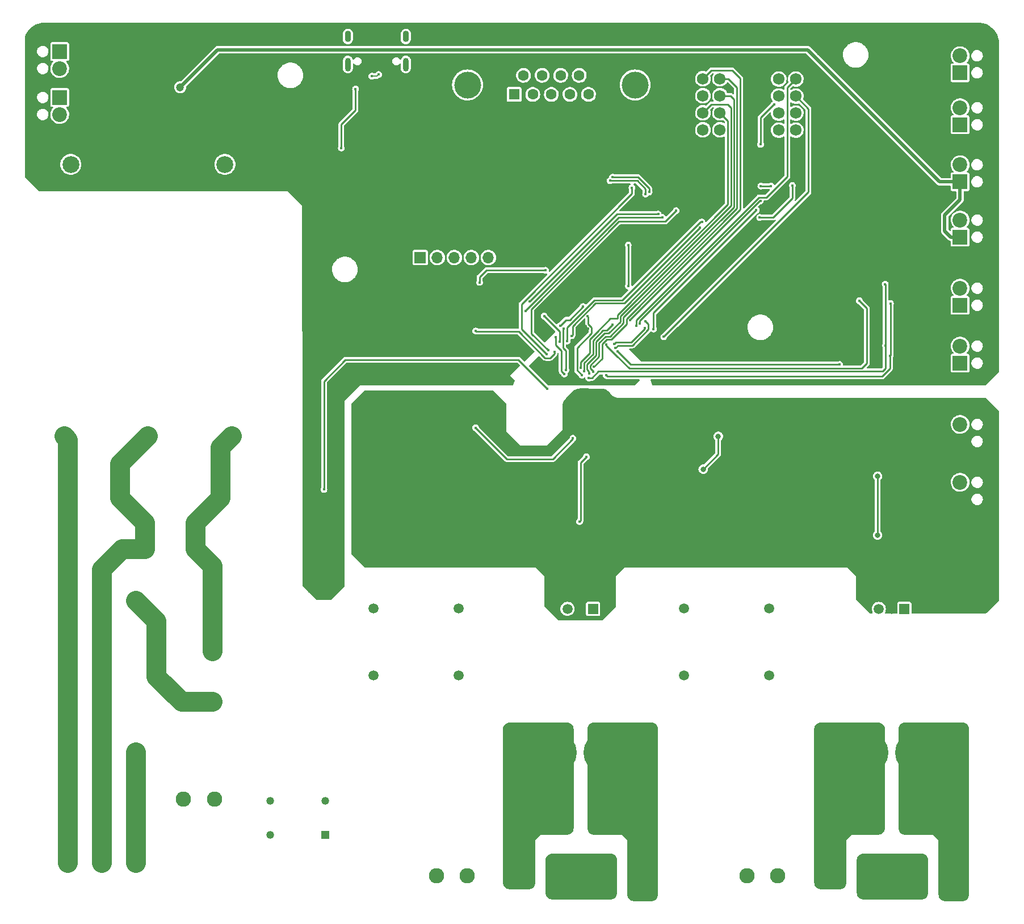
<source format=gbl>
G04 #@! TF.GenerationSoftware,KiCad,Pcbnew,(6.0.9)*
G04 #@! TF.CreationDate,2023-08-24T11:24:56+02:00*
G04 #@! TF.ProjectId,reflow_oven,7265666c-6f77-45f6-9f76-656e2e6b6963,rev?*
G04 #@! TF.SameCoordinates,Original*
G04 #@! TF.FileFunction,Copper,L2,Bot*
G04 #@! TF.FilePolarity,Positive*
%FSLAX46Y46*%
G04 Gerber Fmt 4.6, Leading zero omitted, Abs format (unit mm)*
G04 Created by KiCad (PCBNEW (6.0.9)) date 2023-08-24 11:24:56*
%MOMM*%
%LPD*%
G01*
G04 APERTURE LIST*
G04 Aperture macros list*
%AMHorizOval*
0 Thick line with rounded ends*
0 $1 width*
0 $2 $3 position (X,Y) of the first rounded end (center of the circle)*
0 $4 $5 position (X,Y) of the second rounded end (center of the circle)*
0 Add line between two ends*
20,1,$1,$2,$3,$4,$5,0*
0 Add two circle primitives to create the rounded ends*
1,1,$1,$2,$3*
1,1,$1,$4,$5*%
G04 Aperture macros list end*
G04 #@! TA.AperFunction,ComponentPad*
%ADD10R,3.000000X3.000000*%
G04 #@! TD*
G04 #@! TA.AperFunction,ComponentPad*
%ADD11C,3.000000*%
G04 #@! TD*
G04 #@! TA.AperFunction,ComponentPad*
%ADD12R,2.200000X2.200000*%
G04 #@! TD*
G04 #@! TA.AperFunction,ComponentPad*
%ADD13C,2.200000*%
G04 #@! TD*
G04 #@! TA.AperFunction,ComponentPad*
%ADD14C,1.800000*%
G04 #@! TD*
G04 #@! TA.AperFunction,ComponentPad*
%ADD15C,2.524000*%
G04 #@! TD*
G04 #@! TA.AperFunction,ComponentPad*
%ADD16R,1.725000X1.725000*%
G04 #@! TD*
G04 #@! TA.AperFunction,ComponentPad*
%ADD17C,1.725000*%
G04 #@! TD*
G04 #@! TA.AperFunction,ComponentPad*
%ADD18C,2.286000*%
G04 #@! TD*
G04 #@! TA.AperFunction,ComponentPad*
%ADD19R,1.180000X1.180000*%
G04 #@! TD*
G04 #@! TA.AperFunction,ComponentPad*
%ADD20C,1.180000*%
G04 #@! TD*
G04 #@! TA.AperFunction,ComponentPad*
%ADD21C,2.400000*%
G04 #@! TD*
G04 #@! TA.AperFunction,ComponentPad*
%ADD22C,1.500000*%
G04 #@! TD*
G04 #@! TA.AperFunction,ComponentPad*
%ADD23R,1.300000X1.300000*%
G04 #@! TD*
G04 #@! TA.AperFunction,ComponentPad*
%ADD24C,1.300000*%
G04 #@! TD*
G04 #@! TA.AperFunction,ComponentPad*
%ADD25O,0.900000X1.700000*%
G04 #@! TD*
G04 #@! TA.AperFunction,ComponentPad*
%ADD26O,0.900000X2.000000*%
G04 #@! TD*
G04 #@! TA.AperFunction,ComponentPad*
%ADD27C,4.000000*%
G04 #@! TD*
G04 #@! TA.AperFunction,ComponentPad*
%ADD28R,1.600000X1.600000*%
G04 #@! TD*
G04 #@! TA.AperFunction,ComponentPad*
%ADD29C,1.600000*%
G04 #@! TD*
G04 #@! TA.AperFunction,ComponentPad*
%ADD30R,1.500000X1.500000*%
G04 #@! TD*
G04 #@! TA.AperFunction,ComponentPad*
%ADD31C,0.800000*%
G04 #@! TD*
G04 #@! TA.AperFunction,ComponentPad*
%ADD32HorizOval,0.800000X0.000000X0.000000X0.000000X0.000000X0*%
G04 #@! TD*
G04 #@! TA.AperFunction,ComponentPad*
%ADD33O,9.000000X6.000000*%
G04 #@! TD*
G04 #@! TA.AperFunction,ComponentPad*
%ADD34HorizOval,0.800000X0.000000X0.000000X0.000000X0.000000X0*%
G04 #@! TD*
G04 #@! TA.AperFunction,ComponentPad*
%ADD35R,1.950000X1.950000*%
G04 #@! TD*
G04 #@! TA.AperFunction,ComponentPad*
%ADD36C,1.950000*%
G04 #@! TD*
G04 #@! TA.AperFunction,ComponentPad*
%ADD37R,1.700000X1.700000*%
G04 #@! TD*
G04 #@! TA.AperFunction,ComponentPad*
%ADD38O,1.700000X1.700000*%
G04 #@! TD*
G04 #@! TA.AperFunction,ViaPad*
%ADD39C,0.400000*%
G04 #@! TD*
G04 #@! TA.AperFunction,ViaPad*
%ADD40C,1.200000*%
G04 #@! TD*
G04 #@! TA.AperFunction,ViaPad*
%ADD41C,0.800000*%
G04 #@! TD*
G04 #@! TA.AperFunction,Conductor*
%ADD42C,3.000000*%
G04 #@! TD*
G04 #@! TA.AperFunction,Conductor*
%ADD43C,0.500000*%
G04 #@! TD*
G04 #@! TA.AperFunction,Conductor*
%ADD44C,0.250000*%
G04 #@! TD*
G04 #@! TA.AperFunction,Conductor*
%ADD45C,0.200000*%
G04 #@! TD*
G04 #@! TA.AperFunction,Conductor*
%ADD46C,0.254000*%
G04 #@! TD*
G04 APERTURE END LIST*
D10*
X225364865Y-215472200D03*
D11*
X230444865Y-215472200D03*
D12*
X278051865Y-103428800D03*
D13*
X278051865Y-100888800D03*
D14*
X156445865Y-166674800D03*
X163945865Y-166674800D03*
D15*
X144393865Y-149840800D03*
X156893865Y-149840800D03*
X169393865Y-149840800D03*
X168393865Y-109340800D03*
X145393865Y-109340800D03*
D12*
X143750865Y-99364800D03*
D13*
X143750865Y-101904800D03*
D10*
X271775865Y-215472200D03*
D11*
X276855865Y-215472200D03*
D16*
X239697865Y-94030800D03*
D17*
X242237865Y-94030800D03*
X239697865Y-96570800D03*
X242237865Y-96570800D03*
X239697865Y-99110800D03*
X242237865Y-99110800D03*
X239697865Y-101650800D03*
X242237865Y-101650800D03*
X239697865Y-104190800D03*
X242237865Y-104190800D03*
D12*
X278051865Y-95681800D03*
D13*
X278051865Y-93141800D03*
D18*
X204550865Y-215446800D03*
X199950865Y-215446800D03*
D12*
X143750865Y-92506800D03*
D13*
X143750865Y-95046800D03*
D19*
X183388865Y-209360800D03*
D20*
X183388865Y-204260800D03*
X175138865Y-204260800D03*
X175138865Y-209360800D03*
D14*
X166545865Y-189474800D03*
X166545865Y-181974800D03*
D21*
X155115865Y-197024800D03*
X155115865Y-174424800D03*
D22*
X236850865Y-185552800D03*
X249550865Y-185552800D03*
X249550865Y-175552800D03*
X236850865Y-175552800D03*
D10*
X259075865Y-215446800D03*
D11*
X264155865Y-215446800D03*
D18*
X250834865Y-215446800D03*
X246234865Y-215446800D03*
D23*
X167695865Y-159054800D03*
D24*
X152695865Y-159054800D03*
D12*
X278051865Y-120192800D03*
D13*
X278051865Y-117652800D03*
D12*
X278051865Y-159308800D03*
D13*
X278051865Y-156768800D03*
D12*
X278051865Y-138988800D03*
D13*
X278051865Y-136448800D03*
D12*
X278051865Y-111937800D03*
D13*
X278051865Y-109397800D03*
D12*
X278051865Y-130352800D03*
D13*
X278051865Y-127812800D03*
D25*
X195376865Y-90266800D03*
D26*
X186736865Y-94436800D03*
X195376865Y-94436800D03*
D25*
X186736865Y-90266800D03*
D10*
X212664865Y-215446800D03*
D11*
X217744865Y-215446800D03*
D12*
X278051865Y-150672800D03*
D13*
X278051865Y-148132800D03*
D16*
X251000865Y-94081600D03*
D17*
X253540865Y-94081600D03*
X251000865Y-96621600D03*
X253540865Y-96621600D03*
X251000865Y-99161600D03*
X253540865Y-99161600D03*
X251000865Y-101701600D03*
X253540865Y-101701600D03*
X251000865Y-104241600D03*
X253540865Y-104241600D03*
D22*
X190566865Y-185552800D03*
X203266865Y-185552800D03*
X203266865Y-175552800D03*
X190566865Y-175552800D03*
D27*
X229581865Y-97487600D03*
X204581865Y-97487600D03*
D28*
X211541865Y-98907600D03*
D29*
X214311865Y-98907600D03*
X217081865Y-98907600D03*
X219851865Y-98907600D03*
X222621865Y-98907600D03*
X212926865Y-96067600D03*
X215696865Y-96067600D03*
X218466865Y-96067600D03*
X221236865Y-96067600D03*
D30*
X223302465Y-175656400D03*
D22*
X221392465Y-175656400D03*
X219482465Y-175656400D03*
D31*
X214392465Y-199106400D03*
X214392465Y-195006400D03*
D32*
X220342465Y-196426400D03*
D31*
X215722465Y-195006400D03*
D33*
X216392465Y-197056400D03*
D31*
X213192465Y-195396400D03*
X218392465Y-199106400D03*
X215722465Y-199106400D03*
D34*
X220342465Y-197686400D03*
D31*
X212442465Y-196426400D03*
X217062465Y-195006400D03*
X217062465Y-199106400D03*
X219592465Y-195396400D03*
X219592465Y-198716400D03*
X218392465Y-195006400D03*
X213192465Y-198716400D03*
X212442465Y-197686400D03*
D34*
X222442465Y-196426400D03*
D31*
X223192465Y-198716400D03*
D32*
X222442465Y-197686400D03*
D31*
X224392465Y-195006400D03*
X225722465Y-199106400D03*
X228392465Y-199106400D03*
X228392465Y-195006400D03*
X227062465Y-195006400D03*
X224392465Y-199106400D03*
X223192465Y-195396400D03*
X227062465Y-199106400D03*
X225722465Y-195006400D03*
X229592465Y-195396400D03*
D33*
X226392465Y-197056400D03*
D31*
X230342465Y-196426400D03*
X229592465Y-198716400D03*
X230342465Y-197686400D03*
D35*
X144955865Y-213556800D03*
D36*
X150035865Y-213556800D03*
X155115865Y-213556800D03*
D18*
X162231865Y-204016800D03*
X166831865Y-204016800D03*
D37*
X197533865Y-123240800D03*
D38*
X200073865Y-123240800D03*
X202613865Y-123240800D03*
X205153865Y-123240800D03*
X207693865Y-123240800D03*
X210233865Y-123240800D03*
D30*
X269738865Y-175656400D03*
D22*
X267828865Y-175656400D03*
X265918865Y-175656400D03*
D33*
X262828865Y-197056400D03*
D31*
X263498865Y-199106400D03*
X266028865Y-195396400D03*
X264828865Y-195006400D03*
D34*
X266778865Y-197686400D03*
D31*
X259628865Y-198716400D03*
X266028865Y-198716400D03*
X262158865Y-195006400D03*
X258878865Y-196426400D03*
X263498865Y-195006400D03*
X264828865Y-199106400D03*
D32*
X266778865Y-196426400D03*
D31*
X260828865Y-195006400D03*
X260828865Y-199106400D03*
X259628865Y-195396400D03*
X258878865Y-197686400D03*
X262158865Y-199106400D03*
X273498865Y-195006400D03*
X276778865Y-196426400D03*
X272158865Y-199106400D03*
X270828865Y-195006400D03*
X273498865Y-199106400D03*
X272158865Y-195006400D03*
D32*
X268878865Y-197686400D03*
D33*
X272828865Y-197056400D03*
D31*
X269628865Y-195396400D03*
X276028865Y-198716400D03*
X269628865Y-198716400D03*
X274828865Y-195006400D03*
X274828865Y-199106400D03*
X270828865Y-199106400D03*
X276778865Y-197686400D03*
X276028865Y-195396400D03*
D34*
X268878865Y-196426400D03*
D39*
X208328865Y-140766800D03*
X172133865Y-93268800D03*
X189786865Y-103301800D03*
X219377865Y-130733800D03*
X171117865Y-94284800D03*
D40*
X181658865Y-105333800D03*
D39*
X220139865Y-130733800D03*
X182039865Y-170357800D03*
X189024865Y-140639800D03*
X187627865Y-103682800D03*
X217904665Y-130911600D03*
X225727865Y-107111800D03*
X188008865Y-140639800D03*
X189024865Y-141147800D03*
X181023865Y-173024800D03*
X171117865Y-93268800D03*
X188008865Y-141655800D03*
X218615865Y-130911600D03*
X188516865Y-141147800D03*
X171117865Y-93776800D03*
X263065865Y-125653800D03*
X172133865Y-94284800D03*
X188516865Y-141655800D03*
X272336865Y-125272800D03*
X171625865Y-93268800D03*
X272590865Y-135813800D03*
X263065865Y-134289800D03*
D40*
X182547865Y-103936800D03*
D39*
X225219865Y-109016800D03*
X272590865Y-127177800D03*
X188897865Y-104317800D03*
X218260265Y-131267200D03*
X250492865Y-115239800D03*
X219758865Y-130352800D03*
X188008865Y-141147800D03*
X172133865Y-93776800D03*
X200937465Y-135204200D03*
X171625865Y-93776800D03*
X272336865Y-133908800D03*
X218260265Y-130530600D03*
X188516865Y-140639800D03*
X219758865Y-131114800D03*
X171625865Y-94284800D03*
X189024865Y-141655800D03*
D41*
X266748865Y-166547800D03*
X193850865Y-161467800D03*
X200835865Y-156895800D03*
X248590861Y-164012244D03*
X251889865Y-166547800D03*
X192555465Y-143891000D03*
X245793865Y-149656800D03*
X253159865Y-159054800D03*
X221257465Y-149148800D03*
X249095865Y-152069800D03*
X193469865Y-143891000D03*
X218107865Y-166801800D03*
X250873865Y-159054800D03*
X268272865Y-173786800D03*
X271828865Y-159943800D03*
X237792865Y-163118800D03*
X202290161Y-164007184D03*
X273987865Y-151815800D03*
X193419065Y-144703800D03*
X220939365Y-143306800D03*
X204518865Y-159181800D03*
X266875865Y-169976800D03*
X220774865Y-170738800D03*
X205661865Y-166547800D03*
X206804865Y-159054800D03*
X247317865Y-156895800D03*
X221409865Y-173786800D03*
X192606265Y-144703800D03*
X199184865Y-149656800D03*
X204137865Y-149783800D03*
D40*
X161719865Y-97840800D03*
D39*
X222197265Y-133502400D03*
X221562265Y-133502400D03*
X221892465Y-134620000D03*
X222552865Y-133858000D03*
X221511465Y-134264400D03*
X216075865Y-138734800D03*
X221359065Y-135280400D03*
X216376009Y-140959208D03*
X221892465Y-133908800D03*
X227891077Y-141613188D03*
X222222665Y-134289800D03*
X221130465Y-133858000D03*
X187881865Y-98094900D03*
X185748265Y-106899700D03*
X191306865Y-95931800D03*
X190307365Y-96189800D03*
X216202865Y-125145800D03*
X206373065Y-126949200D03*
X215999665Y-131978400D03*
X218288692Y-135788400D03*
X248333865Y-112572800D03*
X233017665Y-116763800D03*
X213850787Y-129804122D03*
X249833365Y-112572800D03*
X213281865Y-131241800D03*
X233661565Y-117288300D03*
X253032865Y-112496700D03*
X248156065Y-117271800D03*
X183157465Y-157835600D03*
X216482265Y-142798800D03*
X231663065Y-113470200D03*
X231046587Y-133741122D03*
X226453033Y-136168029D03*
X226210465Y-111260900D03*
X231138065Y-132715000D03*
X225829465Y-111785400D03*
X226622361Y-136743121D03*
X231138065Y-113766600D03*
X219275757Y-139995900D03*
X218895616Y-133810978D03*
X219034441Y-140608776D03*
X221807759Y-130549223D03*
X217764192Y-135104810D03*
X218371116Y-133439602D03*
X221959370Y-140222857D03*
X226161021Y-133289896D03*
X222485565Y-132012700D03*
X221647365Y-140792200D03*
X217551643Y-137284422D03*
X205788865Y-134188200D03*
X222324265Y-152958800D03*
X221281165Y-162634500D03*
D41*
X265732865Y-155879800D03*
X265732865Y-164642800D03*
D39*
X220292265Y-150215600D03*
X205788865Y-148640800D03*
D41*
X239725865Y-154819800D03*
X241983865Y-149910800D03*
D39*
X225299410Y-136243611D03*
X263015065Y-129692400D03*
X260068665Y-139192000D03*
X226958955Y-137269621D03*
X266926665Y-136347200D03*
X222655743Y-141213246D03*
X266875865Y-127203200D03*
X267654365Y-130098800D03*
X225248541Y-140788924D03*
X267587065Y-137871200D03*
X232331865Y-133908800D03*
X247660765Y-116166900D03*
X229715665Y-133451600D03*
X230240165Y-133045200D03*
X248254275Y-114789750D03*
X233855865Y-135051800D03*
X228803843Y-132590578D03*
X223388486Y-139556549D03*
X216383243Y-137665422D03*
X229106065Y-112826800D03*
X223285225Y-140309120D03*
X222696865Y-140512800D03*
X221438986Y-139700000D03*
X220128369Y-134909270D03*
X239197893Y-118803828D03*
X216609265Y-137083800D03*
X248283065Y-106349800D03*
X250289665Y-100431600D03*
X235710065Y-116239300D03*
X219454065Y-135686800D03*
X239545465Y-117961828D03*
X228547265Y-127482600D03*
X228547265Y-121386600D03*
D42*
X167695865Y-159054800D02*
X167695865Y-151538800D01*
X163945865Y-166674800D02*
X163945865Y-162804800D01*
X163945865Y-162804800D02*
X167695865Y-159054800D01*
X166545865Y-181974800D02*
X166545865Y-169274800D01*
X167695865Y-151538800D02*
X169393865Y-149840800D01*
X166545865Y-169274800D02*
X163945865Y-166674800D01*
X161913865Y-189474800D02*
X158163865Y-185724800D01*
X158163865Y-185724800D02*
X158163865Y-177472800D01*
X166545865Y-189474800D02*
X161913865Y-189474800D01*
X158163865Y-177472800D02*
X155115865Y-174424800D01*
X144955865Y-213556800D02*
X144955865Y-150402800D01*
X144955865Y-150402800D02*
X144393865Y-149840800D01*
D43*
X275765865Y-119303800D02*
X275765865Y-116890800D01*
X278051865Y-114604800D02*
X278051865Y-111937800D01*
X278051865Y-111937800D02*
X275003865Y-111937800D01*
X278051865Y-120192800D02*
X276654865Y-120192800D01*
X167307865Y-92252800D02*
X161719865Y-97840800D01*
X275003865Y-111937800D02*
X255318865Y-92252800D01*
X275765865Y-116890800D02*
X278051865Y-114604800D01*
X255318865Y-92252800D02*
X167307865Y-92252800D01*
X276654865Y-120192800D02*
X275765865Y-119303800D01*
D44*
X187881865Y-101244400D02*
X185748265Y-103378000D01*
X185748265Y-103378000D02*
X185748265Y-106899700D01*
X187881865Y-98094900D02*
X187881865Y-101244400D01*
D45*
X191048865Y-96189800D02*
X191306865Y-95931800D01*
X190307365Y-96189800D02*
X191048865Y-96189800D01*
D44*
X206373065Y-126949200D02*
X206373065Y-126136400D01*
X206373065Y-126136400D02*
X207363665Y-125145800D01*
X207363665Y-125145800D02*
X216202865Y-125145800D01*
X218288692Y-134267427D02*
X215999665Y-131978400D01*
X218288692Y-135788400D02*
X218288692Y-134267427D01*
D42*
X150035865Y-213556800D02*
X150035865Y-169722800D01*
X153083865Y-166674800D02*
X156445865Y-166674800D01*
X156445865Y-162804800D02*
X152695865Y-159054800D01*
X150035865Y-169722800D02*
X153083865Y-166674800D01*
X152695865Y-159054800D02*
X152695865Y-154038800D01*
X156445865Y-166674800D02*
X156445865Y-162804800D01*
X152695865Y-154038800D02*
X156893865Y-149840800D01*
D44*
X249833365Y-112572800D02*
X248333865Y-112572800D01*
X233017665Y-116763800D02*
X226870865Y-116763800D01*
X226870865Y-116763800D02*
X213850787Y-129783878D01*
X213850787Y-129783878D02*
X213850787Y-129804122D01*
X250162665Y-117271800D02*
X248156065Y-117271800D01*
X233661565Y-117288300D02*
X227108365Y-117288300D01*
X227108365Y-117288300D02*
X213281865Y-131114800D01*
X253032865Y-114401600D02*
X250162665Y-117271800D01*
X253032865Y-112496700D02*
X253032865Y-114401600D01*
X213281865Y-131114800D02*
X213281865Y-131241800D01*
D42*
X155115865Y-213556800D02*
X155115865Y-197024800D01*
D44*
X186357865Y-138480800D02*
X212164265Y-138480800D01*
X183157465Y-157835600D02*
X183157465Y-141681200D01*
X183157465Y-141681200D02*
X186357865Y-138480800D01*
X212164265Y-138480800D02*
X216482265Y-142798800D01*
X231663065Y-113470200D02*
X231663065Y-112918604D01*
X230005361Y-111260900D02*
X226210465Y-111260900D01*
X228971865Y-135897200D02*
X231046587Y-133822478D01*
X231046587Y-133822478D02*
X231046587Y-133741122D01*
X231663065Y-112918604D02*
X230005361Y-111260900D01*
X226453033Y-136168029D02*
X226723862Y-135897200D01*
X226723862Y-135897200D02*
X228971865Y-135897200D01*
X227018282Y-136347200D02*
X229182265Y-136347200D01*
X231571587Y-133148522D02*
X231138065Y-132715000D01*
X226622361Y-136743121D02*
X227018282Y-136347200D01*
X231571587Y-133957878D02*
X231571587Y-133148522D01*
X229893465Y-111785400D02*
X225829465Y-111785400D01*
X229182265Y-136347200D02*
X231571587Y-133957878D01*
X231138065Y-113030000D02*
X229893465Y-111785400D01*
X231138065Y-113766600D02*
X231138065Y-113030000D01*
X218818973Y-133887621D02*
X218818973Y-136726712D01*
X218895616Y-133810978D02*
X218818973Y-133887621D01*
X218818973Y-136726712D02*
X219275757Y-137183496D01*
X219275757Y-137183496D02*
X219275757Y-139995900D01*
X217764192Y-135104810D02*
X217764192Y-136308327D01*
X218615865Y-137160000D02*
X218615865Y-140190200D01*
X217764192Y-136308327D02*
X218615865Y-137160000D01*
X219273518Y-132537200D02*
X218371116Y-133439602D01*
X219819782Y-132537200D02*
X219273518Y-132537200D01*
X221807759Y-130549223D02*
X219819782Y-132537200D01*
X218615865Y-140190200D02*
X219034441Y-140608776D01*
X225353717Y-134097200D02*
X226161021Y-133289896D01*
X221963486Y-138966294D02*
X223283943Y-137645837D01*
X223283943Y-137645837D02*
X223283943Y-135607427D01*
X223283943Y-135607427D02*
X224794170Y-134097200D01*
X224794170Y-134097200D02*
X225353717Y-134097200D01*
X221959370Y-140222857D02*
X221963486Y-140218741D01*
X221963486Y-140218741D02*
X221963486Y-138966294D01*
X222578265Y-133140937D02*
X223086265Y-133648937D01*
X222578265Y-132105400D02*
X222578265Y-133140937D01*
X223086265Y-133648937D02*
X223086265Y-134532313D01*
X223086265Y-134532313D02*
X220913986Y-136704592D01*
X220913986Y-136704592D02*
X220913986Y-140058821D01*
X220913986Y-140058821D02*
X221647365Y-140792200D01*
X222485565Y-132012700D02*
X222578265Y-132105400D01*
X216905665Y-138209800D02*
X216160465Y-138209800D01*
X217551643Y-137284422D02*
X217551643Y-137563822D01*
X212189665Y-134239000D02*
X205839665Y-134239000D01*
X217551643Y-137563822D02*
X216905665Y-138209800D01*
X216160465Y-138209800D02*
X212189665Y-134239000D01*
X205839665Y-134239000D02*
X205788865Y-134188200D01*
X221435265Y-153847800D02*
X222324265Y-152958800D01*
X221281165Y-162634500D02*
X221435265Y-162480400D01*
X221435265Y-162480400D02*
X221435265Y-153847800D01*
X265732865Y-164642800D02*
X265732865Y-155879800D01*
X210462465Y-153314400D02*
X205788865Y-148640800D01*
X220292265Y-150291800D02*
X217269665Y-153314400D01*
X220292265Y-150215600D02*
X220292265Y-150291800D01*
X217269665Y-153314400D02*
X210462465Y-153314400D01*
X241983865Y-149910800D02*
X241983865Y-152561800D01*
X241983865Y-152561800D02*
X239725865Y-154819800D01*
D46*
X263383225Y-139789040D02*
X264132665Y-139039600D01*
X228737905Y-139789040D02*
X263383225Y-139789040D01*
X226740664Y-137796621D02*
X226745486Y-137796621D01*
X225299410Y-136355367D02*
X226740664Y-137796621D01*
X264132665Y-130810000D02*
X263015065Y-129692400D01*
X226745486Y-137796621D02*
X228737905Y-139789040D01*
X264132665Y-139039600D02*
X264132665Y-130810000D01*
X225299410Y-136243611D02*
X225299410Y-136355367D01*
X226958955Y-137269621D02*
X228881334Y-139192000D01*
X228881334Y-139192000D02*
X260068665Y-139192000D01*
D44*
X266926665Y-139801600D02*
X266926665Y-136347200D01*
X266926665Y-136347200D02*
X266926665Y-127254000D01*
X266487725Y-140240540D02*
X266926665Y-139801600D01*
X266926665Y-127254000D02*
X266875865Y-127203200D01*
X223122855Y-141213246D02*
X224095561Y-140240540D01*
X222655743Y-141213246D02*
X223122855Y-141213246D01*
X224095561Y-140240540D02*
X266487725Y-140240540D01*
X267654865Y-130099300D02*
X267654365Y-130098800D01*
X225446117Y-140986500D02*
X266402165Y-140986500D01*
X267654865Y-137803400D02*
X267654865Y-130099300D01*
X267587065Y-137871200D02*
X267654865Y-137803400D01*
X266402165Y-140986500D02*
X267587065Y-139801600D01*
X267587065Y-139801600D02*
X267587065Y-137871200D01*
X225248541Y-140788924D02*
X225446117Y-140986500D01*
X232331865Y-131495800D02*
X232331865Y-133908800D01*
X247660765Y-116166900D02*
X232331865Y-131495800D01*
X248036812Y-114264750D02*
X249181915Y-114264750D01*
X229715665Y-133451600D02*
X229715665Y-132585897D01*
X252270865Y-97891600D02*
X253540865Y-96621600D01*
X229715665Y-132585897D02*
X248036812Y-114264750D01*
X249181915Y-114264750D02*
X252270865Y-111175800D01*
X252270865Y-111175800D02*
X252270865Y-97891600D01*
X248254275Y-114789750D02*
X248148915Y-114789750D01*
X230240165Y-132698500D02*
X230240165Y-133045200D01*
X248148915Y-114789750D02*
X230240165Y-132698500D01*
X255445865Y-113461800D02*
X255445865Y-101066600D01*
X233855865Y-135051800D02*
X255445865Y-113461800D01*
X255445865Y-101066600D02*
X253540865Y-99161600D01*
X240942465Y-95326200D02*
X239697865Y-96570800D01*
X228803843Y-132590578D02*
X228803843Y-132485218D01*
X228803843Y-132485218D02*
X245227865Y-116061196D01*
X245227865Y-116061196D02*
X245227865Y-96487400D01*
X244066665Y-95326200D02*
X240942465Y-95326200D01*
X245227865Y-96487400D02*
X244066665Y-95326200D01*
X228278843Y-132373822D02*
X244777865Y-115874800D01*
X244777865Y-97840800D02*
X243507865Y-96570800D01*
X226018265Y-135447200D02*
X228278843Y-133186622D01*
X225353358Y-135447200D02*
X226018265Y-135447200D01*
X224635665Y-136164893D02*
X225353358Y-135447200D01*
X223388486Y-139556549D02*
X224635665Y-138309370D01*
X228278843Y-133186622D02*
X228278843Y-132373822D01*
X224635665Y-138309370D02*
X224635665Y-136164893D01*
X243507865Y-96570800D02*
X242237865Y-96570800D01*
X244777865Y-115874800D02*
X244777865Y-97840800D01*
X212646865Y-133934200D02*
X216378087Y-137665422D01*
X229106065Y-113715800D02*
X212646865Y-130175000D01*
X216378087Y-137665422D02*
X216383243Y-137665422D01*
X212646865Y-130175000D02*
X212646865Y-133934200D01*
X229106065Y-112826800D02*
X229106065Y-113715800D01*
X223285225Y-140195751D02*
X222863486Y-139774012D01*
X224185665Y-135978497D02*
X225166962Y-134997200D01*
X227828843Y-132187426D02*
X244327865Y-115688404D01*
X222863486Y-139774012D02*
X222863486Y-139339086D01*
X243819865Y-99110800D02*
X242237865Y-99110800D01*
X223285225Y-140309120D02*
X223285225Y-140195751D01*
X244327865Y-115688404D02*
X244327865Y-99618800D01*
X222863486Y-139339086D02*
X224185665Y-138016907D01*
X227828843Y-133000226D02*
X227828843Y-132187426D01*
X244327865Y-99618800D02*
X243819865Y-99110800D01*
X224185665Y-138016907D02*
X224185665Y-135978497D01*
X225166962Y-134997200D02*
X225831869Y-134997200D01*
X225831869Y-134997200D02*
X227828843Y-133000226D01*
X223735665Y-136929055D02*
X223733943Y-136927333D01*
X243877865Y-115502008D02*
X243877865Y-100888800D01*
X222696865Y-140512800D02*
X222679865Y-140495800D01*
X243877865Y-100888800D02*
X243369865Y-100380800D01*
X227378843Y-132001030D02*
X243877865Y-115502008D01*
X222679865Y-140495800D02*
X222679865Y-140226787D01*
X223733943Y-136927333D02*
X223733943Y-135793823D01*
X240967865Y-100380800D02*
X239697865Y-101650800D01*
X243369865Y-100380800D02*
X240967865Y-100380800D01*
X222679865Y-140226787D02*
X222413486Y-139960408D01*
X222413486Y-139960408D02*
X222413486Y-139152690D01*
X223735665Y-137830511D02*
X223735665Y-136929055D01*
X224980566Y-134547200D02*
X225645473Y-134547200D01*
X227378843Y-132813830D02*
X227378843Y-132001030D01*
X225645473Y-134547200D02*
X227378843Y-132813830D01*
X223733943Y-135793823D02*
X224980566Y-134547200D01*
X222413486Y-139152690D02*
X223735665Y-137830511D01*
X225848574Y-132359400D02*
X226928843Y-132359400D01*
X226928843Y-131814634D02*
X243425365Y-115318112D01*
X222833943Y-137459441D02*
X222833943Y-135421031D01*
X222833943Y-135421031D02*
X223891865Y-134363109D01*
X221438986Y-139700000D02*
X221438986Y-138854398D01*
X243425365Y-115318112D02*
X243425365Y-102838300D01*
X223891865Y-134316109D02*
X225848574Y-132359400D01*
X226928843Y-132359400D02*
X226928843Y-131814634D01*
X223891865Y-134363109D02*
X223891865Y-134316109D01*
X221438986Y-138854398D02*
X222833943Y-137459441D01*
X243425365Y-102838300D02*
X242237865Y-101650800D01*
X220128369Y-134909270D02*
X220241465Y-134796174D01*
X220241465Y-134796174D02*
X220241465Y-133494376D01*
X227953721Y-130048000D02*
X239197893Y-118803828D01*
X223687841Y-130048000D02*
X227963065Y-130048000D01*
X220241465Y-133494376D02*
X223687841Y-130048000D01*
X250213465Y-100431600D02*
X250289665Y-100431600D01*
X234067965Y-117881400D02*
X227151661Y-117881400D01*
X248283065Y-102362000D02*
X250213465Y-100431600D01*
X248283065Y-106349800D02*
X248283065Y-102362000D01*
X227151661Y-117881400D02*
X214094665Y-130938396D01*
X214094665Y-130938396D02*
X214094665Y-134569200D01*
X235710065Y-116239300D02*
X234067965Y-117881400D01*
X214094665Y-134569200D02*
X216609265Y-137083800D01*
X219454065Y-135686800D02*
X219454065Y-133645380D01*
X238484035Y-118790430D02*
X238484035Y-118775223D01*
X223501445Y-129598000D02*
X227676465Y-129598000D01*
X227676465Y-129598000D02*
X238484035Y-118790430D01*
X219454065Y-133645380D02*
X223501445Y-129598000D01*
X239297430Y-117961828D02*
X239545465Y-117961828D01*
X238484035Y-118775223D02*
X239297430Y-117961828D01*
X228547265Y-127482600D02*
X228547265Y-121386600D01*
G04 #@! TA.AperFunction,Conductor*
G36*
X278400708Y-192587277D02*
G01*
X278581253Y-192605059D01*
X278600283Y-192608845D01*
X278684751Y-192634467D01*
X278769218Y-192660090D01*
X278787148Y-192667517D01*
X278942834Y-192750733D01*
X278958971Y-192761515D01*
X279095438Y-192873510D01*
X279109155Y-192887227D01*
X279175967Y-192968637D01*
X279221150Y-193023694D01*
X279231932Y-193039831D01*
X279315148Y-193195517D01*
X279322575Y-193213447D01*
X279373820Y-193382380D01*
X279377606Y-193401414D01*
X279395388Y-193581957D01*
X279395865Y-193591661D01*
X279395865Y-218251939D01*
X279395388Y-218261643D01*
X279377606Y-218442186D01*
X279373820Y-218461220D01*
X279322575Y-218630153D01*
X279315148Y-218648083D01*
X279231932Y-218803769D01*
X279221150Y-218819906D01*
X279109155Y-218956373D01*
X279095438Y-218970090D01*
X279014028Y-219036902D01*
X278958971Y-219082085D01*
X278942834Y-219092867D01*
X278787148Y-219176083D01*
X278769218Y-219183510D01*
X278684751Y-219209133D01*
X278600283Y-219234755D01*
X278581253Y-219238541D01*
X278400708Y-219256323D01*
X278391004Y-219256800D01*
X275828726Y-219256800D01*
X275819022Y-219256323D01*
X275638477Y-219238541D01*
X275619447Y-219234755D01*
X275534979Y-219209133D01*
X275450512Y-219183510D01*
X275432582Y-219176083D01*
X275276896Y-219092867D01*
X275260759Y-219082085D01*
X275205702Y-219036902D01*
X275124292Y-218970090D01*
X275110575Y-218956373D01*
X274998580Y-218819906D01*
X274987798Y-218803769D01*
X274904582Y-218648083D01*
X274897155Y-218630153D01*
X274845910Y-218461220D01*
X274842124Y-218442186D01*
X274824342Y-218261643D01*
X274823865Y-218251939D01*
X274823865Y-210112800D01*
X274061865Y-209350800D01*
X269859726Y-209350800D01*
X269850022Y-209350323D01*
X269669477Y-209332541D01*
X269650447Y-209328755D01*
X269565979Y-209303133D01*
X269481512Y-209277510D01*
X269463582Y-209270083D01*
X269307896Y-209186867D01*
X269291759Y-209176085D01*
X269236702Y-209130902D01*
X269155292Y-209064090D01*
X269141575Y-209050373D01*
X269029580Y-208913906D01*
X269018798Y-208897769D01*
X268935582Y-208742083D01*
X268928155Y-208724153D01*
X268876910Y-208555220D01*
X268873124Y-208536186D01*
X268855342Y-208355643D01*
X268854865Y-208345939D01*
X268854865Y-193591661D01*
X268855342Y-193581957D01*
X268873124Y-193401414D01*
X268876910Y-193382380D01*
X268928155Y-193213447D01*
X268935582Y-193195517D01*
X269018798Y-193039831D01*
X269029580Y-193023694D01*
X269074763Y-192968637D01*
X269141575Y-192887227D01*
X269155292Y-192873510D01*
X269291759Y-192761515D01*
X269307896Y-192750733D01*
X269463582Y-192667517D01*
X269481512Y-192660090D01*
X269565979Y-192634467D01*
X269650447Y-192608845D01*
X269669477Y-192605059D01*
X269850022Y-192587277D01*
X269859726Y-192586800D01*
X278391004Y-192586800D01*
X278400708Y-192587277D01*
G37*
G04 #@! TD.AperFunction*
G04 #@! TA.AperFunction,Conductor*
G36*
X225893708Y-212145277D02*
G01*
X226074253Y-212163059D01*
X226093283Y-212166845D01*
X226177751Y-212192467D01*
X226262218Y-212218090D01*
X226280148Y-212225517D01*
X226435834Y-212308733D01*
X226451971Y-212319515D01*
X226588438Y-212431510D01*
X226602155Y-212445227D01*
X226668967Y-212526637D01*
X226714150Y-212581694D01*
X226724932Y-212597831D01*
X226808148Y-212753517D01*
X226815575Y-212771447D01*
X226866820Y-212940380D01*
X226870606Y-212959414D01*
X226888388Y-213139957D01*
X226888865Y-213149661D01*
X226888865Y-217997939D01*
X226888388Y-218007643D01*
X226870606Y-218188186D01*
X226866820Y-218207220D01*
X226815575Y-218376153D01*
X226808148Y-218394083D01*
X226724932Y-218549769D01*
X226714150Y-218565906D01*
X226602155Y-218702373D01*
X226588438Y-218716090D01*
X226507028Y-218782902D01*
X226451971Y-218828085D01*
X226435834Y-218838867D01*
X226280148Y-218922083D01*
X226262218Y-218929510D01*
X226177752Y-218955132D01*
X226093283Y-218980755D01*
X226074253Y-218984541D01*
X225893708Y-219002323D01*
X225884004Y-219002800D01*
X217225726Y-219002800D01*
X217216022Y-219002323D01*
X217035477Y-218984541D01*
X217016447Y-218980755D01*
X216931978Y-218955132D01*
X216847512Y-218929510D01*
X216829582Y-218922083D01*
X216673896Y-218838867D01*
X216657759Y-218828085D01*
X216602702Y-218782902D01*
X216521292Y-218716090D01*
X216507575Y-218702373D01*
X216395580Y-218565906D01*
X216384798Y-218549769D01*
X216301582Y-218394083D01*
X216294155Y-218376153D01*
X216242910Y-218207220D01*
X216239124Y-218188186D01*
X216221342Y-218007643D01*
X216220865Y-217997939D01*
X216220865Y-213149661D01*
X216221342Y-213139957D01*
X216239124Y-212959414D01*
X216242910Y-212940380D01*
X216294155Y-212771447D01*
X216301582Y-212753517D01*
X216384798Y-212597831D01*
X216395580Y-212581694D01*
X216440763Y-212526637D01*
X216507575Y-212445227D01*
X216521292Y-212431510D01*
X216657759Y-212319515D01*
X216673896Y-212308733D01*
X216829582Y-212225517D01*
X216847512Y-212218090D01*
X216931979Y-212192467D01*
X217016447Y-212166845D01*
X217035477Y-212163059D01*
X217216022Y-212145277D01*
X217225726Y-212144800D01*
X225884004Y-212144800D01*
X225893708Y-212145277D01*
G37*
G04 #@! TD.AperFunction*
G04 #@! TA.AperFunction,Conductor*
G36*
X231989708Y-192587277D02*
G01*
X232170253Y-192605059D01*
X232189283Y-192608845D01*
X232273751Y-192634467D01*
X232358218Y-192660090D01*
X232376148Y-192667517D01*
X232531834Y-192750733D01*
X232547971Y-192761515D01*
X232684438Y-192873510D01*
X232698155Y-192887227D01*
X232764967Y-192968637D01*
X232810150Y-193023694D01*
X232820932Y-193039831D01*
X232904148Y-193195517D01*
X232911575Y-193213447D01*
X232962820Y-193382380D01*
X232966606Y-193401414D01*
X232984388Y-193581957D01*
X232984865Y-193591661D01*
X232984865Y-218251939D01*
X232984388Y-218261643D01*
X232966606Y-218442186D01*
X232962820Y-218461220D01*
X232911575Y-218630153D01*
X232904148Y-218648083D01*
X232820932Y-218803769D01*
X232810150Y-218819906D01*
X232698155Y-218956373D01*
X232684438Y-218970090D01*
X232603028Y-219036902D01*
X232547971Y-219082085D01*
X232531834Y-219092867D01*
X232376148Y-219176083D01*
X232358218Y-219183510D01*
X232273751Y-219209133D01*
X232189283Y-219234755D01*
X232170253Y-219238541D01*
X231989708Y-219256323D01*
X231980004Y-219256800D01*
X229417726Y-219256800D01*
X229408022Y-219256323D01*
X229227477Y-219238541D01*
X229208447Y-219234755D01*
X229123979Y-219209133D01*
X229039512Y-219183510D01*
X229021582Y-219176083D01*
X228865896Y-219092867D01*
X228849759Y-219082085D01*
X228794702Y-219036902D01*
X228713292Y-218970090D01*
X228699575Y-218956373D01*
X228587580Y-218819906D01*
X228576798Y-218803769D01*
X228493582Y-218648083D01*
X228486155Y-218630153D01*
X228434910Y-218461220D01*
X228431124Y-218442186D01*
X228413342Y-218261643D01*
X228412865Y-218251939D01*
X228412865Y-210112800D01*
X227650865Y-209350800D01*
X223448726Y-209350800D01*
X223439022Y-209350323D01*
X223258477Y-209332541D01*
X223239447Y-209328755D01*
X223154979Y-209303133D01*
X223070512Y-209277510D01*
X223052582Y-209270083D01*
X222896896Y-209186867D01*
X222880759Y-209176085D01*
X222825702Y-209130902D01*
X222744292Y-209064090D01*
X222730575Y-209050373D01*
X222618580Y-208913906D01*
X222607798Y-208897769D01*
X222524582Y-208742083D01*
X222517155Y-208724153D01*
X222465910Y-208555220D01*
X222462124Y-208536186D01*
X222444342Y-208355643D01*
X222443865Y-208345939D01*
X222443865Y-193591661D01*
X222444342Y-193581957D01*
X222462124Y-193401414D01*
X222465910Y-193382380D01*
X222517155Y-193213447D01*
X222524582Y-193195517D01*
X222607798Y-193039831D01*
X222618580Y-193023694D01*
X222663763Y-192968637D01*
X222730575Y-192887227D01*
X222744292Y-192873510D01*
X222880759Y-192761515D01*
X222896896Y-192750733D01*
X223052582Y-192667517D01*
X223070512Y-192660090D01*
X223154979Y-192634467D01*
X223239447Y-192608845D01*
X223258477Y-192605059D01*
X223439022Y-192587277D01*
X223448726Y-192586800D01*
X231980004Y-192586800D01*
X231989708Y-192587277D01*
G37*
G04 #@! TD.AperFunction*
G04 #@! TA.AperFunction,Conductor*
G36*
X219416708Y-192587277D02*
G01*
X219597253Y-192605059D01*
X219616283Y-192608845D01*
X219700751Y-192634467D01*
X219785218Y-192660090D01*
X219803148Y-192667517D01*
X219958834Y-192750733D01*
X219974971Y-192761515D01*
X220111438Y-192873510D01*
X220125155Y-192887227D01*
X220191967Y-192968637D01*
X220237150Y-193023694D01*
X220247932Y-193039831D01*
X220331148Y-193195517D01*
X220338575Y-193213447D01*
X220389820Y-193382380D01*
X220393606Y-193401414D01*
X220411388Y-193581957D01*
X220411865Y-193591661D01*
X220411865Y-208345939D01*
X220411388Y-208355643D01*
X220393606Y-208536186D01*
X220389820Y-208555220D01*
X220338575Y-208724153D01*
X220331148Y-208742083D01*
X220247932Y-208897769D01*
X220237150Y-208913906D01*
X220125155Y-209050373D01*
X220111438Y-209064090D01*
X220030028Y-209130902D01*
X219974971Y-209176085D01*
X219958834Y-209186867D01*
X219803148Y-209270083D01*
X219785218Y-209277510D01*
X219700751Y-209303133D01*
X219616283Y-209328755D01*
X219597253Y-209332541D01*
X219416708Y-209350323D01*
X219407004Y-209350800D01*
X215458865Y-209350800D01*
X214696865Y-210112800D01*
X214696865Y-216473939D01*
X214696388Y-216483643D01*
X214678606Y-216664186D01*
X214674820Y-216683220D01*
X214623575Y-216852153D01*
X214616148Y-216870083D01*
X214532932Y-217025769D01*
X214522150Y-217041906D01*
X214410155Y-217178373D01*
X214396438Y-217192090D01*
X214315028Y-217258902D01*
X214259971Y-217304085D01*
X214243834Y-217314867D01*
X214088148Y-217398083D01*
X214070218Y-217405510D01*
X213985751Y-217431133D01*
X213901283Y-217456755D01*
X213882253Y-217460541D01*
X213701708Y-217478323D01*
X213692004Y-217478800D01*
X210875726Y-217478800D01*
X210866022Y-217478323D01*
X210685477Y-217460541D01*
X210666447Y-217456755D01*
X210581979Y-217431133D01*
X210497512Y-217405510D01*
X210479582Y-217398083D01*
X210323896Y-217314867D01*
X210307759Y-217304085D01*
X210252702Y-217258902D01*
X210171292Y-217192090D01*
X210157575Y-217178373D01*
X210045580Y-217041906D01*
X210034798Y-217025769D01*
X209951582Y-216870083D01*
X209944155Y-216852153D01*
X209892910Y-216683220D01*
X209889124Y-216664186D01*
X209871342Y-216483643D01*
X209870865Y-216473939D01*
X209870865Y-193591661D01*
X209871342Y-193581957D01*
X209889124Y-193401414D01*
X209892910Y-193382380D01*
X209944155Y-193213447D01*
X209951582Y-193195517D01*
X210034798Y-193039831D01*
X210045580Y-193023694D01*
X210090763Y-192968637D01*
X210157575Y-192887227D01*
X210171292Y-192873510D01*
X210307759Y-192761515D01*
X210323896Y-192750733D01*
X210479582Y-192667517D01*
X210497512Y-192660090D01*
X210581979Y-192634467D01*
X210666447Y-192608845D01*
X210685477Y-192605059D01*
X210866022Y-192587277D01*
X210875726Y-192586800D01*
X219407004Y-192586800D01*
X219416708Y-192587277D01*
G37*
G04 #@! TD.AperFunction*
G04 #@! TA.AperFunction,Conductor*
G36*
X265827708Y-192587277D02*
G01*
X266008253Y-192605059D01*
X266027283Y-192608845D01*
X266111751Y-192634467D01*
X266196218Y-192660090D01*
X266214148Y-192667517D01*
X266369834Y-192750733D01*
X266385971Y-192761515D01*
X266522438Y-192873510D01*
X266536155Y-192887227D01*
X266602967Y-192968637D01*
X266648150Y-193023694D01*
X266658932Y-193039831D01*
X266742148Y-193195517D01*
X266749575Y-193213447D01*
X266800820Y-193382380D01*
X266804606Y-193401414D01*
X266822388Y-193581957D01*
X266822865Y-193591661D01*
X266822865Y-208345939D01*
X266822388Y-208355643D01*
X266804606Y-208536186D01*
X266800820Y-208555220D01*
X266749575Y-208724153D01*
X266742148Y-208742083D01*
X266658932Y-208897769D01*
X266648150Y-208913906D01*
X266536155Y-209050373D01*
X266522438Y-209064090D01*
X266441028Y-209130902D01*
X266385971Y-209176085D01*
X266369834Y-209186867D01*
X266214148Y-209270083D01*
X266196218Y-209277510D01*
X266111751Y-209303133D01*
X266027283Y-209328755D01*
X266008253Y-209332541D01*
X265827708Y-209350323D01*
X265818004Y-209350800D01*
X261869865Y-209350800D01*
X261107865Y-210112800D01*
X261107865Y-216473939D01*
X261107388Y-216483643D01*
X261089606Y-216664186D01*
X261085820Y-216683220D01*
X261034575Y-216852153D01*
X261027148Y-216870083D01*
X260943932Y-217025769D01*
X260933150Y-217041906D01*
X260821155Y-217178373D01*
X260807438Y-217192090D01*
X260726028Y-217258902D01*
X260670971Y-217304085D01*
X260654834Y-217314867D01*
X260499148Y-217398083D01*
X260481218Y-217405510D01*
X260396751Y-217431133D01*
X260312283Y-217456755D01*
X260293253Y-217460541D01*
X260112708Y-217478323D01*
X260103004Y-217478800D01*
X257286726Y-217478800D01*
X257277022Y-217478323D01*
X257096477Y-217460541D01*
X257077447Y-217456755D01*
X256992979Y-217431133D01*
X256908512Y-217405510D01*
X256890582Y-217398083D01*
X256734896Y-217314867D01*
X256718759Y-217304085D01*
X256663702Y-217258902D01*
X256582292Y-217192090D01*
X256568575Y-217178373D01*
X256456580Y-217041906D01*
X256445798Y-217025769D01*
X256362582Y-216870083D01*
X256355155Y-216852153D01*
X256303910Y-216683220D01*
X256300124Y-216664186D01*
X256282342Y-216483643D01*
X256281865Y-216473939D01*
X256281865Y-193591661D01*
X256282342Y-193581957D01*
X256300124Y-193401414D01*
X256303910Y-193382380D01*
X256355155Y-193213447D01*
X256362582Y-193195517D01*
X256445798Y-193039831D01*
X256456580Y-193023694D01*
X256501763Y-192968637D01*
X256568575Y-192887227D01*
X256582292Y-192873510D01*
X256718759Y-192761515D01*
X256734896Y-192750733D01*
X256890582Y-192667517D01*
X256908512Y-192660090D01*
X256992979Y-192634467D01*
X257077447Y-192608845D01*
X257096477Y-192605059D01*
X257277022Y-192587277D01*
X257286726Y-192586800D01*
X265818004Y-192586800D01*
X265827708Y-192587277D01*
G37*
G04 #@! TD.AperFunction*
G04 #@! TA.AperFunction,Conductor*
G36*
X272304708Y-212145277D02*
G01*
X272485253Y-212163059D01*
X272504283Y-212166845D01*
X272588751Y-212192467D01*
X272673218Y-212218090D01*
X272691148Y-212225517D01*
X272846834Y-212308733D01*
X272862971Y-212319515D01*
X272999438Y-212431510D01*
X273013155Y-212445227D01*
X273079967Y-212526637D01*
X273125150Y-212581694D01*
X273135932Y-212597831D01*
X273219148Y-212753517D01*
X273226575Y-212771447D01*
X273277820Y-212940380D01*
X273281606Y-212959414D01*
X273299388Y-213139957D01*
X273299865Y-213149661D01*
X273299865Y-217997939D01*
X273299388Y-218007643D01*
X273281606Y-218188186D01*
X273277820Y-218207220D01*
X273226575Y-218376153D01*
X273219148Y-218394083D01*
X273135932Y-218549769D01*
X273125150Y-218565906D01*
X273013155Y-218702373D01*
X272999438Y-218716090D01*
X272918028Y-218782902D01*
X272862971Y-218828085D01*
X272846834Y-218838867D01*
X272691148Y-218922083D01*
X272673218Y-218929510D01*
X272588752Y-218955132D01*
X272504283Y-218980755D01*
X272485253Y-218984541D01*
X272304708Y-219002323D01*
X272295004Y-219002800D01*
X263636726Y-219002800D01*
X263627022Y-219002323D01*
X263446477Y-218984541D01*
X263427447Y-218980755D01*
X263342978Y-218955132D01*
X263258512Y-218929510D01*
X263240582Y-218922083D01*
X263084896Y-218838867D01*
X263068759Y-218828085D01*
X263013702Y-218782902D01*
X262932292Y-218716090D01*
X262918575Y-218702373D01*
X262806580Y-218565906D01*
X262795798Y-218549769D01*
X262712582Y-218394083D01*
X262705155Y-218376153D01*
X262653910Y-218207220D01*
X262650124Y-218188186D01*
X262632342Y-218007643D01*
X262631865Y-217997939D01*
X262631865Y-213149661D01*
X262632342Y-213139957D01*
X262650124Y-212959414D01*
X262653910Y-212940380D01*
X262705155Y-212771447D01*
X262712582Y-212753517D01*
X262795798Y-212597831D01*
X262806580Y-212581694D01*
X262851763Y-212526637D01*
X262918575Y-212445227D01*
X262932292Y-212431510D01*
X263068759Y-212319515D01*
X263084896Y-212308733D01*
X263240582Y-212225517D01*
X263258512Y-212218090D01*
X263342979Y-212192467D01*
X263427447Y-212166845D01*
X263446477Y-212163059D01*
X263627022Y-212145277D01*
X263636726Y-212144800D01*
X272295004Y-212144800D01*
X272304708Y-212145277D01*
G37*
G04 #@! TD.AperFunction*
G04 #@! TA.AperFunction,Conductor*
G36*
X222095545Y-132338787D02*
G01*
X222126381Y-132363293D01*
X222129546Y-132367058D01*
X222152518Y-132423767D01*
X222152765Y-132430762D01*
X222152765Y-133208330D01*
X222155171Y-133215735D01*
X222155172Y-133215741D01*
X222160835Y-133233170D01*
X222164461Y-133248272D01*
X222168546Y-133274063D01*
X222180405Y-133297339D01*
X222186346Y-133311681D01*
X222194416Y-133336518D01*
X222209771Y-133357652D01*
X222217877Y-133370881D01*
X222229737Y-133394157D01*
X222631769Y-133796189D01*
X222659546Y-133850706D01*
X222660765Y-133866193D01*
X222660765Y-134315057D01*
X222641858Y-134373248D01*
X222631769Y-134385061D01*
X220565458Y-136451372D01*
X220553598Y-136474648D01*
X220545492Y-136487877D01*
X220530137Y-136509011D01*
X220524960Y-136524944D01*
X220522068Y-136533845D01*
X220516126Y-136548190D01*
X220504267Y-136571466D01*
X220503048Y-136579162D01*
X220500182Y-136597257D01*
X220496556Y-136612359D01*
X220490893Y-136629788D01*
X220490892Y-136629794D01*
X220488486Y-136637199D01*
X220488486Y-140126214D01*
X220490892Y-140133619D01*
X220490893Y-140133625D01*
X220496556Y-140151054D01*
X220500182Y-140166156D01*
X220504267Y-140191947D01*
X220516126Y-140215223D01*
X220522067Y-140229565D01*
X220530137Y-140254402D01*
X220545492Y-140275536D01*
X220553598Y-140288765D01*
X220565458Y-140312041D01*
X221135189Y-140881772D01*
X221159780Y-140923855D01*
X221160345Y-140928179D01*
X221163185Y-140934633D01*
X221188687Y-140992590D01*
X221218085Y-141059403D01*
X221259516Y-141108691D01*
X221305796Y-141163749D01*
X221305799Y-141163751D01*
X221310335Y-141169148D01*
X221316206Y-141173056D01*
X221316207Y-141173057D01*
X221328508Y-141181245D01*
X221429678Y-141248590D01*
X221524386Y-141278178D01*
X221559790Y-141289239D01*
X221559791Y-141289239D01*
X221566522Y-141291342D01*
X221638193Y-141292656D01*
X221702810Y-141293841D01*
X221702812Y-141293841D01*
X221709864Y-141293970D01*
X221716667Y-141292115D01*
X221716669Y-141292115D01*
X221794436Y-141270913D01*
X221848182Y-141256260D01*
X221970356Y-141181245D01*
X221975093Y-141176012D01*
X221980712Y-141169805D01*
X222033781Y-141139353D01*
X222094614Y-141145910D01*
X222139975Y-141186972D01*
X222152270Y-141223406D01*
X222168723Y-141349225D01*
X222171564Y-141355681D01*
X222171564Y-141355682D01*
X222196345Y-141412000D01*
X222226463Y-141480449D01*
X222272588Y-141535322D01*
X222314174Y-141584795D01*
X222314177Y-141584797D01*
X222318713Y-141590194D01*
X222438056Y-141669636D01*
X222538663Y-141701067D01*
X222568168Y-141710285D01*
X222568169Y-141710285D01*
X222574900Y-141712388D01*
X222646571Y-141713702D01*
X222711188Y-141714887D01*
X222711190Y-141714887D01*
X222718242Y-141715016D01*
X222725045Y-141713161D01*
X222725047Y-141713161D01*
X222800246Y-141692659D01*
X222856560Y-141677306D01*
X222895527Y-141653380D01*
X222947328Y-141638746D01*
X223190248Y-141638746D01*
X223197653Y-141636340D01*
X223197659Y-141636339D01*
X223215088Y-141630676D01*
X223230190Y-141627050D01*
X223248285Y-141624184D01*
X223255981Y-141622965D01*
X223279257Y-141611106D01*
X223293599Y-141605165D01*
X223318436Y-141597095D01*
X223339570Y-141581740D01*
X223352799Y-141573634D01*
X223376075Y-141561774D01*
X224242813Y-140695036D01*
X224297330Y-140667259D01*
X224312817Y-140666040D01*
X224645497Y-140666040D01*
X224703688Y-140684947D01*
X224739652Y-140734447D01*
X224742389Y-140768705D01*
X224744104Y-140768726D01*
X224744018Y-140775773D01*
X224742932Y-140782747D01*
X224743847Y-140789744D01*
X224743847Y-140789745D01*
X224754279Y-140869523D01*
X224761521Y-140924903D01*
X224764362Y-140931359D01*
X224764362Y-140931360D01*
X224793606Y-140997821D01*
X224819261Y-141056127D01*
X224834865Y-141074690D01*
X224906972Y-141160473D01*
X224906975Y-141160475D01*
X224911511Y-141165872D01*
X224917382Y-141169780D01*
X224917383Y-141169781D01*
X224926744Y-141176012D01*
X225030854Y-141245314D01*
X225037581Y-141247416D01*
X225037584Y-141247417D01*
X225112792Y-141270913D01*
X225153274Y-141295405D01*
X225192897Y-141335028D01*
X225199834Y-141338562D01*
X225199836Y-141338564D01*
X225216162Y-141346882D01*
X225229409Y-141355000D01*
X225250536Y-141370350D01*
X225257944Y-141372757D01*
X225257950Y-141372760D01*
X225275376Y-141378422D01*
X225289725Y-141384365D01*
X225306048Y-141392682D01*
X225306051Y-141392683D01*
X225312991Y-141396219D01*
X225320687Y-141397438D01*
X225338782Y-141400304D01*
X225353881Y-141403928D01*
X225378724Y-141412000D01*
X230177657Y-141412000D01*
X230235848Y-141430907D01*
X230271812Y-141480407D01*
X230271812Y-141541593D01*
X230247661Y-141581004D01*
X229566861Y-142261804D01*
X229512344Y-142289581D01*
X229496857Y-142290800D01*
X216617020Y-142290800D01*
X216558829Y-142271893D01*
X216547016Y-142261804D01*
X213768509Y-139483297D01*
X213740733Y-139428781D01*
X213750304Y-139368349D01*
X213770426Y-139341427D01*
X215199890Y-137987198D01*
X215255136Y-137960903D01*
X215315288Y-137972104D01*
X215337979Y-137989063D01*
X215811935Y-138463018D01*
X215907245Y-138558328D01*
X215930519Y-138570187D01*
X215943758Y-138578300D01*
X215958579Y-138589069D01*
X215958583Y-138589071D01*
X215964884Y-138593649D01*
X215989721Y-138601719D01*
X216004063Y-138607660D01*
X216027339Y-138619519D01*
X216035035Y-138620738D01*
X216053130Y-138623604D01*
X216068232Y-138627230D01*
X216085661Y-138632893D01*
X216085667Y-138632894D01*
X216093072Y-138635300D01*
X216973058Y-138635300D01*
X216980463Y-138632894D01*
X216980469Y-138632893D01*
X216997898Y-138627230D01*
X217013000Y-138623604D01*
X217031095Y-138620738D01*
X217038791Y-138619519D01*
X217062067Y-138607660D01*
X217076409Y-138601719D01*
X217101246Y-138593649D01*
X217122380Y-138578294D01*
X217135609Y-138570188D01*
X217158885Y-138558328D01*
X217900171Y-137817042D01*
X217912031Y-137793766D01*
X217920137Y-137780537D01*
X217935492Y-137759403D01*
X217943562Y-137734566D01*
X217949503Y-137720224D01*
X217961362Y-137696948D01*
X217965447Y-137671157D01*
X217969073Y-137656055D01*
X217974736Y-137638626D01*
X217974737Y-137638620D01*
X217977143Y-137631215D01*
X217977143Y-137576892D01*
X217987049Y-137533726D01*
X218002271Y-137502308D01*
X218044659Y-137458184D01*
X218104887Y-137447402D01*
X218159950Y-137474080D01*
X218188816Y-137528028D01*
X218190365Y-137545474D01*
X218190365Y-140257593D01*
X218192771Y-140264998D01*
X218192772Y-140265004D01*
X218198435Y-140282433D01*
X218202061Y-140297535D01*
X218206146Y-140323326D01*
X218218005Y-140346602D01*
X218223946Y-140360944D01*
X218232016Y-140385781D01*
X218247371Y-140406915D01*
X218255477Y-140420144D01*
X218267337Y-140443420D01*
X218522265Y-140698348D01*
X218546856Y-140740431D01*
X218547421Y-140744755D01*
X218555233Y-140762509D01*
X218595215Y-140853374D01*
X218605161Y-140875979D01*
X218618233Y-140891530D01*
X218692872Y-140980325D01*
X218692875Y-140980327D01*
X218697411Y-140985724D01*
X218703282Y-140989632D01*
X218703283Y-140989633D01*
X218715584Y-140997821D01*
X218816754Y-141065166D01*
X218917361Y-141096597D01*
X218946866Y-141105815D01*
X218946867Y-141105815D01*
X218953598Y-141107918D01*
X219025269Y-141109232D01*
X219089886Y-141110417D01*
X219089888Y-141110417D01*
X219096940Y-141110546D01*
X219103743Y-141108691D01*
X219103745Y-141108691D01*
X219227489Y-141074954D01*
X219235258Y-141072836D01*
X219357432Y-140997821D01*
X219364844Y-140989633D01*
X219448909Y-140896758D01*
X219453641Y-140891530D01*
X219516151Y-140762509D01*
X219518053Y-140751209D01*
X219539303Y-140624900D01*
X219539303Y-140624896D01*
X219539937Y-140621130D01*
X219540088Y-140608776D01*
X219524584Y-140500516D01*
X219535051Y-140440232D01*
X219570782Y-140402116D01*
X219598748Y-140384945D01*
X219604699Y-140378371D01*
X219690225Y-140283882D01*
X219694957Y-140278654D01*
X219757467Y-140149633D01*
X219760161Y-140133625D01*
X219780619Y-140012024D01*
X219780619Y-140012020D01*
X219781253Y-140008254D01*
X219781404Y-139995900D01*
X219761080Y-139853982D01*
X219710135Y-139741933D01*
X219701257Y-139700958D01*
X219701257Y-137116103D01*
X219698851Y-137108698D01*
X219698850Y-137108692D01*
X219693187Y-137091263D01*
X219689561Y-137076161D01*
X219686695Y-137058066D01*
X219685476Y-137050370D01*
X219673617Y-137027094D01*
X219667675Y-137012749D01*
X219659606Y-136987915D01*
X219655028Y-136981614D01*
X219655026Y-136981610D01*
X219644257Y-136966789D01*
X219636144Y-136953550D01*
X219624285Y-136930276D01*
X219528977Y-136834968D01*
X219528970Y-136834962D01*
X219273469Y-136579460D01*
X219245692Y-136524944D01*
X219244473Y-136509457D01*
X219244473Y-136280367D01*
X219263380Y-136222176D01*
X219312880Y-136186212D01*
X219359000Y-136185958D01*
X219359526Y-136182711D01*
X219366489Y-136183838D01*
X219373222Y-136185942D01*
X219444893Y-136187256D01*
X219509510Y-136188441D01*
X219509512Y-136188441D01*
X219516564Y-136188570D01*
X219523367Y-136186715D01*
X219523369Y-136186715D01*
X219614564Y-136161852D01*
X219654882Y-136150860D01*
X219777056Y-136075845D01*
X219873265Y-135969554D01*
X219935775Y-135840533D01*
X219940596Y-135811883D01*
X219958927Y-135702924D01*
X219958927Y-135702920D01*
X219959561Y-135699154D01*
X219959712Y-135686800D01*
X219939388Y-135544882D01*
X219936470Y-135538465D01*
X219934755Y-135532598D01*
X219936571Y-135471440D01*
X219973989Y-135423029D01*
X220032715Y-135405858D01*
X220042269Y-135406770D01*
X220047526Y-135408412D01*
X220115351Y-135409655D01*
X220183814Y-135410911D01*
X220183816Y-135410911D01*
X220190868Y-135411040D01*
X220197671Y-135409185D01*
X220197673Y-135409185D01*
X220272872Y-135388683D01*
X220329186Y-135373330D01*
X220451360Y-135298315D01*
X220503430Y-135240789D01*
X220542837Y-135197252D01*
X220547569Y-135192024D01*
X220610079Y-135063003D01*
X220618618Y-135012246D01*
X220625379Y-134991775D01*
X220625314Y-134991754D01*
X220633383Y-134966921D01*
X220639325Y-134952576D01*
X220651184Y-134929300D01*
X220655269Y-134903509D01*
X220658895Y-134888407D01*
X220664558Y-134870978D01*
X220664559Y-134870972D01*
X220666965Y-134863567D01*
X220666965Y-133711632D01*
X220685872Y-133653441D01*
X220695961Y-133641628D01*
X221980596Y-132356993D01*
X222035113Y-132329216D01*
X222095545Y-132338787D01*
G37*
G04 #@! TD.AperFunction*
G04 #@! TA.AperFunction,Conductor*
G36*
X223623008Y-142790795D02*
G01*
X224096473Y-142794314D01*
X224153070Y-142794735D01*
X224153077Y-142794735D01*
X224407065Y-142796623D01*
X224651954Y-142797672D01*
X224670158Y-142799483D01*
X224862233Y-142836900D01*
X225141732Y-142891348D01*
X225159569Y-142896602D01*
X225285288Y-142946889D01*
X225308374Y-142959950D01*
X225705908Y-143261674D01*
X225720601Y-143275809D01*
X225880265Y-143484600D01*
X226060081Y-143688391D01*
X226060088Y-143688400D01*
X226060672Y-143689062D01*
X226060673Y-143689063D01*
X226067210Y-143696472D01*
X226067214Y-143696475D01*
X226070765Y-143700500D01*
X226261265Y-143916400D01*
X226896265Y-144195800D01*
X281852851Y-144195800D01*
X281911042Y-144214707D01*
X281922863Y-144224805D01*
X282224901Y-144526913D01*
X283818378Y-146120760D01*
X283846148Y-146175278D01*
X283847365Y-146190754D01*
X283847365Y-174325344D01*
X283828458Y-174383535D01*
X283818361Y-174395355D01*
X281970326Y-176242954D01*
X281915390Y-176297877D01*
X281860870Y-176325648D01*
X281845397Y-176326865D01*
X277232007Y-176326849D01*
X270888365Y-176326828D01*
X270830174Y-176307920D01*
X270794210Y-176258420D01*
X270789365Y-176227828D01*
X270789365Y-174861754D01*
X270786247Y-174835554D01*
X270740804Y-174733247D01*
X270661578Y-174654159D01*
X270582221Y-174619075D01*
X270566001Y-174611904D01*
X270565999Y-174611904D01*
X270559192Y-174608894D01*
X270545187Y-174607261D01*
X270536359Y-174606232D01*
X270536358Y-174606232D01*
X270533511Y-174605900D01*
X268944219Y-174605900D01*
X268927816Y-174607852D01*
X268925396Y-174608140D01*
X268925395Y-174608140D01*
X268918019Y-174609018D01*
X268815712Y-174654461D01*
X268736624Y-174733687D01*
X268732929Y-174742045D01*
X268717848Y-174776158D01*
X268691359Y-174836073D01*
X268688365Y-174861754D01*
X268688365Y-176227821D01*
X268669458Y-176286012D01*
X268619958Y-176321976D01*
X268589368Y-176326820D01*
X266916340Y-176326815D01*
X266858149Y-176307907D01*
X266822185Y-176258407D01*
X266822186Y-176197222D01*
X266830260Y-176178915D01*
X266880799Y-176089950D01*
X266880800Y-176089947D01*
X266883188Y-176085744D01*
X266896747Y-176044986D01*
X266946689Y-175894854D01*
X266946689Y-175894852D01*
X266948216Y-175890263D01*
X266974036Y-175685874D01*
X266974448Y-175656400D01*
X266954345Y-175451370D01*
X266894800Y-175254149D01*
X266798083Y-175072249D01*
X266667876Y-174912600D01*
X266609956Y-174864684D01*
X266512867Y-174784365D01*
X266512865Y-174784364D01*
X266509140Y-174781282D01*
X266327920Y-174683297D01*
X266234766Y-174654461D01*
X266135740Y-174623807D01*
X266135736Y-174623806D01*
X266131119Y-174622377D01*
X266126311Y-174621872D01*
X266126308Y-174621871D01*
X265931050Y-174601349D01*
X265931048Y-174601349D01*
X265926234Y-174600843D01*
X265870665Y-174605900D01*
X265725887Y-174619075D01*
X265725882Y-174619076D01*
X265721068Y-174619514D01*
X265523437Y-174677680D01*
X265519153Y-174679919D01*
X265519152Y-174679920D01*
X265508293Y-174685597D01*
X265340867Y-174773126D01*
X265337096Y-174776158D01*
X265184085Y-174899181D01*
X265184082Y-174899183D01*
X265180312Y-174902215D01*
X265177198Y-174905926D01*
X265177197Y-174905927D01*
X265168450Y-174916352D01*
X265047889Y-175060030D01*
X265045554Y-175064278D01*
X265045553Y-175064279D01*
X265038820Y-175076526D01*
X264948641Y-175240562D01*
X264947178Y-175245175D01*
X264947176Y-175245179D01*
X264907011Y-175371796D01*
X264886349Y-175436932D01*
X264885809Y-175441744D01*
X264885809Y-175441745D01*
X264875006Y-175538062D01*
X264863385Y-175641662D01*
X264880624Y-175846953D01*
X264937409Y-176044986D01*
X264939624Y-176049296D01*
X265008110Y-176182555D01*
X265017893Y-176242954D01*
X264990306Y-176297567D01*
X264935886Y-176325534D01*
X264920058Y-176326808D01*
X264598872Y-176326807D01*
X264540681Y-176307900D01*
X264528868Y-176297810D01*
X264413614Y-176182555D01*
X263007221Y-174776158D01*
X262586861Y-174355796D01*
X262559084Y-174301280D01*
X262557865Y-174285793D01*
X262557865Y-170738800D01*
X261287865Y-169468800D01*
X228013865Y-169468800D01*
X226743865Y-170738800D01*
X226743865Y-175301792D01*
X226724958Y-175359983D01*
X226714869Y-175371796D01*
X224772861Y-177313804D01*
X224718344Y-177341581D01*
X224702857Y-177342800D01*
X218116873Y-177342800D01*
X218058682Y-177323893D01*
X218046869Y-177313804D01*
X216374727Y-175641662D01*
X218426985Y-175641662D01*
X218444224Y-175846953D01*
X218501009Y-176044986D01*
X218595177Y-176228218D01*
X218723142Y-176389670D01*
X218726822Y-176392802D01*
X218726824Y-176392804D01*
X218787048Y-176444058D01*
X218880029Y-176523191D01*
X218884252Y-176525551D01*
X218884256Y-176525554D01*
X218965925Y-176571197D01*
X219059863Y-176623697D01*
X219064461Y-176625191D01*
X219251189Y-176685863D01*
X219251191Y-176685864D01*
X219255794Y-176687359D01*
X219460359Y-176711751D01*
X219465181Y-176711380D01*
X219465184Y-176711380D01*
X219533006Y-176706161D01*
X219665765Y-176695946D01*
X219864190Y-176640545D01*
X219868503Y-176638366D01*
X219868509Y-176638364D01*
X220043754Y-176549841D01*
X220043756Y-176549840D01*
X220048075Y-176547658D01*
X220083408Y-176520053D01*
X220171734Y-176451046D01*
X222251965Y-176451046D01*
X222255083Y-176477246D01*
X222300526Y-176579553D01*
X222379752Y-176658641D01*
X222388110Y-176662336D01*
X222475329Y-176700896D01*
X222475331Y-176700896D01*
X222482138Y-176703906D01*
X222489532Y-176704768D01*
X222504843Y-176706553D01*
X222507819Y-176706900D01*
X224097111Y-176706900D01*
X224115026Y-176704768D01*
X224115934Y-176704660D01*
X224115935Y-176704660D01*
X224123311Y-176703782D01*
X224225618Y-176658339D01*
X224304706Y-176579113D01*
X224349971Y-176476727D01*
X224352965Y-176451046D01*
X224352965Y-174861754D01*
X224349847Y-174835554D01*
X224304404Y-174733247D01*
X224225178Y-174654159D01*
X224145821Y-174619075D01*
X224129601Y-174611904D01*
X224129599Y-174611904D01*
X224122792Y-174608894D01*
X224108787Y-174607261D01*
X224099959Y-174606232D01*
X224099958Y-174606232D01*
X224097111Y-174605900D01*
X222507819Y-174605900D01*
X222491416Y-174607852D01*
X222488996Y-174608140D01*
X222488995Y-174608140D01*
X222481619Y-174609018D01*
X222379312Y-174654461D01*
X222300224Y-174733687D01*
X222296529Y-174742045D01*
X222281448Y-174776158D01*
X222254959Y-174836073D01*
X222251965Y-174861754D01*
X222251965Y-176451046D01*
X220171734Y-176451046D01*
X220206600Y-176423806D01*
X220206604Y-176423802D01*
X220210416Y-176420824D01*
X220345029Y-176264872D01*
X220347422Y-176260660D01*
X220444399Y-176089950D01*
X220444400Y-176089947D01*
X220446788Y-176085744D01*
X220460347Y-176044986D01*
X220510289Y-175894854D01*
X220510289Y-175894852D01*
X220511816Y-175890263D01*
X220537636Y-175685874D01*
X220538048Y-175656400D01*
X220517945Y-175451370D01*
X220458400Y-175254149D01*
X220361683Y-175072249D01*
X220231476Y-174912600D01*
X220173556Y-174864684D01*
X220076467Y-174784365D01*
X220076465Y-174784364D01*
X220072740Y-174781282D01*
X219891520Y-174683297D01*
X219798366Y-174654461D01*
X219699340Y-174623807D01*
X219699336Y-174623806D01*
X219694719Y-174622377D01*
X219689911Y-174621872D01*
X219689908Y-174621871D01*
X219494650Y-174601349D01*
X219494648Y-174601349D01*
X219489834Y-174600843D01*
X219434265Y-174605900D01*
X219289487Y-174619075D01*
X219289482Y-174619076D01*
X219284668Y-174619514D01*
X219087037Y-174677680D01*
X219082753Y-174679919D01*
X219082752Y-174679920D01*
X219071893Y-174685597D01*
X218904467Y-174773126D01*
X218900696Y-174776158D01*
X218747685Y-174899181D01*
X218747682Y-174899183D01*
X218743912Y-174902215D01*
X218740798Y-174905926D01*
X218740797Y-174905927D01*
X218732050Y-174916352D01*
X218611489Y-175060030D01*
X218609154Y-175064278D01*
X218609153Y-175064279D01*
X218602420Y-175076526D01*
X218512241Y-175240562D01*
X218510778Y-175245175D01*
X218510776Y-175245179D01*
X218470611Y-175371796D01*
X218449949Y-175436932D01*
X218449409Y-175441744D01*
X218449409Y-175441745D01*
X218438606Y-175538062D01*
X218426985Y-175641662D01*
X216374727Y-175641662D01*
X216104861Y-175371796D01*
X216077084Y-175317279D01*
X216075865Y-175301792D01*
X216075865Y-170738800D01*
X214805865Y-169468800D01*
X189287873Y-169468800D01*
X189229682Y-169449893D01*
X189217869Y-169439804D01*
X187275861Y-167497796D01*
X187248084Y-167443279D01*
X187246865Y-167427792D01*
X187246865Y-164635411D01*
X265027259Y-164635411D01*
X265027914Y-164641344D01*
X265027914Y-164641348D01*
X265028431Y-164646031D01*
X265045864Y-164803935D01*
X265104131Y-164963156D01*
X265107456Y-164968105D01*
X265107457Y-164968106D01*
X265120554Y-164987596D01*
X265198695Y-165103883D01*
X265324098Y-165217991D01*
X265473100Y-165298892D01*
X265508054Y-165308062D01*
X265631329Y-165340403D01*
X265631333Y-165340404D01*
X265637098Y-165341916D01*
X265643059Y-165342010D01*
X265643062Y-165342010D01*
X265721861Y-165343247D01*
X265806625Y-165344579D01*
X265812440Y-165343247D01*
X265812442Y-165343247D01*
X265966071Y-165308062D01*
X265966074Y-165308061D01*
X265971894Y-165306728D01*
X265987475Y-165298892D01*
X266118030Y-165233229D01*
X266123363Y-165230547D01*
X266127900Y-165226672D01*
X266127903Y-165226670D01*
X266247753Y-165124308D01*
X266247756Y-165124305D01*
X266252288Y-165120434D01*
X266351226Y-164982747D01*
X266414466Y-164825434D01*
X266438355Y-164657578D01*
X266438510Y-164642800D01*
X266418141Y-164474480D01*
X266358210Y-164315877D01*
X266262177Y-164176149D01*
X266191507Y-164113183D01*
X266160637Y-164060357D01*
X266158365Y-164039267D01*
X266158365Y-159261044D01*
X279737684Y-159261044D01*
X279747355Y-159445581D01*
X279796427Y-159623736D01*
X279882611Y-159787198D01*
X279886070Y-159791292D01*
X279886072Y-159791294D01*
X279950012Y-159866957D01*
X280001885Y-159928340D01*
X280148685Y-160040577D01*
X280316162Y-160118673D01*
X280321389Y-160119841D01*
X280321391Y-160119842D01*
X280423426Y-160142649D01*
X280496502Y-160158983D01*
X280500653Y-160159215D01*
X280500786Y-160159223D01*
X280500803Y-160159223D01*
X280502172Y-160159300D01*
X280638029Y-160159300D01*
X280668429Y-160155998D01*
X280770249Y-160144937D01*
X280770254Y-160144936D01*
X280775574Y-160144358D01*
X280950713Y-160085417D01*
X281109109Y-159990243D01*
X281113003Y-159986561D01*
X281239480Y-159866957D01*
X281239482Y-159866954D01*
X281243372Y-159863276D01*
X281292292Y-159791294D01*
X281344229Y-159714871D01*
X281344230Y-159714869D01*
X281347240Y-159710440D01*
X281415865Y-159538865D01*
X281446046Y-159356556D01*
X281436375Y-159172019D01*
X281387303Y-158993864D01*
X281301119Y-158830402D01*
X281236829Y-158754324D01*
X281185305Y-158693354D01*
X281185303Y-158693352D01*
X281181845Y-158689260D01*
X281035045Y-158577023D01*
X280867568Y-158498927D01*
X280862341Y-158497759D01*
X280862339Y-158497758D01*
X280691187Y-158459502D01*
X280691188Y-158459502D01*
X280687228Y-158458617D01*
X280683077Y-158458385D01*
X280682944Y-158458377D01*
X280682927Y-158458377D01*
X280681558Y-158458300D01*
X280545701Y-158458300D01*
X280515301Y-158461602D01*
X280413481Y-158472663D01*
X280413476Y-158472664D01*
X280408156Y-158473242D01*
X280233017Y-158532183D01*
X280074621Y-158627357D01*
X280070729Y-158631037D01*
X280070727Y-158631039D01*
X279944250Y-158750643D01*
X279944248Y-158750646D01*
X279940358Y-158754324D01*
X279937349Y-158758752D01*
X279937347Y-158758754D01*
X279839501Y-158902729D01*
X279836490Y-158907160D01*
X279767865Y-159078735D01*
X279737684Y-159261044D01*
X266158365Y-159261044D01*
X266158365Y-156734465D01*
X276646984Y-156734465D01*
X276660241Y-156964380D01*
X276661133Y-156968337D01*
X276706679Y-157170440D01*
X276710871Y-157189042D01*
X276712400Y-157192806D01*
X276712401Y-157192811D01*
X276795983Y-157398648D01*
X276797514Y-157402418D01*
X276799638Y-157405884D01*
X276799640Y-157405888D01*
X276857666Y-157500577D01*
X276917844Y-157598778D01*
X276920503Y-157601848D01*
X276920504Y-157601849D01*
X276923179Y-157604937D01*
X277068628Y-157772848D01*
X277245818Y-157919954D01*
X277444655Y-158036145D01*
X277659799Y-158118301D01*
X277663774Y-158119110D01*
X277663775Y-158119110D01*
X277881489Y-158163404D01*
X277881493Y-158163404D01*
X277885472Y-158164214D01*
X277889532Y-158164363D01*
X277889533Y-158164363D01*
X277931324Y-158165895D01*
X278115614Y-158172653D01*
X278119632Y-158172138D01*
X278119638Y-158172138D01*
X278340011Y-158143908D01*
X278340017Y-158143907D01*
X278344043Y-158143391D01*
X278347936Y-158142223D01*
X278347941Y-158142222D01*
X278506701Y-158094591D01*
X278564626Y-158077213D01*
X278771439Y-157975896D01*
X278958927Y-157842163D01*
X279122055Y-157679603D01*
X279256442Y-157492583D01*
X279358480Y-157286125D01*
X279387977Y-157189042D01*
X279424245Y-157069669D01*
X279424245Y-157069668D01*
X279425428Y-157065775D01*
X279455487Y-156837449D01*
X279455869Y-156821846D01*
X279457100Y-156771440D01*
X279457165Y-156768800D01*
X279453239Y-156721044D01*
X279737684Y-156721044D01*
X279738600Y-156738517D01*
X279743922Y-156840068D01*
X279747355Y-156905581D01*
X279796427Y-157083736D01*
X279882611Y-157247198D01*
X279886070Y-157251292D01*
X279886072Y-157251294D01*
X279950012Y-157326957D01*
X280001885Y-157388340D01*
X280148685Y-157500577D01*
X280316162Y-157578673D01*
X280321389Y-157579841D01*
X280321391Y-157579842D01*
X280390593Y-157595310D01*
X280496502Y-157618983D01*
X280500653Y-157619215D01*
X280500786Y-157619223D01*
X280500803Y-157619223D01*
X280502172Y-157619300D01*
X280638029Y-157619300D01*
X280668429Y-157615998D01*
X280770249Y-157604937D01*
X280770254Y-157604936D01*
X280775574Y-157604358D01*
X280950713Y-157545417D01*
X281109109Y-157450243D01*
X281156013Y-157405888D01*
X281239480Y-157326957D01*
X281239482Y-157326954D01*
X281243372Y-157323276D01*
X281266147Y-157289765D01*
X281344229Y-157174871D01*
X281344230Y-157174869D01*
X281347240Y-157170440D01*
X281387546Y-157069669D01*
X281413872Y-157003848D01*
X281415865Y-156998865D01*
X281446046Y-156816556D01*
X281436375Y-156632019D01*
X281387303Y-156453864D01*
X281301119Y-156290402D01*
X281295331Y-156283552D01*
X281185305Y-156153354D01*
X281185303Y-156153352D01*
X281181845Y-156149260D01*
X281035045Y-156037023D01*
X280867568Y-155958927D01*
X280862341Y-155957759D01*
X280862339Y-155957758D01*
X280691187Y-155919502D01*
X280691188Y-155919502D01*
X280687228Y-155918617D01*
X280683077Y-155918385D01*
X280682944Y-155918377D01*
X280682927Y-155918377D01*
X280681558Y-155918300D01*
X280545701Y-155918300D01*
X280515301Y-155921602D01*
X280413481Y-155932663D01*
X280413476Y-155932664D01*
X280408156Y-155933242D01*
X280233017Y-155992183D01*
X280074621Y-156087357D01*
X280070729Y-156091037D01*
X280070727Y-156091039D01*
X279944250Y-156210643D01*
X279944248Y-156210646D01*
X279940358Y-156214324D01*
X279937349Y-156218752D01*
X279937347Y-156218754D01*
X279839501Y-156362729D01*
X279836490Y-156367160D01*
X279834500Y-156372134D01*
X279834499Y-156372137D01*
X279808295Y-156437652D01*
X279767865Y-156538735D01*
X279737684Y-156721044D01*
X279453239Y-156721044D01*
X279445495Y-156626849D01*
X279438628Y-156543325D01*
X279438627Y-156543322D01*
X279438295Y-156539278D01*
X279416841Y-156453864D01*
X279383182Y-156319866D01*
X279382191Y-156315920D01*
X279290361Y-156104724D01*
X279165270Y-155911363D01*
X279135229Y-155878348D01*
X279013014Y-155744037D01*
X279010277Y-155741029D01*
X279007091Y-155738513D01*
X279007088Y-155738510D01*
X278832734Y-155600813D01*
X278832728Y-155600809D01*
X278829546Y-155598296D01*
X278726597Y-155541465D01*
X278631488Y-155488962D01*
X278631487Y-155488961D01*
X278627930Y-155486998D01*
X278624099Y-155485641D01*
X278624096Y-155485640D01*
X278414679Y-155411481D01*
X278414674Y-155411480D01*
X278410843Y-155410123D01*
X278184115Y-155369737D01*
X278180069Y-155369688D01*
X278180063Y-155369687D01*
X278052959Y-155368134D01*
X277953836Y-155366923D01*
X277726190Y-155401758D01*
X277676293Y-155418067D01*
X277511146Y-155472045D01*
X277511142Y-155472047D01*
X277507289Y-155473306D01*
X277503689Y-155475180D01*
X277306619Y-155577768D01*
X277306616Y-155577770D01*
X277303014Y-155579645D01*
X277118849Y-155717919D01*
X276959742Y-155884416D01*
X276957450Y-155887776D01*
X276832254Y-156071305D01*
X276832251Y-156071311D01*
X276829964Y-156074663D01*
X276828252Y-156078350D01*
X276828252Y-156078351D01*
X276817596Y-156101307D01*
X276733001Y-156283552D01*
X276698486Y-156408011D01*
X276677609Y-156483291D01*
X276671457Y-156505473D01*
X276646984Y-156734465D01*
X266158365Y-156734465D01*
X266158365Y-156483291D01*
X266177272Y-156425100D01*
X266193070Y-156408011D01*
X266247750Y-156361310D01*
X266247751Y-156361309D01*
X266252288Y-156357434D01*
X266351226Y-156219747D01*
X266397466Y-156104724D01*
X266412242Y-156067967D01*
X266412243Y-156067965D01*
X266414466Y-156062434D01*
X266417619Y-156040281D01*
X266437899Y-155897785D01*
X266437899Y-155897779D01*
X266438355Y-155894578D01*
X266438510Y-155879800D01*
X266419276Y-155720860D01*
X266418858Y-155717402D01*
X266418857Y-155717399D01*
X266418141Y-155711480D01*
X266358210Y-155552877D01*
X266336700Y-155521579D01*
X266265557Y-155418067D01*
X266262177Y-155413149D01*
X266135586Y-155300360D01*
X265985746Y-155221024D01*
X265903526Y-155200371D01*
X265827096Y-155181173D01*
X265827093Y-155181173D01*
X265821306Y-155179719D01*
X265735706Y-155179271D01*
X265657726Y-155178862D01*
X265657724Y-155178862D01*
X265651760Y-155178831D01*
X265645964Y-155180223D01*
X265645960Y-155180223D01*
X265538568Y-155206007D01*
X265486897Y-155218412D01*
X265411565Y-155257294D01*
X265341540Y-155293436D01*
X265341538Y-155293438D01*
X265336234Y-155296175D01*
X265208469Y-155407631D01*
X265110978Y-155546347D01*
X265049389Y-155704313D01*
X265048610Y-155710228D01*
X265048610Y-155710229D01*
X265044887Y-155738510D01*
X265027259Y-155872411D01*
X265027914Y-155878344D01*
X265027914Y-155878348D01*
X265040293Y-155990474D01*
X265045864Y-156040935D01*
X265104131Y-156200156D01*
X265107456Y-156205105D01*
X265107457Y-156205106D01*
X265120554Y-156224596D01*
X265198695Y-156340883D01*
X265203105Y-156344895D01*
X265203112Y-156344904D01*
X265274993Y-156410310D01*
X265305308Y-156463457D01*
X265307365Y-156483533D01*
X265307365Y-164039346D01*
X265288458Y-164097537D01*
X265273445Y-164113949D01*
X265208469Y-164170631D01*
X265110978Y-164309347D01*
X265049389Y-164467313D01*
X265027259Y-164635411D01*
X187246865Y-164635411D01*
X187246865Y-162628323D01*
X220775556Y-162628323D01*
X220776471Y-162635320D01*
X220776471Y-162635321D01*
X220788418Y-162726684D01*
X220794145Y-162770479D01*
X220851885Y-162901703D01*
X220864957Y-162917254D01*
X220939596Y-163006049D01*
X220939599Y-163006051D01*
X220944135Y-163011448D01*
X220950006Y-163015356D01*
X220950007Y-163015357D01*
X220962308Y-163023545D01*
X221063478Y-163090890D01*
X221164085Y-163122321D01*
X221193590Y-163131539D01*
X221193591Y-163131539D01*
X221200322Y-163133642D01*
X221271993Y-163134956D01*
X221336610Y-163136141D01*
X221336612Y-163136141D01*
X221343664Y-163136270D01*
X221350467Y-163134415D01*
X221350469Y-163134415D01*
X221425668Y-163113913D01*
X221481982Y-163098560D01*
X221604156Y-163023545D01*
X221611568Y-163015357D01*
X221695633Y-162922482D01*
X221700365Y-162917254D01*
X221762875Y-162788233D01*
X221764046Y-162781276D01*
X221765124Y-162774872D01*
X221781466Y-162735947D01*
X221783793Y-162733620D01*
X221795653Y-162710344D01*
X221803759Y-162697115D01*
X221819114Y-162675981D01*
X221827184Y-162651144D01*
X221833125Y-162636802D01*
X221844984Y-162613526D01*
X221849069Y-162587735D01*
X221852695Y-162572633D01*
X221858358Y-162555204D01*
X221858359Y-162555198D01*
X221860765Y-162547793D01*
X221860765Y-154812411D01*
X239020259Y-154812411D01*
X239020914Y-154818344D01*
X239020914Y-154818348D01*
X239021431Y-154823031D01*
X239038864Y-154980935D01*
X239097131Y-155140156D01*
X239100456Y-155145105D01*
X239100457Y-155145106D01*
X239113554Y-155164596D01*
X239191695Y-155280883D01*
X239317098Y-155394991D01*
X239466100Y-155475892D01*
X239508434Y-155486998D01*
X239624329Y-155517403D01*
X239624333Y-155517404D01*
X239630098Y-155518916D01*
X239636059Y-155519010D01*
X239636062Y-155519010D01*
X239714830Y-155520247D01*
X239799625Y-155521579D01*
X239805440Y-155520247D01*
X239805442Y-155520247D01*
X239959071Y-155485062D01*
X239959074Y-155485061D01*
X239964894Y-155483728D01*
X239980475Y-155475892D01*
X240095446Y-155418067D01*
X240116363Y-155407547D01*
X240120900Y-155403672D01*
X240120903Y-155403670D01*
X240240753Y-155301308D01*
X240240756Y-155301305D01*
X240245288Y-155297434D01*
X240329897Y-155179688D01*
X240340742Y-155164596D01*
X240340743Y-155164594D01*
X240344226Y-155159747D01*
X240407466Y-155002434D01*
X240431355Y-154834578D01*
X240431510Y-154819800D01*
X240426082Y-154774949D01*
X240437861Y-154714910D01*
X240454361Y-154693052D01*
X242332393Y-152815020D01*
X242344253Y-152791744D01*
X242352359Y-152778515D01*
X242367714Y-152757381D01*
X242375784Y-152732544D01*
X242381725Y-152718202D01*
X242393584Y-152694926D01*
X242397669Y-152669135D01*
X242401295Y-152654033D01*
X242406958Y-152636604D01*
X242406959Y-152636598D01*
X242409365Y-152629193D01*
X242409365Y-150625044D01*
X279737684Y-150625044D01*
X279747355Y-150809581D01*
X279796427Y-150987736D01*
X279882611Y-151151198D01*
X279886070Y-151155292D01*
X279886072Y-151155294D01*
X279950012Y-151230957D01*
X280001885Y-151292340D01*
X280148685Y-151404577D01*
X280316162Y-151482673D01*
X280321389Y-151483841D01*
X280321391Y-151483842D01*
X280423426Y-151506649D01*
X280496502Y-151522983D01*
X280500653Y-151523215D01*
X280500786Y-151523223D01*
X280500803Y-151523223D01*
X280502172Y-151523300D01*
X280638029Y-151523300D01*
X280668429Y-151519998D01*
X280770249Y-151508937D01*
X280770254Y-151508936D01*
X280775574Y-151508358D01*
X280950713Y-151449417D01*
X281109109Y-151354243D01*
X281158221Y-151307800D01*
X281239480Y-151230957D01*
X281239482Y-151230954D01*
X281243372Y-151227276D01*
X281292292Y-151155294D01*
X281344229Y-151078871D01*
X281344230Y-151078869D01*
X281347240Y-151074440D01*
X281415865Y-150902865D01*
X281446046Y-150720556D01*
X281440165Y-150608337D01*
X281436656Y-150541373D01*
X281436655Y-150541369D01*
X281436375Y-150536019D01*
X281387303Y-150357864D01*
X281301119Y-150194402D01*
X281236829Y-150118324D01*
X281185305Y-150057354D01*
X281185303Y-150057352D01*
X281181845Y-150053260D01*
X281035045Y-149941023D01*
X280867568Y-149862927D01*
X280862341Y-149861759D01*
X280862339Y-149861758D01*
X280691187Y-149823502D01*
X280691188Y-149823502D01*
X280687228Y-149822617D01*
X280683077Y-149822385D01*
X280682944Y-149822377D01*
X280682927Y-149822377D01*
X280681558Y-149822300D01*
X280545701Y-149822300D01*
X280515301Y-149825602D01*
X280413481Y-149836663D01*
X280413476Y-149836664D01*
X280408156Y-149837242D01*
X280233017Y-149896183D01*
X280074621Y-149991357D01*
X280070729Y-149995037D01*
X280070727Y-149995039D01*
X279944250Y-150114643D01*
X279944248Y-150114646D01*
X279940358Y-150118324D01*
X279937349Y-150122752D01*
X279937347Y-150122754D01*
X279847067Y-150255596D01*
X279836490Y-150271160D01*
X279834500Y-150276134D01*
X279834499Y-150276137D01*
X279769858Y-150437752D01*
X279767865Y-150442735D01*
X279737684Y-150625044D01*
X242409365Y-150625044D01*
X242409365Y-150514291D01*
X242428272Y-150456100D01*
X242444070Y-150439011D01*
X242498750Y-150392310D01*
X242498751Y-150392309D01*
X242503288Y-150388434D01*
X242559676Y-150309962D01*
X242598742Y-150255596D01*
X242598743Y-150255594D01*
X242602226Y-150250747D01*
X242609874Y-150231724D01*
X242663242Y-150098967D01*
X242663243Y-150098965D01*
X242665466Y-150093434D01*
X242667728Y-150077539D01*
X242688899Y-149928785D01*
X242688899Y-149928779D01*
X242689355Y-149925578D01*
X242689510Y-149910800D01*
X242678657Y-149821114D01*
X242669858Y-149748402D01*
X242669857Y-149748399D01*
X242669141Y-149742480D01*
X242609210Y-149583877D01*
X242576652Y-149536504D01*
X242516557Y-149449067D01*
X242513177Y-149444149D01*
X242386586Y-149331360D01*
X242236746Y-149252024D01*
X242154526Y-149231372D01*
X242078096Y-149212173D01*
X242078093Y-149212173D01*
X242072306Y-149210719D01*
X241986706Y-149210271D01*
X241908726Y-149209862D01*
X241908724Y-149209862D01*
X241902760Y-149209831D01*
X241896964Y-149211223D01*
X241896960Y-149211223D01*
X241789568Y-149237007D01*
X241737897Y-149249412D01*
X241686771Y-149275800D01*
X241592540Y-149324436D01*
X241592538Y-149324438D01*
X241587234Y-149327175D01*
X241459469Y-149438631D01*
X241456038Y-149443513D01*
X241456037Y-149443514D01*
X241428777Y-149482301D01*
X241361978Y-149577347D01*
X241300389Y-149735313D01*
X241299610Y-149741228D01*
X241299610Y-149741229D01*
X241297430Y-149757791D01*
X241278259Y-149903411D01*
X241278914Y-149909344D01*
X241278914Y-149909348D01*
X241294443Y-150050004D01*
X241296864Y-150071935D01*
X241355131Y-150231156D01*
X241358456Y-150236105D01*
X241358457Y-150236106D01*
X241371554Y-150255596D01*
X241449695Y-150371883D01*
X241454105Y-150375895D01*
X241454112Y-150375904D01*
X241525993Y-150441310D01*
X241556308Y-150494457D01*
X241558365Y-150514533D01*
X241558365Y-152344544D01*
X241539458Y-152402735D01*
X241529369Y-152414548D01*
X239853358Y-154090559D01*
X239798841Y-154118336D01*
X239782836Y-154119554D01*
X239650726Y-154118862D01*
X239650724Y-154118862D01*
X239644760Y-154118831D01*
X239638964Y-154120223D01*
X239638960Y-154120223D01*
X239531568Y-154146007D01*
X239479897Y-154158412D01*
X239404566Y-154197293D01*
X239334540Y-154233436D01*
X239334538Y-154233438D01*
X239329234Y-154236175D01*
X239201469Y-154347631D01*
X239103978Y-154486347D01*
X239042389Y-154644313D01*
X239020259Y-154812411D01*
X221860765Y-154812411D01*
X221860765Y-154065056D01*
X221879672Y-154006865D01*
X221889761Y-153995052D01*
X222419698Y-153465115D01*
X222463662Y-153439605D01*
X222525082Y-153422860D01*
X222647256Y-153347845D01*
X222743465Y-153241554D01*
X222805975Y-153112533D01*
X222829761Y-152971154D01*
X222829912Y-152958800D01*
X222809588Y-152816882D01*
X222767874Y-152725137D01*
X222753170Y-152692796D01*
X222753169Y-152692795D01*
X222750249Y-152686372D01*
X222656665Y-152577763D01*
X222536360Y-152499785D01*
X222399004Y-152458707D01*
X222315762Y-152458198D01*
X222262692Y-152457874D01*
X222262691Y-152457874D01*
X222255641Y-152457831D01*
X222248864Y-152459768D01*
X222248863Y-152459768D01*
X222124574Y-152495290D01*
X222124572Y-152495291D01*
X222117794Y-152497228D01*
X221996545Y-152573730D01*
X221991878Y-152579014D01*
X221991876Y-152579016D01*
X221906309Y-152675903D01*
X221906307Y-152675905D01*
X221901642Y-152681188D01*
X221840712Y-152810963D01*
X221839627Y-152817930D01*
X221837563Y-152824681D01*
X221835226Y-152823966D01*
X221812399Y-152868918D01*
X221086737Y-153594580D01*
X221074877Y-153617856D01*
X221066771Y-153631085D01*
X221051416Y-153652219D01*
X221043347Y-153677053D01*
X221037405Y-153691398D01*
X221025546Y-153714674D01*
X221024327Y-153722370D01*
X221021461Y-153740465D01*
X221017835Y-153755567D01*
X221012172Y-153772996D01*
X221012171Y-153773002D01*
X221009765Y-153780407D01*
X221009765Y-162159300D01*
X220990858Y-162217491D01*
X220963593Y-162243027D01*
X220953445Y-162249430D01*
X220948778Y-162254714D01*
X220948776Y-162254716D01*
X220863209Y-162351603D01*
X220863207Y-162351605D01*
X220858542Y-162356888D01*
X220797612Y-162486663D01*
X220775556Y-162628323D01*
X187246865Y-162628323D01*
X187246865Y-148634623D01*
X205283256Y-148634623D01*
X205284171Y-148641620D01*
X205284171Y-148641621D01*
X205298114Y-148748246D01*
X205301845Y-148776779D01*
X205304686Y-148783235D01*
X205304686Y-148783236D01*
X205353776Y-148894800D01*
X205359585Y-148908003D01*
X205388728Y-148942673D01*
X205447296Y-149012349D01*
X205447299Y-149012351D01*
X205451835Y-149017748D01*
X205571178Y-149097190D01*
X205577905Y-149099292D01*
X205577908Y-149099293D01*
X205653116Y-149122789D01*
X205693598Y-149147281D01*
X210209245Y-153662928D01*
X210232517Y-153674786D01*
X210245751Y-153682895D01*
X210266885Y-153698250D01*
X210274295Y-153700658D01*
X210274296Y-153700658D01*
X210291723Y-153706320D01*
X210306073Y-153712264D01*
X210329339Y-153724119D01*
X210337033Y-153725338D01*
X210337034Y-153725338D01*
X210355130Y-153728204D01*
X210370229Y-153731828D01*
X210395072Y-153739900D01*
X217337058Y-153739900D01*
X217344463Y-153737494D01*
X217344469Y-153737493D01*
X217361898Y-153731830D01*
X217377000Y-153728204D01*
X217395095Y-153725338D01*
X217402791Y-153724119D01*
X217426067Y-153712260D01*
X217440409Y-153706319D01*
X217465246Y-153698249D01*
X217486380Y-153682894D01*
X217499609Y-153674788D01*
X217522885Y-153662928D01*
X220518693Y-150667120D01*
X220536896Y-150652758D01*
X220609243Y-150608337D01*
X220615256Y-150604645D01*
X220672527Y-150541373D01*
X220706733Y-150503582D01*
X220711465Y-150498354D01*
X220773975Y-150369333D01*
X220791238Y-150266729D01*
X220797127Y-150231724D01*
X220797127Y-150231720D01*
X220797761Y-150227954D01*
X220797912Y-150215600D01*
X220777588Y-150073682D01*
X220718249Y-149943172D01*
X220624665Y-149834563D01*
X220504360Y-149756585D01*
X220367004Y-149715507D01*
X220283762Y-149714998D01*
X220230692Y-149714674D01*
X220230691Y-149714674D01*
X220223641Y-149714631D01*
X220216864Y-149716568D01*
X220216863Y-149716568D01*
X220092574Y-149752090D01*
X220092572Y-149752091D01*
X220085794Y-149754028D01*
X219964545Y-149830530D01*
X219959878Y-149835814D01*
X219959876Y-149835816D01*
X219874309Y-149932703D01*
X219874307Y-149932705D01*
X219869642Y-149937988D01*
X219808712Y-150067763D01*
X219807627Y-150074732D01*
X219807626Y-150074735D01*
X219794165Y-150161195D01*
X219766348Y-150215969D01*
X217122413Y-152859904D01*
X217067896Y-152887681D01*
X217052409Y-152888900D01*
X210679721Y-152888900D01*
X210621530Y-152869993D01*
X210609717Y-152859904D01*
X206301159Y-148551346D01*
X206276142Y-148509127D01*
X206275188Y-148505864D01*
X206274188Y-148498882D01*
X206250934Y-148447736D01*
X206217770Y-148374796D01*
X206217769Y-148374795D01*
X206214849Y-148368372D01*
X206121265Y-148259763D01*
X206000960Y-148181785D01*
X205863604Y-148140707D01*
X205780362Y-148140198D01*
X205727292Y-148139874D01*
X205727291Y-148139874D01*
X205720241Y-148139831D01*
X205713464Y-148141768D01*
X205713463Y-148141768D01*
X205589174Y-148177290D01*
X205589172Y-148177291D01*
X205582394Y-148179228D01*
X205461145Y-148255730D01*
X205456478Y-148261014D01*
X205456476Y-148261016D01*
X205370909Y-148357903D01*
X205370907Y-148357905D01*
X205366242Y-148363188D01*
X205305312Y-148492963D01*
X205304227Y-148499932D01*
X205304226Y-148499935D01*
X205299629Y-148529463D01*
X205283256Y-148634623D01*
X187246865Y-148634623D01*
X187246865Y-145093808D01*
X187265772Y-145035617D01*
X187275861Y-145023804D01*
X189217869Y-143081796D01*
X189272386Y-143054019D01*
X189287873Y-143052800D01*
X208319857Y-143052800D01*
X208378048Y-143071707D01*
X208389861Y-143081796D01*
X210331869Y-145023804D01*
X210359646Y-145078321D01*
X210360865Y-145093808D01*
X210360865Y-149275800D01*
X212519865Y-151307800D01*
X216456865Y-151307800D01*
X218742865Y-148894800D01*
X218742865Y-148098465D01*
X276646984Y-148098465D01*
X276660241Y-148328380D01*
X276669136Y-148367848D01*
X276706679Y-148534440D01*
X276710871Y-148553042D01*
X276712400Y-148556806D01*
X276712401Y-148556811D01*
X276795983Y-148762648D01*
X276797514Y-148766418D01*
X276799638Y-148769884D01*
X276799640Y-148769888D01*
X276857666Y-148864577D01*
X276917844Y-148962778D01*
X276920503Y-148965848D01*
X276920504Y-148965849D01*
X276984993Y-149040297D01*
X277068628Y-149136848D01*
X277245818Y-149283954D01*
X277444655Y-149400145D01*
X277659799Y-149482301D01*
X277663774Y-149483110D01*
X277663775Y-149483110D01*
X277881489Y-149527404D01*
X277881493Y-149527404D01*
X277885472Y-149528214D01*
X277889532Y-149528363D01*
X277889533Y-149528363D01*
X277931324Y-149529895D01*
X278115614Y-149536653D01*
X278119632Y-149536138D01*
X278119638Y-149536138D01*
X278340011Y-149507908D01*
X278340017Y-149507907D01*
X278344043Y-149507391D01*
X278347936Y-149506223D01*
X278347941Y-149506222D01*
X278538447Y-149449067D01*
X278564626Y-149441213D01*
X278771439Y-149339896D01*
X278958927Y-149206163D01*
X279122055Y-149043603D01*
X279256442Y-148856583D01*
X279358480Y-148650125D01*
X279387977Y-148553042D01*
X279424245Y-148433669D01*
X279424245Y-148433668D01*
X279425428Y-148429775D01*
X279434216Y-148363026D01*
X279455142Y-148204068D01*
X279455487Y-148201449D01*
X279455869Y-148185846D01*
X279456922Y-148142729D01*
X279457165Y-148132800D01*
X279453239Y-148085044D01*
X279737684Y-148085044D01*
X279740599Y-148140664D01*
X279743922Y-148204068D01*
X279747355Y-148269581D01*
X279796427Y-148447736D01*
X279882611Y-148611198D01*
X279886070Y-148615292D01*
X279886072Y-148615294D01*
X279950012Y-148690957D01*
X280001885Y-148752340D01*
X280148685Y-148864577D01*
X280316162Y-148942673D01*
X280321389Y-148943841D01*
X280321391Y-148943842D01*
X280390593Y-148959310D01*
X280496502Y-148982983D01*
X280500653Y-148983215D01*
X280500786Y-148983223D01*
X280500803Y-148983223D01*
X280502172Y-148983300D01*
X280638029Y-148983300D01*
X280668429Y-148979998D01*
X280770249Y-148968937D01*
X280770254Y-148968936D01*
X280775574Y-148968358D01*
X280950713Y-148909417D01*
X281109109Y-148814243D01*
X281156125Y-148769782D01*
X281239480Y-148690957D01*
X281239482Y-148690954D01*
X281243372Y-148687276D01*
X281266147Y-148653765D01*
X281344229Y-148538871D01*
X281344230Y-148538869D01*
X281347240Y-148534440D01*
X281349562Y-148528636D01*
X281413872Y-148367848D01*
X281415865Y-148362865D01*
X281446046Y-148180556D01*
X281436375Y-147996019D01*
X281387303Y-147817864D01*
X281301119Y-147654402D01*
X281295331Y-147647552D01*
X281185305Y-147517354D01*
X281185303Y-147517352D01*
X281181845Y-147513260D01*
X281035045Y-147401023D01*
X280867568Y-147322927D01*
X280862341Y-147321759D01*
X280862339Y-147321758D01*
X280691187Y-147283502D01*
X280691188Y-147283502D01*
X280687228Y-147282617D01*
X280683077Y-147282385D01*
X280682944Y-147282377D01*
X280682927Y-147282377D01*
X280681558Y-147282300D01*
X280545701Y-147282300D01*
X280515301Y-147285602D01*
X280413481Y-147296663D01*
X280413476Y-147296664D01*
X280408156Y-147297242D01*
X280233017Y-147356183D01*
X280074621Y-147451357D01*
X280070729Y-147455037D01*
X280070727Y-147455039D01*
X279944250Y-147574643D01*
X279944248Y-147574646D01*
X279940358Y-147578324D01*
X279937349Y-147582752D01*
X279937347Y-147582754D01*
X279873848Y-147676190D01*
X279836490Y-147731160D01*
X279767865Y-147902735D01*
X279737684Y-148085044D01*
X279453239Y-148085044D01*
X279445495Y-147990849D01*
X279438628Y-147907325D01*
X279438627Y-147907322D01*
X279438295Y-147903278D01*
X279416841Y-147817864D01*
X279383182Y-147683866D01*
X279382191Y-147679920D01*
X279290361Y-147468724D01*
X279165270Y-147275363D01*
X279010277Y-147105029D01*
X279007091Y-147102513D01*
X279007088Y-147102510D01*
X278832734Y-146964813D01*
X278832728Y-146964809D01*
X278829546Y-146962296D01*
X278627930Y-146850998D01*
X278624099Y-146849641D01*
X278624096Y-146849640D01*
X278414679Y-146775481D01*
X278414674Y-146775480D01*
X278410843Y-146774123D01*
X278184115Y-146733737D01*
X278180069Y-146733688D01*
X278180063Y-146733687D01*
X278052959Y-146732134D01*
X277953836Y-146730923D01*
X277726190Y-146765758D01*
X277608298Y-146804291D01*
X277511146Y-146836045D01*
X277511142Y-146836047D01*
X277507289Y-146837306D01*
X277503689Y-146839180D01*
X277306619Y-146941768D01*
X277306616Y-146941770D01*
X277303014Y-146943645D01*
X277118849Y-147081919D01*
X276959742Y-147248416D01*
X276957450Y-147251776D01*
X276832254Y-147435305D01*
X276832251Y-147435311D01*
X276829964Y-147438663D01*
X276828252Y-147442350D01*
X276828252Y-147442351D01*
X276817596Y-147465307D01*
X276733001Y-147647552D01*
X276671457Y-147869473D01*
X276646984Y-148098465D01*
X218742865Y-148098465D01*
X218742865Y-145183687D01*
X218749602Y-145147791D01*
X218979469Y-144556967D01*
X218997257Y-144527956D01*
X219229062Y-144275147D01*
X219504506Y-143958553D01*
X219508997Y-143953729D01*
X220099626Y-143360159D01*
X220104443Y-143355631D01*
X220359956Y-143131090D01*
X220381752Y-143116552D01*
X220936297Y-142844918D01*
X220970816Y-142835239D01*
X221614241Y-142776344D01*
X221623992Y-142775935D01*
X223623008Y-142790795D01*
G37*
G04 #@! TD.AperFunction*
G04 #@! TA.AperFunction,Conductor*
G36*
X280828104Y-88236804D02*
G01*
X280832721Y-88237618D01*
X280845868Y-88239936D01*
X280855027Y-88238321D01*
X280877399Y-88236952D01*
X281154440Y-88251468D01*
X281164727Y-88252549D01*
X281397479Y-88289411D01*
X281464792Y-88300072D01*
X281474928Y-88302226D01*
X281579118Y-88330143D01*
X281768380Y-88380854D01*
X281778227Y-88384053D01*
X281873794Y-88420736D01*
X282061860Y-88492927D01*
X282071326Y-88497142D01*
X282342004Y-88635056D01*
X282350979Y-88640237D01*
X282605779Y-88805704D01*
X282614149Y-88811785D01*
X282783140Y-88948629D01*
X282850251Y-89002974D01*
X282857948Y-89009904D01*
X283020240Y-89172194D01*
X283072771Y-89224725D01*
X283079705Y-89232426D01*
X283270890Y-89468518D01*
X283276981Y-89476901D01*
X283442443Y-89731688D01*
X283447625Y-89740663D01*
X283585550Y-90011354D01*
X283589764Y-90020820D01*
X283698633Y-90304430D01*
X283701836Y-90314286D01*
X283780467Y-90607742D01*
X283782621Y-90617878D01*
X283797311Y-90710622D01*
X283818759Y-90846037D01*
X283830146Y-90917933D01*
X283831228Y-90928230D01*
X283845740Y-91205116D01*
X283844371Y-91227488D01*
X283842729Y-91236800D01*
X283844233Y-91245328D01*
X283845861Y-91254561D01*
X283847365Y-91271753D01*
X283847365Y-140296292D01*
X283828458Y-140354483D01*
X283818369Y-140366296D01*
X281922861Y-142261804D01*
X281868344Y-142289581D01*
X281852857Y-142290800D01*
X232205646Y-142290800D01*
X232147455Y-142271893D01*
X232114182Y-142229686D01*
X231832185Y-141548886D01*
X231830112Y-141522553D01*
X231940665Y-141412000D01*
X266469558Y-141412000D01*
X266476963Y-141409594D01*
X266476969Y-141409593D01*
X266494398Y-141403930D01*
X266509500Y-141400304D01*
X266527595Y-141397438D01*
X266535291Y-141396219D01*
X266558567Y-141384360D01*
X266572909Y-141378419D01*
X266597746Y-141370349D01*
X266618880Y-141354994D01*
X266632109Y-141346888D01*
X266655385Y-141335028D01*
X267935593Y-140054820D01*
X267947447Y-140031555D01*
X267955565Y-140018308D01*
X267966335Y-140003485D01*
X267966336Y-140003484D01*
X267970915Y-139997181D01*
X267973322Y-139989773D01*
X267973325Y-139989767D01*
X267978987Y-139972341D01*
X267984930Y-139957992D01*
X267993247Y-139941669D01*
X267993248Y-139941666D01*
X267996784Y-139934726D01*
X268000869Y-139908935D01*
X268004493Y-139893836D01*
X268012565Y-139868993D01*
X268012565Y-138163670D01*
X268022471Y-138120505D01*
X268044703Y-138074618D01*
X268068775Y-138024933D01*
X268092561Y-137883554D01*
X268092712Y-137871200D01*
X268081365Y-137791967D01*
X268080365Y-137777932D01*
X268080365Y-136414465D01*
X276646984Y-136414465D01*
X276660241Y-136644380D01*
X276675282Y-136711121D01*
X276706679Y-136850440D01*
X276710871Y-136869042D01*
X276712400Y-136872806D01*
X276712401Y-136872811D01*
X276795983Y-137078648D01*
X276797514Y-137082418D01*
X276799638Y-137085884D01*
X276799640Y-137085888D01*
X276857666Y-137180577D01*
X276917844Y-137278778D01*
X276920502Y-137281847D01*
X276920509Y-137281856D01*
X277044055Y-137424481D01*
X277067864Y-137480844D01*
X277053996Y-137540437D01*
X277007749Y-137580497D01*
X276969226Y-137588300D01*
X276907219Y-137588300D01*
X276890816Y-137590252D01*
X276888396Y-137590540D01*
X276888395Y-137590540D01*
X276881019Y-137591418D01*
X276778712Y-137636861D01*
X276699624Y-137716087D01*
X276695929Y-137724445D01*
X276668348Y-137786832D01*
X276654359Y-137818473D01*
X276651365Y-137844154D01*
X276651365Y-140133446D01*
X276654483Y-140159646D01*
X276699926Y-140261953D01*
X276706394Y-140268410D01*
X276706395Y-140268411D01*
X276727860Y-140289838D01*
X276779152Y-140341041D01*
X276787510Y-140344736D01*
X276874729Y-140383296D01*
X276874731Y-140383296D01*
X276881538Y-140386306D01*
X276888932Y-140387168D01*
X276904243Y-140388953D01*
X276907219Y-140389300D01*
X279196511Y-140389300D01*
X279214426Y-140387168D01*
X279215334Y-140387060D01*
X279215335Y-140387060D01*
X279222711Y-140386182D01*
X279325018Y-140340739D01*
X279404106Y-140261513D01*
X279434861Y-140191947D01*
X279446361Y-140165936D01*
X279446361Y-140165934D01*
X279449371Y-140159127D01*
X279452365Y-140133446D01*
X279452365Y-138941044D01*
X279737684Y-138941044D01*
X279739924Y-138983790D01*
X279747071Y-139120153D01*
X279747355Y-139125581D01*
X279748779Y-139130751D01*
X279777926Y-139236570D01*
X279796427Y-139303736D01*
X279882611Y-139467198D01*
X279886070Y-139471292D01*
X279886072Y-139471294D01*
X279950012Y-139546957D01*
X280001885Y-139608340D01*
X280148685Y-139720577D01*
X280316162Y-139798673D01*
X280321389Y-139799841D01*
X280321391Y-139799842D01*
X280389385Y-139815040D01*
X280496502Y-139838983D01*
X280500653Y-139839215D01*
X280500786Y-139839223D01*
X280500803Y-139839223D01*
X280502172Y-139839300D01*
X280638029Y-139839300D01*
X280668429Y-139835998D01*
X280770249Y-139824937D01*
X280770254Y-139824936D01*
X280775574Y-139824358D01*
X280950713Y-139765417D01*
X281053304Y-139703774D01*
X281104516Y-139673003D01*
X281104518Y-139673002D01*
X281109109Y-139670243D01*
X281113003Y-139666561D01*
X281239480Y-139546957D01*
X281239482Y-139546954D01*
X281243372Y-139543276D01*
X281292292Y-139471294D01*
X281344229Y-139394871D01*
X281344230Y-139394869D01*
X281347240Y-139390440D01*
X281357820Y-139363990D01*
X281413872Y-139223848D01*
X281415865Y-139218865D01*
X281446046Y-139036556D01*
X281437826Y-138879706D01*
X281436656Y-138857373D01*
X281436655Y-138857369D01*
X281436375Y-138852019D01*
X281402350Y-138728490D01*
X281388729Y-138679041D01*
X281387303Y-138673864D01*
X281301119Y-138510402D01*
X281269265Y-138472707D01*
X281185305Y-138373354D01*
X281185303Y-138373352D01*
X281181845Y-138369260D01*
X281035045Y-138257023D01*
X280867568Y-138178927D01*
X280862341Y-138177759D01*
X280862339Y-138177758D01*
X280691187Y-138139502D01*
X280691188Y-138139502D01*
X280687228Y-138138617D01*
X280683077Y-138138385D01*
X280682944Y-138138377D01*
X280682927Y-138138377D01*
X280681558Y-138138300D01*
X280545701Y-138138300D01*
X280521298Y-138140951D01*
X280413481Y-138152663D01*
X280413476Y-138152664D01*
X280408156Y-138153242D01*
X280233017Y-138212183D01*
X280074621Y-138307357D01*
X280070729Y-138311037D01*
X280070727Y-138311039D01*
X279944250Y-138430643D01*
X279944248Y-138430646D01*
X279940358Y-138434324D01*
X279937349Y-138438752D01*
X279937347Y-138438754D01*
X279856084Y-138558328D01*
X279836490Y-138587160D01*
X279834500Y-138592134D01*
X279834499Y-138592137D01*
X279776990Y-138735921D01*
X279767865Y-138758735D01*
X279737684Y-138941044D01*
X279452365Y-138941044D01*
X279452365Y-137844154D01*
X279449247Y-137817954D01*
X279403804Y-137715647D01*
X279385073Y-137696948D01*
X279331044Y-137643014D01*
X279324578Y-137636559D01*
X279295456Y-137623684D01*
X279229001Y-137594304D01*
X279228999Y-137594304D01*
X279222192Y-137591294D01*
X279208187Y-137589661D01*
X279199359Y-137588632D01*
X279199358Y-137588632D01*
X279196511Y-137588300D01*
X279132157Y-137588300D01*
X279073966Y-137569393D01*
X279038002Y-137519893D01*
X279038002Y-137458707D01*
X279062276Y-137419175D01*
X279119169Y-137362480D01*
X279119175Y-137362473D01*
X279122055Y-137359603D01*
X279256442Y-137172583D01*
X279358480Y-136966125D01*
X279378768Y-136899352D01*
X279424245Y-136749669D01*
X279424245Y-136749668D01*
X279425428Y-136745775D01*
X279425988Y-136741526D01*
X279443967Y-136604954D01*
X279455487Y-136517449D01*
X279455694Y-136509011D01*
X279457100Y-136451440D01*
X279457165Y-136448800D01*
X279453239Y-136401044D01*
X279737684Y-136401044D01*
X279738600Y-136418517D01*
X279745515Y-136550464D01*
X279747355Y-136585581D01*
X279748779Y-136590751D01*
X279789646Y-136739118D01*
X279796427Y-136763736D01*
X279882611Y-136927198D01*
X279886070Y-136931292D01*
X279886072Y-136931294D01*
X279986699Y-137050370D01*
X280001885Y-137068340D01*
X280148685Y-137180577D01*
X280316162Y-137258673D01*
X280321389Y-137259841D01*
X280321391Y-137259842D01*
X280433663Y-137284937D01*
X280496502Y-137298983D01*
X280500653Y-137299215D01*
X280500786Y-137299223D01*
X280500803Y-137299223D01*
X280502172Y-137299300D01*
X280638029Y-137299300D01*
X280668429Y-137295998D01*
X280770249Y-137284937D01*
X280770254Y-137284936D01*
X280775574Y-137284358D01*
X280950713Y-137225417D01*
X281109109Y-137130243D01*
X281156013Y-137085888D01*
X281239480Y-137006957D01*
X281239482Y-137006954D01*
X281243372Y-137003276D01*
X281253812Y-136987915D01*
X281344229Y-136854871D01*
X281344230Y-136854869D01*
X281347240Y-136850440D01*
X281353429Y-136834968D01*
X281413872Y-136683848D01*
X281415865Y-136678865D01*
X281446046Y-136496556D01*
X281440763Y-136395754D01*
X281436656Y-136317373D01*
X281436655Y-136317369D01*
X281436375Y-136312019D01*
X281387303Y-136133864D01*
X281301119Y-135970402D01*
X281295331Y-135963552D01*
X281185305Y-135833354D01*
X281185303Y-135833352D01*
X281181845Y-135829260D01*
X281035045Y-135717023D01*
X280867568Y-135638927D01*
X280862341Y-135637759D01*
X280862339Y-135637758D01*
X280691187Y-135599502D01*
X280691188Y-135599502D01*
X280687228Y-135598617D01*
X280683077Y-135598385D01*
X280682944Y-135598377D01*
X280682927Y-135598377D01*
X280681558Y-135598300D01*
X280545701Y-135598300D01*
X280515301Y-135601602D01*
X280413481Y-135612663D01*
X280413476Y-135612664D01*
X280408156Y-135613242D01*
X280233017Y-135672183D01*
X280074621Y-135767357D01*
X280070729Y-135771037D01*
X280070727Y-135771039D01*
X279944250Y-135890643D01*
X279944248Y-135890646D01*
X279940358Y-135894324D01*
X279937349Y-135898752D01*
X279937347Y-135898754D01*
X279839501Y-136042729D01*
X279836490Y-136047160D01*
X279834500Y-136052134D01*
X279834499Y-136052137D01*
X279782738Y-136181549D01*
X279767865Y-136218735D01*
X279737684Y-136401044D01*
X279453239Y-136401044D01*
X279445261Y-136304008D01*
X279438628Y-136223325D01*
X279438627Y-136223322D01*
X279438295Y-136219278D01*
X279431689Y-136192976D01*
X279388288Y-136020192D01*
X279382191Y-135995920D01*
X279290361Y-135784724D01*
X279165270Y-135591363D01*
X279128490Y-135550942D01*
X279013014Y-135424037D01*
X279010277Y-135421029D01*
X279007091Y-135418513D01*
X279007088Y-135418510D01*
X278832734Y-135280813D01*
X278832728Y-135280809D01*
X278829546Y-135278296D01*
X278652900Y-135180782D01*
X278631488Y-135168962D01*
X278631487Y-135168961D01*
X278627930Y-135166998D01*
X278624099Y-135165641D01*
X278624096Y-135165640D01*
X278414679Y-135091481D01*
X278414674Y-135091480D01*
X278410843Y-135090123D01*
X278184115Y-135049737D01*
X278180069Y-135049688D01*
X278180063Y-135049687D01*
X278052959Y-135048134D01*
X277953836Y-135046923D01*
X277726190Y-135081758D01*
X277630523Y-135113027D01*
X277511146Y-135152045D01*
X277511142Y-135152047D01*
X277507289Y-135153306D01*
X277503689Y-135155180D01*
X277306619Y-135257768D01*
X277306616Y-135257770D01*
X277303014Y-135259645D01*
X277118849Y-135397919D01*
X276959742Y-135564416D01*
X276957450Y-135567776D01*
X276832254Y-135751305D01*
X276832251Y-135751311D01*
X276829964Y-135754663D01*
X276828252Y-135758350D01*
X276828252Y-135758351D01*
X276817596Y-135781307D01*
X276733001Y-135963552D01*
X276671457Y-136185473D01*
X276671024Y-136189521D01*
X276671024Y-136189523D01*
X276669227Y-136206335D01*
X276646984Y-136414465D01*
X268080365Y-136414465D01*
X268080365Y-130390238D01*
X268090271Y-130347073D01*
X268096573Y-130334065D01*
X268136075Y-130252533D01*
X268141166Y-130222276D01*
X268159227Y-130114924D01*
X268159227Y-130114920D01*
X268159861Y-130111154D01*
X268160012Y-130098800D01*
X268139688Y-129956882D01*
X268102187Y-129874402D01*
X268083270Y-129832796D01*
X268083269Y-129832795D01*
X268080349Y-129826372D01*
X267986765Y-129717763D01*
X267866460Y-129639785D01*
X267729104Y-129598707D01*
X267645862Y-129598198D01*
X267592792Y-129597874D01*
X267592791Y-129597874D01*
X267585741Y-129597831D01*
X267578964Y-129599768D01*
X267578963Y-129599768D01*
X267478370Y-129628518D01*
X267417224Y-129626329D01*
X267369042Y-129588618D01*
X267352165Y-129533329D01*
X267352165Y-127778465D01*
X276646984Y-127778465D01*
X276660241Y-128008380D01*
X276661133Y-128012337D01*
X276706679Y-128214440D01*
X276710871Y-128233042D01*
X276712400Y-128236806D01*
X276712401Y-128236811D01*
X276795983Y-128442648D01*
X276797514Y-128446418D01*
X276799638Y-128449884D01*
X276799640Y-128449888D01*
X276857666Y-128544577D01*
X276917844Y-128642778D01*
X276920502Y-128645847D01*
X276920509Y-128645856D01*
X277044055Y-128788481D01*
X277067864Y-128844844D01*
X277053996Y-128904437D01*
X277007749Y-128944497D01*
X276969226Y-128952300D01*
X276907219Y-128952300D01*
X276890816Y-128954252D01*
X276888396Y-128954540D01*
X276888395Y-128954540D01*
X276881019Y-128955418D01*
X276778712Y-129000861D01*
X276699624Y-129080087D01*
X276654359Y-129182473D01*
X276651365Y-129208154D01*
X276651365Y-131497446D01*
X276654483Y-131523646D01*
X276699926Y-131625953D01*
X276779152Y-131705041D01*
X276808274Y-131717916D01*
X276874729Y-131747296D01*
X276874731Y-131747296D01*
X276881538Y-131750306D01*
X276888932Y-131751168D01*
X276904243Y-131752953D01*
X276907219Y-131753300D01*
X279196511Y-131753300D01*
X279214426Y-131751168D01*
X279215334Y-131751060D01*
X279215335Y-131751060D01*
X279222711Y-131750182D01*
X279325018Y-131704739D01*
X279355138Y-131674567D01*
X279385764Y-131643887D01*
X279404106Y-131625513D01*
X279416981Y-131596391D01*
X279446361Y-131529936D01*
X279446361Y-131529934D01*
X279449371Y-131523127D01*
X279452365Y-131497446D01*
X279452365Y-130305044D01*
X279737684Y-130305044D01*
X279740958Y-130367519D01*
X279747039Y-130483544D01*
X279747355Y-130489581D01*
X279796427Y-130667736D01*
X279882611Y-130831198D01*
X279886070Y-130835292D01*
X279886072Y-130835294D01*
X279950012Y-130910957D01*
X280001885Y-130972340D01*
X280148685Y-131084577D01*
X280316162Y-131162673D01*
X280321389Y-131163841D01*
X280321391Y-131163842D01*
X280423426Y-131186649D01*
X280496502Y-131202983D01*
X280500653Y-131203215D01*
X280500786Y-131203223D01*
X280500803Y-131203223D01*
X280502172Y-131203300D01*
X280638029Y-131203300D01*
X280668429Y-131199998D01*
X280770249Y-131188937D01*
X280770254Y-131188936D01*
X280775574Y-131188358D01*
X280950713Y-131129417D01*
X281109109Y-131034243D01*
X281131999Y-131012597D01*
X281239480Y-130910957D01*
X281239482Y-130910954D01*
X281243372Y-130907276D01*
X281292292Y-130835294D01*
X281344229Y-130758871D01*
X281344230Y-130758869D01*
X281347240Y-130754440D01*
X281359995Y-130722552D01*
X281413872Y-130587848D01*
X281415865Y-130582865D01*
X281446046Y-130400556D01*
X281439623Y-130277994D01*
X281436656Y-130221373D01*
X281436655Y-130221369D01*
X281436375Y-130216019D01*
X281426749Y-130181070D01*
X281388729Y-130043041D01*
X281387303Y-130037864D01*
X281301119Y-129874402D01*
X281267684Y-129834836D01*
X281185305Y-129737354D01*
X281185303Y-129737352D01*
X281181845Y-129733260D01*
X281035045Y-129621023D01*
X280867568Y-129542927D01*
X280862341Y-129541759D01*
X280862339Y-129541758D01*
X280691187Y-129503502D01*
X280691188Y-129503502D01*
X280687228Y-129502617D01*
X280683077Y-129502385D01*
X280682944Y-129502377D01*
X280682927Y-129502377D01*
X280681558Y-129502300D01*
X280545701Y-129502300D01*
X280515301Y-129505602D01*
X280413481Y-129516663D01*
X280413476Y-129516664D01*
X280408156Y-129517242D01*
X280233017Y-129576183D01*
X280074621Y-129671357D01*
X280070729Y-129675037D01*
X280070727Y-129675039D01*
X279944250Y-129794643D01*
X279944248Y-129794646D01*
X279940358Y-129798324D01*
X279937349Y-129802752D01*
X279937347Y-129802754D01*
X279839501Y-129946729D01*
X279836490Y-129951160D01*
X279834500Y-129956134D01*
X279834499Y-129956137D01*
X279777438Y-130098800D01*
X279767865Y-130122735D01*
X279737684Y-130305044D01*
X279452365Y-130305044D01*
X279452365Y-129208154D01*
X279449247Y-129181954D01*
X279403804Y-129079647D01*
X279324578Y-129000559D01*
X279295456Y-128987684D01*
X279229001Y-128958304D01*
X279228999Y-128958304D01*
X279222192Y-128955294D01*
X279208187Y-128953661D01*
X279199359Y-128952632D01*
X279199358Y-128952632D01*
X279196511Y-128952300D01*
X279132157Y-128952300D01*
X279073966Y-128933393D01*
X279038002Y-128883893D01*
X279038002Y-128822707D01*
X279062276Y-128783175D01*
X279119169Y-128726480D01*
X279119175Y-128726473D01*
X279122055Y-128723603D01*
X279256442Y-128536583D01*
X279358480Y-128330125D01*
X279387977Y-128233042D01*
X279424245Y-128113669D01*
X279424245Y-128113668D01*
X279425428Y-128109775D01*
X279455487Y-127881449D01*
X279455869Y-127865846D01*
X279457100Y-127815440D01*
X279457165Y-127812800D01*
X279453239Y-127765044D01*
X279737684Y-127765044D01*
X279738600Y-127782517D01*
X279743922Y-127884068D01*
X279747355Y-127949581D01*
X279796427Y-128127736D01*
X279882611Y-128291198D01*
X279886070Y-128295292D01*
X279886072Y-128295294D01*
X279950012Y-128370957D01*
X280001885Y-128432340D01*
X280148685Y-128544577D01*
X280316162Y-128622673D01*
X280321389Y-128623841D01*
X280321391Y-128623842D01*
X280390593Y-128639310D01*
X280496502Y-128662983D01*
X280500653Y-128663215D01*
X280500786Y-128663223D01*
X280500803Y-128663223D01*
X280502172Y-128663300D01*
X280638029Y-128663300D01*
X280668429Y-128659998D01*
X280770249Y-128648937D01*
X280770254Y-128648936D01*
X280775574Y-128648358D01*
X280950713Y-128589417D01*
X281109109Y-128494243D01*
X281156013Y-128449888D01*
X281239480Y-128370957D01*
X281239482Y-128370954D01*
X281243372Y-128367276D01*
X281266147Y-128333765D01*
X281344229Y-128218871D01*
X281344230Y-128218869D01*
X281347240Y-128214440D01*
X281387546Y-128113669D01*
X281413872Y-128047848D01*
X281415865Y-128042865D01*
X281446046Y-127860556D01*
X281440242Y-127749803D01*
X281436656Y-127681373D01*
X281436655Y-127681369D01*
X281436375Y-127676019D01*
X281387303Y-127497864D01*
X281301119Y-127334402D01*
X281297448Y-127330057D01*
X281185305Y-127197354D01*
X281185303Y-127197352D01*
X281181845Y-127193260D01*
X281035045Y-127081023D01*
X280867568Y-127002927D01*
X280862341Y-127001759D01*
X280862339Y-127001758D01*
X280737700Y-126973899D01*
X280687228Y-126962617D01*
X280683077Y-126962385D01*
X280682944Y-126962377D01*
X280682927Y-126962377D01*
X280681558Y-126962300D01*
X280545701Y-126962300D01*
X280517864Y-126965324D01*
X280413481Y-126976663D01*
X280413476Y-126976664D01*
X280408156Y-126977242D01*
X280233017Y-127036183D01*
X280074621Y-127131357D01*
X280070729Y-127135037D01*
X280070727Y-127135039D01*
X279944250Y-127254643D01*
X279944248Y-127254646D01*
X279940358Y-127258324D01*
X279937349Y-127262752D01*
X279937347Y-127262754D01*
X279839501Y-127406729D01*
X279836490Y-127411160D01*
X279834500Y-127416134D01*
X279834499Y-127416137D01*
X279804777Y-127490448D01*
X279767865Y-127582735D01*
X279737684Y-127765044D01*
X279453239Y-127765044D01*
X279441728Y-127625036D01*
X279438628Y-127587325D01*
X279438627Y-127587322D01*
X279438295Y-127583278D01*
X279435316Y-127571416D01*
X279395062Y-127411160D01*
X279382191Y-127359920D01*
X279321059Y-127219324D01*
X279291983Y-127152454D01*
X279291982Y-127152452D01*
X279290361Y-127148724D01*
X279165270Y-126955363D01*
X279156213Y-126945409D01*
X279013014Y-126788037D01*
X279010277Y-126785029D01*
X279007091Y-126782513D01*
X279007088Y-126782510D01*
X278832734Y-126644813D01*
X278832728Y-126644809D01*
X278829546Y-126642296D01*
X278627930Y-126530998D01*
X278624099Y-126529641D01*
X278624096Y-126529640D01*
X278414679Y-126455481D01*
X278414674Y-126455480D01*
X278410843Y-126454123D01*
X278184115Y-126413737D01*
X278180069Y-126413688D01*
X278180063Y-126413687D01*
X278052959Y-126412134D01*
X277953836Y-126410923D01*
X277726190Y-126445758D01*
X277608298Y-126484291D01*
X277511146Y-126516045D01*
X277511142Y-126516047D01*
X277507289Y-126517306D01*
X277503689Y-126519180D01*
X277306619Y-126621768D01*
X277306616Y-126621770D01*
X277303014Y-126623645D01*
X277118849Y-126761919D01*
X276959742Y-126928416D01*
X276957450Y-126931776D01*
X276832254Y-127115305D01*
X276832251Y-127115311D01*
X276829964Y-127118663D01*
X276828252Y-127122350D01*
X276828252Y-127122351D01*
X276817596Y-127145307D01*
X276733001Y-127327552D01*
X276671457Y-127549473D01*
X276646984Y-127778465D01*
X267352165Y-127778465D01*
X267352165Y-127386011D01*
X267356274Y-127359618D01*
X267357575Y-127356933D01*
X267360568Y-127339148D01*
X267380727Y-127219324D01*
X267380727Y-127219320D01*
X267381361Y-127215554D01*
X267381512Y-127203200D01*
X267361188Y-127061282D01*
X267315845Y-126961554D01*
X267304770Y-126937196D01*
X267304769Y-126937195D01*
X267301849Y-126930772D01*
X267208265Y-126822163D01*
X267087960Y-126744185D01*
X266950604Y-126703107D01*
X266867362Y-126702598D01*
X266814292Y-126702274D01*
X266814291Y-126702274D01*
X266807241Y-126702231D01*
X266800464Y-126704168D01*
X266800463Y-126704168D01*
X266676174Y-126739690D01*
X266676172Y-126739691D01*
X266669394Y-126741628D01*
X266548145Y-126818130D01*
X266543478Y-126823414D01*
X266543476Y-126823416D01*
X266457909Y-126920303D01*
X266457907Y-126920305D01*
X266453242Y-126925588D01*
X266450246Y-126931970D01*
X266450245Y-126931971D01*
X266435969Y-126962377D01*
X266392312Y-127055363D01*
X266391227Y-127062332D01*
X266391226Y-127062335D01*
X266383917Y-127109282D01*
X266370256Y-127197023D01*
X266371171Y-127204020D01*
X266371171Y-127204021D01*
X266372679Y-127215554D01*
X266388845Y-127339179D01*
X266391686Y-127345635D01*
X266391686Y-127345636D01*
X266437978Y-127450841D01*
X266446585Y-127470403D01*
X266456838Y-127482600D01*
X266477948Y-127507714D01*
X266500918Y-127564424D01*
X266501165Y-127571416D01*
X266501165Y-136053633D01*
X266491779Y-136095707D01*
X266443112Y-136199363D01*
X266442027Y-136206332D01*
X266442026Y-136206335D01*
X266434299Y-136255965D01*
X266421056Y-136341023D01*
X266439645Y-136483179D01*
X266442485Y-136489633D01*
X266442486Y-136489637D01*
X266492781Y-136603940D01*
X266501165Y-136643812D01*
X266501165Y-139584344D01*
X266482258Y-139642535D01*
X266472169Y-139654348D01*
X266340473Y-139786044D01*
X266285956Y-139813821D01*
X266270469Y-139815040D01*
X264200809Y-139815040D01*
X264142618Y-139796133D01*
X264106654Y-139746633D01*
X264106654Y-139685447D01*
X264130805Y-139646037D01*
X264412851Y-139363990D01*
X264421565Y-139356247D01*
X264442006Y-139340133D01*
X264442008Y-139340131D01*
X264447819Y-139335550D01*
X264479671Y-139289464D01*
X264481474Y-139286941D01*
X264514742Y-139241900D01*
X264517013Y-139235434D01*
X264520908Y-139229798D01*
X264537788Y-139176424D01*
X264538772Y-139173473D01*
X264554885Y-139127590D01*
X264557336Y-139120611D01*
X264557570Y-139114663D01*
X264557970Y-139112610D01*
X264559671Y-139107231D01*
X264560165Y-139100955D01*
X264560165Y-139050578D01*
X264560241Y-139046690D01*
X264562093Y-138999553D01*
X264562384Y-138992159D01*
X264560662Y-138985663D01*
X264560165Y-138976639D01*
X264560165Y-130841261D01*
X264560851Y-130829624D01*
X264563911Y-130803768D01*
X264564781Y-130796421D01*
X264563452Y-130789146D01*
X264563452Y-130789141D01*
X264554721Y-130741340D01*
X264554210Y-130738272D01*
X264546982Y-130690195D01*
X264545882Y-130682878D01*
X264542914Y-130676698D01*
X264541684Y-130669961D01*
X264515882Y-130620289D01*
X264514493Y-130617509D01*
X264493439Y-130573664D01*
X264493437Y-130573661D01*
X264490236Y-130566995D01*
X264486197Y-130562625D01*
X264485025Y-130560886D01*
X264482426Y-130555883D01*
X264478338Y-130551096D01*
X264442687Y-130515445D01*
X264439993Y-130512642D01*
X264408000Y-130478032D01*
X264402976Y-130472597D01*
X264397167Y-130469223D01*
X264390441Y-130463199D01*
X263960356Y-130033114D01*
X263526190Y-129598949D01*
X263501317Y-129556973D01*
X263500388Y-129550482D01*
X263441049Y-129419972D01*
X263347465Y-129311363D01*
X263227160Y-129233385D01*
X263089804Y-129192307D01*
X263006562Y-129191798D01*
X262953492Y-129191474D01*
X262953491Y-129191474D01*
X262946441Y-129191431D01*
X262939664Y-129193368D01*
X262939663Y-129193368D01*
X262815374Y-129228890D01*
X262815372Y-129228891D01*
X262808594Y-129230828D01*
X262687345Y-129307330D01*
X262682678Y-129312614D01*
X262682676Y-129312616D01*
X262597109Y-129409503D01*
X262597107Y-129409505D01*
X262592442Y-129414788D01*
X262531512Y-129544563D01*
X262530427Y-129551532D01*
X262530426Y-129551535D01*
X262523082Y-129598707D01*
X262509456Y-129686223D01*
X262510371Y-129693220D01*
X262510371Y-129693221D01*
X262524115Y-129798324D01*
X262528045Y-129828379D01*
X262530886Y-129834835D01*
X262530886Y-129834836D01*
X262579381Y-129945048D01*
X262585785Y-129959603D01*
X262608671Y-129986829D01*
X262673496Y-130063949D01*
X262673499Y-130063951D01*
X262678035Y-130069348D01*
X262683906Y-130073256D01*
X262683907Y-130073257D01*
X262758236Y-130122735D01*
X262797378Y-130148790D01*
X262875201Y-130173103D01*
X262915683Y-130197594D01*
X263676169Y-130958080D01*
X263703946Y-131012597D01*
X263705165Y-131028084D01*
X263705165Y-138821515D01*
X263686258Y-138879706D01*
X263676169Y-138891518D01*
X263235145Y-139332543D01*
X263180628Y-139360321D01*
X263165141Y-139361540D01*
X260664763Y-139361540D01*
X260606572Y-139342633D01*
X260570608Y-139293133D01*
X260567135Y-139246115D01*
X260573527Y-139208124D01*
X260573527Y-139208120D01*
X260574161Y-139204354D01*
X260574312Y-139192000D01*
X260553988Y-139050082D01*
X260504412Y-138941044D01*
X260497570Y-138925996D01*
X260497569Y-138925995D01*
X260494649Y-138919572D01*
X260401065Y-138810963D01*
X260280760Y-138732985D01*
X260143404Y-138691907D01*
X260060162Y-138691398D01*
X260007092Y-138691074D01*
X260007091Y-138691074D01*
X260000041Y-138691031D01*
X259993264Y-138692968D01*
X259993263Y-138692968D01*
X259868974Y-138728490D01*
X259868972Y-138728491D01*
X259862194Y-138730428D01*
X259856229Y-138734192D01*
X259856226Y-138734193D01*
X259832398Y-138749227D01*
X259779571Y-138764500D01*
X230600101Y-138764500D01*
X230541910Y-138745593D01*
X230530518Y-138735921D01*
X228715106Y-136942121D01*
X228687002Y-136887772D01*
X228696212Y-136827284D01*
X228739217Y-136783761D01*
X228784689Y-136772700D01*
X229249658Y-136772700D01*
X229257063Y-136770294D01*
X229257069Y-136770293D01*
X229274498Y-136764630D01*
X229289600Y-136761004D01*
X229307695Y-136758138D01*
X229315391Y-136756919D01*
X229338667Y-136745060D01*
X229353009Y-136739119D01*
X229377846Y-136731049D01*
X229398980Y-136715694D01*
X229412209Y-136707588D01*
X229435485Y-136695728D01*
X231850484Y-134280729D01*
X231905001Y-134252952D01*
X231965433Y-134262523D01*
X231986476Y-134276932D01*
X231990294Y-134280346D01*
X231994835Y-134285748D01*
X232114178Y-134365190D01*
X232203041Y-134392952D01*
X232244290Y-134405839D01*
X232244291Y-134405839D01*
X232251022Y-134407942D01*
X232322693Y-134409256D01*
X232387310Y-134410441D01*
X232387312Y-134410441D01*
X232394364Y-134410570D01*
X232401167Y-134408715D01*
X232401169Y-134408715D01*
X232504226Y-134380618D01*
X232532682Y-134372860D01*
X232654856Y-134297845D01*
X232662268Y-134289657D01*
X232746333Y-134196782D01*
X232751065Y-134191554D01*
X232813575Y-134062533D01*
X232817168Y-134041182D01*
X232836727Y-133924924D01*
X232836727Y-133924920D01*
X232837361Y-133921154D01*
X232837512Y-133908800D01*
X232817188Y-133766882D01*
X232766243Y-133654833D01*
X232757365Y-133613858D01*
X232757365Y-131713056D01*
X232776272Y-131654865D01*
X232786361Y-131643052D01*
X247756198Y-116673215D01*
X247800162Y-116647705D01*
X247819441Y-116642449D01*
X247861582Y-116630960D01*
X247983756Y-116555945D01*
X248036390Y-116497796D01*
X248075233Y-116454882D01*
X248079965Y-116449654D01*
X248142475Y-116320633D01*
X248145142Y-116304785D01*
X248165627Y-116183024D01*
X248165627Y-116183020D01*
X248166261Y-116179254D01*
X248166412Y-116166900D01*
X248146088Y-116024982D01*
X248086749Y-115894472D01*
X247993165Y-115785863D01*
X247951070Y-115758578D01*
X247912523Y-115711061D01*
X247909268Y-115649963D01*
X247934913Y-115605499D01*
X248220364Y-115320048D01*
X248274881Y-115292271D01*
X248292181Y-115291069D01*
X248299317Y-115291200D01*
X248309721Y-115291391D01*
X248309723Y-115291391D01*
X248316774Y-115291520D01*
X248323577Y-115289665D01*
X248323579Y-115289665D01*
X248398778Y-115269163D01*
X248455092Y-115253810D01*
X248577266Y-115178795D01*
X248584448Y-115170861D01*
X248668743Y-115077732D01*
X248673475Y-115072504D01*
X248735985Y-114943483D01*
X248739779Y-114920937D01*
X248759137Y-114805874D01*
X248759137Y-114805870D01*
X248759771Y-114802104D01*
X248759922Y-114789750D01*
X248761513Y-114789769D01*
X248775110Y-114736370D01*
X248822177Y-114697275D01*
X248858804Y-114690250D01*
X249249308Y-114690250D01*
X249256713Y-114687844D01*
X249256719Y-114687843D01*
X249274148Y-114682180D01*
X249289250Y-114678554D01*
X249307345Y-114675688D01*
X249315041Y-114674469D01*
X249338317Y-114662610D01*
X249352659Y-114656669D01*
X249377496Y-114648599D01*
X249398630Y-114633244D01*
X249411859Y-114625138D01*
X249435135Y-114613278D01*
X252619393Y-111429020D01*
X252631253Y-111405744D01*
X252639359Y-111392515D01*
X252654714Y-111371381D01*
X252662784Y-111346544D01*
X252668725Y-111332202D01*
X252680584Y-111308926D01*
X252684669Y-111283135D01*
X252688295Y-111268033D01*
X252693958Y-111250604D01*
X252693959Y-111250598D01*
X252696365Y-111243193D01*
X252696365Y-105261366D01*
X252715272Y-105203175D01*
X252764772Y-105167211D01*
X252825958Y-105167211D01*
X252850367Y-105179051D01*
X252979774Y-105265519D01*
X252979777Y-105265521D01*
X252983552Y-105268043D01*
X253061698Y-105301617D01*
X253175760Y-105350622D01*
X253175764Y-105350623D01*
X253179939Y-105352417D01*
X253388413Y-105399590D01*
X253601992Y-105407981D01*
X253606475Y-105407331D01*
X253606476Y-105407331D01*
X253809038Y-105377962D01*
X253809043Y-105377961D01*
X253813525Y-105377311D01*
X253872826Y-105357181D01*
X254011629Y-105310064D01*
X254011632Y-105310062D01*
X254015926Y-105308605D01*
X254202417Y-105204165D01*
X254329475Y-105098492D01*
X254363259Y-105070394D01*
X254366753Y-105067488D01*
X254503430Y-104903152D01*
X254569906Y-104784450D01*
X254605653Y-104720620D01*
X254605654Y-104720619D01*
X254607870Y-104716661D01*
X254610818Y-104707979D01*
X254675118Y-104518555D01*
X254676576Y-104514260D01*
X254683942Y-104463460D01*
X254706829Y-104305604D01*
X254706829Y-104305602D01*
X254707246Y-104302727D01*
X254708847Y-104241600D01*
X254705680Y-104207126D01*
X254689704Y-104033270D01*
X254689289Y-104028752D01*
X254631270Y-103823033D01*
X254619400Y-103798962D01*
X254550311Y-103658865D01*
X254536733Y-103631331D01*
X254408845Y-103460067D01*
X254251887Y-103314978D01*
X254246060Y-103311301D01*
X254074955Y-103203341D01*
X254071118Y-103200920D01*
X254066907Y-103199240D01*
X254066903Y-103199238D01*
X253876803Y-103123397D01*
X253872590Y-103121716D01*
X253662952Y-103080016D01*
X253556089Y-103078617D01*
X253453765Y-103077277D01*
X253453760Y-103077277D01*
X253449226Y-103077218D01*
X253444751Y-103077987D01*
X253444750Y-103077987D01*
X253343897Y-103095317D01*
X253238569Y-103113416D01*
X253038036Y-103187397D01*
X253034137Y-103189716D01*
X253034132Y-103189719D01*
X252925580Y-103254301D01*
X252854342Y-103296683D01*
X252852840Y-103298000D01*
X252795364Y-103316675D01*
X252737173Y-103297767D01*
X252701210Y-103248266D01*
X252696365Y-103217675D01*
X252696365Y-102721366D01*
X252715272Y-102663175D01*
X252764772Y-102627211D01*
X252825958Y-102627211D01*
X252850367Y-102639051D01*
X252979774Y-102725519D01*
X252979777Y-102725521D01*
X252983552Y-102728043D01*
X253061698Y-102761617D01*
X253175760Y-102810622D01*
X253175764Y-102810623D01*
X253179939Y-102812417D01*
X253388413Y-102859590D01*
X253601992Y-102867981D01*
X253606475Y-102867331D01*
X253606476Y-102867331D01*
X253809038Y-102837962D01*
X253809043Y-102837961D01*
X253813525Y-102837311D01*
X253872826Y-102817181D01*
X254011629Y-102770064D01*
X254011632Y-102770062D01*
X254015926Y-102768605D01*
X254024469Y-102763821D01*
X254176538Y-102678658D01*
X254202417Y-102664165D01*
X254329475Y-102558492D01*
X254363259Y-102530394D01*
X254366753Y-102527488D01*
X254503430Y-102363152D01*
X254581087Y-102224486D01*
X254605653Y-102180620D01*
X254605654Y-102180619D01*
X254607870Y-102176661D01*
X254613486Y-102160119D01*
X254675118Y-101978555D01*
X254676576Y-101974260D01*
X254683942Y-101923460D01*
X254706829Y-101765604D01*
X254706829Y-101765602D01*
X254707246Y-101762727D01*
X254708296Y-101722649D01*
X254708771Y-101704513D01*
X254708771Y-101704508D01*
X254708847Y-101701600D01*
X254706801Y-101679325D01*
X254689704Y-101493270D01*
X254689289Y-101488752D01*
X254631270Y-101283033D01*
X254536733Y-101091331D01*
X254408845Y-100920067D01*
X254300937Y-100820319D01*
X254255218Y-100778057D01*
X254255217Y-100778056D01*
X254251887Y-100774978D01*
X254236549Y-100765300D01*
X254074955Y-100663341D01*
X254071118Y-100660920D01*
X254066907Y-100659240D01*
X254066903Y-100659238D01*
X253905952Y-100595026D01*
X253872590Y-100581716D01*
X253662952Y-100540016D01*
X253556089Y-100538617D01*
X253453765Y-100537277D01*
X253453760Y-100537277D01*
X253449226Y-100537218D01*
X253444751Y-100537987D01*
X253444750Y-100537987D01*
X253421769Y-100541936D01*
X253238569Y-100573416D01*
X253038036Y-100647397D01*
X253034137Y-100649716D01*
X253034132Y-100649719D01*
X252931824Y-100710586D01*
X252854342Y-100756683D01*
X252852840Y-100758000D01*
X252795364Y-100776675D01*
X252737173Y-100757767D01*
X252701210Y-100708266D01*
X252696365Y-100677675D01*
X252696365Y-100181366D01*
X252715272Y-100123175D01*
X252764772Y-100087211D01*
X252825958Y-100087211D01*
X252850367Y-100099051D01*
X252979774Y-100185519D01*
X252979777Y-100185521D01*
X252983552Y-100188043D01*
X253060977Y-100221307D01*
X253175760Y-100270622D01*
X253175764Y-100270623D01*
X253179939Y-100272417D01*
X253388413Y-100319590D01*
X253601992Y-100327981D01*
X253606475Y-100327331D01*
X253606476Y-100327331D01*
X253809035Y-100297962D01*
X253813525Y-100297311D01*
X253865252Y-100279752D01*
X253950312Y-100250879D01*
X254011492Y-100250078D01*
X254052138Y-100274621D01*
X254991369Y-101213852D01*
X255019146Y-101268369D01*
X255020365Y-101283856D01*
X255020365Y-113244544D01*
X255001458Y-113302735D01*
X254991369Y-113314548D01*
X253543200Y-114762717D01*
X253488683Y-114790494D01*
X253428251Y-114780923D01*
X253384986Y-114737658D01*
X253375415Y-114677226D01*
X253384986Y-114647768D01*
X253393247Y-114631555D01*
X253401365Y-114618308D01*
X253412135Y-114603485D01*
X253412136Y-114603484D01*
X253416715Y-114597181D01*
X253419122Y-114589773D01*
X253419125Y-114589767D01*
X253424787Y-114572341D01*
X253430730Y-114557992D01*
X253439047Y-114541669D01*
X253439048Y-114541666D01*
X253442584Y-114534726D01*
X253446669Y-114508935D01*
X253450293Y-114493836D01*
X253458365Y-114468993D01*
X253458365Y-112789170D01*
X253468271Y-112746005D01*
X253486307Y-112708779D01*
X253514575Y-112650433D01*
X253515745Y-112643479D01*
X253537727Y-112512824D01*
X253537727Y-112512820D01*
X253538361Y-112509054D01*
X253538512Y-112496700D01*
X253518188Y-112354782D01*
X253491019Y-112295026D01*
X253461770Y-112230696D01*
X253461769Y-112230695D01*
X253458849Y-112224272D01*
X253379365Y-112132027D01*
X253369870Y-112121007D01*
X253369869Y-112121006D01*
X253365265Y-112115663D01*
X253244960Y-112037685D01*
X253107604Y-111996607D01*
X253024362Y-111996098D01*
X252971292Y-111995774D01*
X252971291Y-111995774D01*
X252964241Y-111995731D01*
X252957464Y-111997668D01*
X252957463Y-111997668D01*
X252833174Y-112033190D01*
X252833172Y-112033191D01*
X252826394Y-112035128D01*
X252705145Y-112111630D01*
X252700478Y-112116914D01*
X252700476Y-112116916D01*
X252614909Y-112213803D01*
X252614907Y-112213805D01*
X252610242Y-112219088D01*
X252607246Y-112225470D01*
X252607245Y-112225471D01*
X252599583Y-112241790D01*
X252549312Y-112348863D01*
X252548227Y-112355832D01*
X252548226Y-112355835D01*
X252537738Y-112423200D01*
X252527256Y-112490523D01*
X252528171Y-112497520D01*
X252528171Y-112497521D01*
X252535993Y-112557340D01*
X252545845Y-112632679D01*
X252548685Y-112639133D01*
X252548686Y-112639137D01*
X252598981Y-112753440D01*
X252607365Y-112793312D01*
X252607365Y-114184344D01*
X252588458Y-114242535D01*
X252578369Y-114254348D01*
X250015413Y-116817304D01*
X249960896Y-116845081D01*
X249945409Y-116846300D01*
X248449145Y-116846300D01*
X248395298Y-116830375D01*
X248388912Y-116826236D01*
X248368160Y-116812785D01*
X248230804Y-116771707D01*
X248147562Y-116771198D01*
X248094492Y-116770874D01*
X248094491Y-116770874D01*
X248087441Y-116770831D01*
X248080664Y-116772768D01*
X248080663Y-116772768D01*
X247956374Y-116808290D01*
X247956372Y-116808291D01*
X247949594Y-116810228D01*
X247828345Y-116886730D01*
X247823678Y-116892014D01*
X247823676Y-116892016D01*
X247738109Y-116988903D01*
X247738107Y-116988905D01*
X247733442Y-116994188D01*
X247730446Y-117000570D01*
X247730445Y-117000571D01*
X247713175Y-117037354D01*
X247672512Y-117123963D01*
X247671427Y-117130932D01*
X247671426Y-117130935D01*
X247665115Y-117171470D01*
X247650456Y-117265623D01*
X247651371Y-117272620D01*
X247651371Y-117272621D01*
X247666138Y-117385549D01*
X247669045Y-117407779D01*
X247671886Y-117414235D01*
X247671886Y-117414236D01*
X247719028Y-117521373D01*
X247726785Y-117539003D01*
X247772450Y-117593328D01*
X247814496Y-117643349D01*
X247814499Y-117643351D01*
X247819035Y-117648748D01*
X247938378Y-117728190D01*
X248038985Y-117759621D01*
X248068490Y-117768839D01*
X248068491Y-117768839D01*
X248075222Y-117770942D01*
X248146893Y-117772256D01*
X248211510Y-117773441D01*
X248211512Y-117773441D01*
X248218564Y-117773570D01*
X248225367Y-117771715D01*
X248225369Y-117771715D01*
X248300568Y-117751213D01*
X248356882Y-117735860D01*
X248395849Y-117711934D01*
X248447650Y-117697300D01*
X250230058Y-117697300D01*
X250237463Y-117694894D01*
X250237469Y-117694893D01*
X250254898Y-117689230D01*
X250270000Y-117685604D01*
X250288095Y-117682738D01*
X250295791Y-117681519D01*
X250319067Y-117669660D01*
X250333409Y-117663719D01*
X250358246Y-117655649D01*
X250379380Y-117640294D01*
X250392609Y-117632188D01*
X250408836Y-117623920D01*
X250469266Y-117614349D01*
X250523782Y-117642126D01*
X250551560Y-117696643D01*
X250541989Y-117757075D01*
X250523783Y-117782134D01*
X233760354Y-134545563D01*
X233717554Y-134570748D01*
X233649394Y-134590228D01*
X233528145Y-134666730D01*
X233523478Y-134672014D01*
X233523476Y-134672016D01*
X233437909Y-134768903D01*
X233437907Y-134768905D01*
X233433242Y-134774188D01*
X233372312Y-134903963D01*
X233371227Y-134910932D01*
X233371226Y-134910935D01*
X233363663Y-134959511D01*
X233350256Y-135045623D01*
X233368845Y-135187779D01*
X233371686Y-135194235D01*
X233371686Y-135194236D01*
X233423226Y-135311368D01*
X233426585Y-135319003D01*
X233453210Y-135350677D01*
X233514296Y-135423349D01*
X233514299Y-135423351D01*
X233518835Y-135428748D01*
X233524706Y-135432656D01*
X233524707Y-135432657D01*
X233542554Y-135444537D01*
X233638178Y-135508190D01*
X233738785Y-135539621D01*
X233768290Y-135548839D01*
X233768291Y-135548839D01*
X233775022Y-135550942D01*
X233846693Y-135552256D01*
X233911310Y-135553441D01*
X233911312Y-135553441D01*
X233918364Y-135553570D01*
X233925167Y-135551715D01*
X233925169Y-135551715D01*
X234021297Y-135525507D01*
X234056682Y-135515860D01*
X234178856Y-135440845D01*
X234186268Y-135432657D01*
X234270333Y-135339782D01*
X234275065Y-135334554D01*
X234337575Y-135205533D01*
X234339141Y-135196225D01*
X234340074Y-135194415D01*
X234340890Y-135191859D01*
X234341321Y-135191997D01*
X234366765Y-135142648D01*
X235914462Y-133594951D01*
X246353450Y-133594951D01*
X246353587Y-133598442D01*
X246353587Y-133598447D01*
X246354193Y-133613858D01*
X246355802Y-133654800D01*
X246364017Y-133863883D01*
X246364647Y-133867332D01*
X246409946Y-134115368D01*
X246412370Y-134128643D01*
X246413477Y-134131961D01*
X246413478Y-134131965D01*
X246474340Y-134314390D01*
X246497547Y-134383948D01*
X246499112Y-134387080D01*
X246499114Y-134387085D01*
X246550589Y-134490102D01*
X246617846Y-134624705D01*
X246770868Y-134846109D01*
X246953560Y-135043744D01*
X246956270Y-135045951D01*
X246956274Y-135045954D01*
X247135693Y-135192024D01*
X247162276Y-135213666D01*
X247392852Y-135352484D01*
X247438972Y-135372013D01*
X247610244Y-135444537D01*
X247640687Y-135457428D01*
X247900837Y-135526406D01*
X247904310Y-135526817D01*
X247904315Y-135526818D01*
X248115228Y-135551781D01*
X248168110Y-135558040D01*
X248171599Y-135557958D01*
X248171604Y-135557958D01*
X248294203Y-135555068D01*
X248437175Y-135551699D01*
X248478132Y-135544882D01*
X248594536Y-135525507D01*
X248702661Y-135507510D01*
X248705993Y-135506456D01*
X248705998Y-135506455D01*
X248819745Y-135470481D01*
X248959273Y-135426354D01*
X248962431Y-135424838D01*
X248962435Y-135424836D01*
X249198732Y-135311368D01*
X249198738Y-135311365D01*
X249201890Y-135309851D01*
X249374921Y-135194236D01*
X249422759Y-135162272D01*
X249422762Y-135162270D01*
X249425671Y-135160326D01*
X249428279Y-135157990D01*
X249428283Y-135157987D01*
X249623540Y-134983100D01*
X249623543Y-134983097D01*
X249626151Y-134980761D01*
X249794429Y-134780571D01*
X249797080Y-134777417D01*
X249797082Y-134777415D01*
X249799330Y-134774740D01*
X249941752Y-134546372D01*
X249943166Y-134543174D01*
X250049161Y-134303420D01*
X250049163Y-134303414D01*
X250050577Y-134300216D01*
X250051525Y-134296853D01*
X250051528Y-134296846D01*
X250121869Y-134047432D01*
X250123632Y-134041182D01*
X250159460Y-133774438D01*
X250159540Y-133771905D01*
X250163141Y-133657328D01*
X250163141Y-133657319D01*
X250163220Y-133654800D01*
X250161916Y-133636372D01*
X250148396Y-133445423D01*
X250144212Y-133386333D01*
X250087565Y-133123223D01*
X250075491Y-133090493D01*
X249995625Y-132874007D01*
X249994412Y-132870719D01*
X249992748Y-132867635D01*
X249868270Y-132636938D01*
X249868269Y-132636936D01*
X249866609Y-132633860D01*
X249860469Y-132625546D01*
X249738482Y-132460389D01*
X249706708Y-132417371D01*
X249517899Y-132225572D01*
X249410504Y-132143611D01*
X249306734Y-132064416D01*
X249306732Y-132064415D01*
X249303948Y-132062290D01*
X249069126Y-131930783D01*
X248818116Y-131833675D01*
X248814710Y-131832886D01*
X248814705Y-131832884D01*
X248652285Y-131795237D01*
X248555928Y-131772903D01*
X248325757Y-131752968D01*
X248291281Y-131749982D01*
X248291280Y-131749982D01*
X248287793Y-131749680D01*
X248172076Y-131756048D01*
X248022560Y-131764276D01*
X248022554Y-131764277D01*
X248019061Y-131764469D01*
X247755093Y-131816976D01*
X247501157Y-131906152D01*
X247498056Y-131907763D01*
X247498051Y-131907765D01*
X247387327Y-131965282D01*
X247262320Y-132030218D01*
X247259479Y-132032248D01*
X247259476Y-132032250D01*
X247188873Y-132082704D01*
X247043346Y-132186699D01*
X246977854Y-132249175D01*
X246851136Y-132370057D01*
X246851132Y-132370061D01*
X246848605Y-132372472D01*
X246681983Y-132583832D01*
X246546804Y-132816560D01*
X246517322Y-132889347D01*
X246451867Y-133050949D01*
X246445765Y-133066013D01*
X246380882Y-133327214D01*
X246380525Y-133330698D01*
X246354824Y-133581544D01*
X246353450Y-133594951D01*
X235914462Y-133594951D01*
X255794393Y-113715020D01*
X255806247Y-113691755D01*
X255814365Y-113678508D01*
X255825135Y-113663685D01*
X255825136Y-113663684D01*
X255829715Y-113657381D01*
X255832122Y-113649973D01*
X255832125Y-113649967D01*
X255837787Y-113632541D01*
X255843730Y-113618192D01*
X255852047Y-113601869D01*
X255852048Y-113601866D01*
X255855584Y-113594926D01*
X255859669Y-113569135D01*
X255863293Y-113554036D01*
X255871365Y-113529193D01*
X255871365Y-100999207D01*
X255868959Y-100991802D01*
X255868958Y-100991796D01*
X255863295Y-100974367D01*
X255859669Y-100959265D01*
X255856803Y-100941170D01*
X255855584Y-100933474D01*
X255843725Y-100910198D01*
X255837783Y-100895853D01*
X255836349Y-100891440D01*
X255829714Y-100871019D01*
X255814359Y-100849885D01*
X255806253Y-100836656D01*
X255794393Y-100813380D01*
X254653886Y-99672873D01*
X254626109Y-99618356D01*
X254630144Y-99571047D01*
X254660247Y-99482364D01*
X254676576Y-99434260D01*
X254698849Y-99280645D01*
X254706829Y-99225604D01*
X254706829Y-99225602D01*
X254707246Y-99222727D01*
X254708847Y-99161600D01*
X254706379Y-99134735D01*
X254691070Y-98968137D01*
X254689289Y-98948752D01*
X254631270Y-98743033D01*
X254619400Y-98718962D01*
X254538741Y-98555403D01*
X254536733Y-98551331D01*
X254408845Y-98380067D01*
X254251887Y-98234978D01*
X254233538Y-98223400D01*
X254074955Y-98123341D01*
X254071118Y-98120920D01*
X254066907Y-98119240D01*
X254066903Y-98119238D01*
X253895021Y-98050665D01*
X253872590Y-98041716D01*
X253662952Y-98000016D01*
X253556089Y-97998617D01*
X253453765Y-97997277D01*
X253453760Y-97997277D01*
X253449226Y-97997218D01*
X253444751Y-97997987D01*
X253444750Y-97997987D01*
X253359948Y-98012559D01*
X253238569Y-98033416D01*
X253038036Y-98107397D01*
X253034137Y-98109716D01*
X253034132Y-98109719D01*
X252941237Y-98164986D01*
X252854342Y-98216683D01*
X252852840Y-98218000D01*
X252795364Y-98236675D01*
X252737173Y-98217767D01*
X252701210Y-98168266D01*
X252696365Y-98137675D01*
X252696365Y-98108856D01*
X252715272Y-98050665D01*
X252725361Y-98038852D01*
X253028876Y-97735337D01*
X253083393Y-97707560D01*
X253137959Y-97714381D01*
X253141509Y-97715906D01*
X253175769Y-97730626D01*
X253175774Y-97730628D01*
X253179939Y-97732417D01*
X253388413Y-97779590D01*
X253601992Y-97787981D01*
X253606475Y-97787331D01*
X253606476Y-97787331D01*
X253809038Y-97757962D01*
X253809043Y-97757961D01*
X253813525Y-97757311D01*
X253872826Y-97737181D01*
X254011629Y-97690064D01*
X254011632Y-97690062D01*
X254015926Y-97688605D01*
X254051666Y-97668590D01*
X254175861Y-97599037D01*
X254202417Y-97584165D01*
X254330732Y-97477446D01*
X254363259Y-97450394D01*
X254366753Y-97447488D01*
X254503430Y-97283152D01*
X254607870Y-97096661D01*
X254612598Y-97082735D01*
X254675118Y-96898555D01*
X254676576Y-96894260D01*
X254677507Y-96887844D01*
X254706829Y-96685604D01*
X254706829Y-96685602D01*
X254707246Y-96682727D01*
X254708847Y-96621600D01*
X254707636Y-96608415D01*
X254692289Y-96441404D01*
X254689289Y-96408752D01*
X254631270Y-96203033D01*
X254619400Y-96178962D01*
X254538741Y-96015403D01*
X254536733Y-96011331D01*
X254408845Y-95840067D01*
X254302002Y-95741303D01*
X254255218Y-95698057D01*
X254255217Y-95698056D01*
X254251887Y-95694978D01*
X254227642Y-95679680D01*
X254074955Y-95583341D01*
X254071118Y-95580920D01*
X254066907Y-95579240D01*
X254066903Y-95579238D01*
X253931449Y-95525198D01*
X253872590Y-95501716D01*
X253662952Y-95460016D01*
X253556089Y-95458617D01*
X253453765Y-95457277D01*
X253453760Y-95457277D01*
X253449226Y-95457218D01*
X253444751Y-95457987D01*
X253444750Y-95457987D01*
X253366198Y-95471485D01*
X253238569Y-95493416D01*
X253038036Y-95567397D01*
X253034137Y-95569716D01*
X253034132Y-95569719D01*
X252872641Y-95665796D01*
X252854342Y-95676683D01*
X252850927Y-95679678D01*
X252850924Y-95679680D01*
X252716205Y-95797826D01*
X252693641Y-95817614D01*
X252561313Y-95985471D01*
X252559200Y-95989486D01*
X252559200Y-95989487D01*
X252467230Y-96164294D01*
X252461790Y-96174633D01*
X252453199Y-96202300D01*
X252411128Y-96337793D01*
X252398406Y-96378763D01*
X252397872Y-96383273D01*
X252397872Y-96383274D01*
X252376423Y-96564498D01*
X252373283Y-96591026D01*
X252377523Y-96655714D01*
X252386453Y-96791948D01*
X252387263Y-96804313D01*
X252388379Y-96808706D01*
X252388379Y-96808708D01*
X252423016Y-96945091D01*
X252439877Y-97011480D01*
X252445498Y-97023674D01*
X252452689Y-97084433D01*
X252425595Y-97135122D01*
X251922337Y-97638380D01*
X251910477Y-97661656D01*
X251902371Y-97674885D01*
X251887016Y-97696019D01*
X251878947Y-97720853D01*
X251873005Y-97735198D01*
X251861146Y-97758474D01*
X251859927Y-97766170D01*
X251857061Y-97784265D01*
X251853435Y-97799367D01*
X251847772Y-97816796D01*
X251847771Y-97816802D01*
X251845365Y-97824207D01*
X251845365Y-98139673D01*
X251826458Y-98197864D01*
X251776958Y-98233828D01*
X251715772Y-98233828D01*
X251693537Y-98223400D01*
X251692937Y-98223021D01*
X251531118Y-98120920D01*
X251526907Y-98119240D01*
X251526903Y-98119238D01*
X251355021Y-98050665D01*
X251332590Y-98041716D01*
X251122952Y-98000016D01*
X251016089Y-97998617D01*
X250913765Y-97997277D01*
X250913760Y-97997277D01*
X250909226Y-97997218D01*
X250904751Y-97997987D01*
X250904750Y-97997987D01*
X250819948Y-98012559D01*
X250698569Y-98033416D01*
X250498036Y-98107397D01*
X250494137Y-98109716D01*
X250494132Y-98109719D01*
X250318248Y-98214359D01*
X250314342Y-98216683D01*
X250310927Y-98219678D01*
X250310924Y-98219680D01*
X250184984Y-98330127D01*
X250153641Y-98357614D01*
X250021313Y-98525471D01*
X250019200Y-98529486D01*
X250019200Y-98529487D01*
X249926232Y-98706191D01*
X249921790Y-98714633D01*
X249920446Y-98718962D01*
X249860968Y-98910513D01*
X249858406Y-98918763D01*
X249857872Y-98923273D01*
X249857872Y-98923274D01*
X249839264Y-99080494D01*
X249833283Y-99131026D01*
X249839103Y-99219816D01*
X249845827Y-99322401D01*
X249847263Y-99344313D01*
X249848379Y-99348706D01*
X249848379Y-99348708D01*
X249892650Y-99523022D01*
X249899877Y-99551480D01*
X249901779Y-99555605D01*
X249901779Y-99555606D01*
X249987458Y-99741460D01*
X249987461Y-99741465D01*
X249989363Y-99745591D01*
X250067791Y-99856564D01*
X250085935Y-99914995D01*
X250066267Y-99972933D01*
X250039770Y-99997426D01*
X249967911Y-100042765D01*
X249967908Y-100042768D01*
X249961945Y-100046530D01*
X249957278Y-100051814D01*
X249957276Y-100051816D01*
X249926017Y-100087211D01*
X249867042Y-100153988D01*
X249854679Y-100180320D01*
X249835070Y-100208247D01*
X247934537Y-102108780D01*
X247922677Y-102132056D01*
X247914571Y-102145285D01*
X247899216Y-102166419D01*
X247894602Y-102180620D01*
X247891147Y-102191253D01*
X247885205Y-102205598D01*
X247873346Y-102228874D01*
X247872127Y-102236570D01*
X247869261Y-102254665D01*
X247865635Y-102269767D01*
X247859972Y-102287196D01*
X247859971Y-102287202D01*
X247857565Y-102294607D01*
X247857565Y-106056233D01*
X247848179Y-106098307D01*
X247799512Y-106201963D01*
X247777456Y-106343623D01*
X247778371Y-106350620D01*
X247778371Y-106350621D01*
X247779879Y-106362154D01*
X247796045Y-106485779D01*
X247798886Y-106492235D01*
X247798886Y-106492236D01*
X247806651Y-106509882D01*
X247853785Y-106617003D01*
X247866857Y-106632554D01*
X247941496Y-106721349D01*
X247941499Y-106721351D01*
X247946035Y-106726748D01*
X247951906Y-106730656D01*
X247951907Y-106730657D01*
X247964208Y-106738845D01*
X248065378Y-106806190D01*
X248165985Y-106837621D01*
X248195490Y-106846839D01*
X248195491Y-106846839D01*
X248202222Y-106848942D01*
X248273893Y-106850256D01*
X248338510Y-106851441D01*
X248338512Y-106851441D01*
X248345564Y-106851570D01*
X248352367Y-106849715D01*
X248352369Y-106849715D01*
X248427568Y-106829213D01*
X248483882Y-106813860D01*
X248606056Y-106738845D01*
X248613468Y-106730657D01*
X248697533Y-106637782D01*
X248702265Y-106632554D01*
X248764775Y-106503533D01*
X248768940Y-106478782D01*
X248787927Y-106365924D01*
X248787927Y-106365920D01*
X248788561Y-106362154D01*
X248788712Y-106349800D01*
X248768388Y-106207882D01*
X248717443Y-106095833D01*
X248708565Y-106054858D01*
X248708565Y-102579256D01*
X248727472Y-102521065D01*
X248737561Y-102509252D01*
X249665977Y-101580836D01*
X249720494Y-101553059D01*
X249780926Y-101562630D01*
X249824191Y-101605895D01*
X249834295Y-101662476D01*
X249833283Y-101671026D01*
X249836186Y-101715310D01*
X249846091Y-101866426D01*
X249847263Y-101884313D01*
X249848379Y-101888706D01*
X249848379Y-101888708D01*
X249896164Y-102076861D01*
X249899877Y-102091480D01*
X249901779Y-102095605D01*
X249901779Y-102095606D01*
X249987458Y-102281460D01*
X249987461Y-102281465D01*
X249989363Y-102285591D01*
X250112725Y-102460144D01*
X250265830Y-102609292D01*
X250269603Y-102611813D01*
X250439774Y-102725519D01*
X250439777Y-102725521D01*
X250443552Y-102728043D01*
X250521698Y-102761617D01*
X250635760Y-102810622D01*
X250635764Y-102810623D01*
X250639939Y-102812417D01*
X250848413Y-102859590D01*
X251061992Y-102867981D01*
X251066475Y-102867331D01*
X251066476Y-102867331D01*
X251269038Y-102837962D01*
X251269043Y-102837961D01*
X251273525Y-102837311D01*
X251332826Y-102817181D01*
X251471629Y-102770064D01*
X251471632Y-102770062D01*
X251475926Y-102768605D01*
X251484469Y-102763821D01*
X251636538Y-102678658D01*
X251662417Y-102664165D01*
X251683061Y-102646996D01*
X251739889Y-102624323D01*
X251799192Y-102639383D01*
X251838317Y-102686425D01*
X251845365Y-102723111D01*
X251845365Y-103219673D01*
X251826458Y-103277864D01*
X251776958Y-103313828D01*
X251715772Y-103313828D01*
X251693537Y-103303400D01*
X251684610Y-103297767D01*
X251531118Y-103200920D01*
X251526907Y-103199240D01*
X251526903Y-103199238D01*
X251336803Y-103123397D01*
X251332590Y-103121716D01*
X251122952Y-103080016D01*
X251016089Y-103078617D01*
X250913765Y-103077277D01*
X250913760Y-103077277D01*
X250909226Y-103077218D01*
X250904751Y-103077987D01*
X250904750Y-103077987D01*
X250803897Y-103095317D01*
X250698569Y-103113416D01*
X250498036Y-103187397D01*
X250494137Y-103189716D01*
X250494132Y-103189719D01*
X250318248Y-103294359D01*
X250314342Y-103296683D01*
X250310927Y-103299678D01*
X250310924Y-103299680D01*
X250181818Y-103412903D01*
X250153641Y-103437614D01*
X250021313Y-103605471D01*
X250019200Y-103609486D01*
X250019200Y-103609487D01*
X249935719Y-103768159D01*
X249921790Y-103794633D01*
X249858406Y-103998763D01*
X249857872Y-104003273D01*
X249857872Y-104003274D01*
X249839254Y-104160577D01*
X249833283Y-104211026D01*
X249836667Y-104262649D01*
X249843637Y-104368987D01*
X249847263Y-104424313D01*
X249848379Y-104428706D01*
X249848379Y-104428708D01*
X249884394Y-104570516D01*
X249899877Y-104631480D01*
X249901779Y-104635605D01*
X249901779Y-104635606D01*
X249987458Y-104821460D01*
X249987461Y-104821465D01*
X249989363Y-104825591D01*
X250112725Y-105000144D01*
X250265830Y-105149292D01*
X250269603Y-105151813D01*
X250439774Y-105265519D01*
X250439777Y-105265521D01*
X250443552Y-105268043D01*
X250521698Y-105301617D01*
X250635760Y-105350622D01*
X250635764Y-105350623D01*
X250639939Y-105352417D01*
X250848413Y-105399590D01*
X251061992Y-105407981D01*
X251066475Y-105407331D01*
X251066476Y-105407331D01*
X251269038Y-105377962D01*
X251269043Y-105377961D01*
X251273525Y-105377311D01*
X251332826Y-105357181D01*
X251471629Y-105310064D01*
X251471632Y-105310062D01*
X251475926Y-105308605D01*
X251662417Y-105204165D01*
X251683061Y-105186996D01*
X251739889Y-105164323D01*
X251799192Y-105179383D01*
X251838317Y-105226425D01*
X251845365Y-105263111D01*
X251845365Y-110958544D01*
X251826458Y-111016735D01*
X251816369Y-111028548D01*
X250449494Y-112395423D01*
X250394977Y-112423200D01*
X250334545Y-112413629D01*
X250289368Y-112366395D01*
X250262270Y-112306796D01*
X250262269Y-112306795D01*
X250259349Y-112300372D01*
X250165765Y-112191763D01*
X250045460Y-112113785D01*
X249908104Y-112072707D01*
X249824862Y-112072198D01*
X249771792Y-112071874D01*
X249771791Y-112071874D01*
X249764741Y-112071831D01*
X249757964Y-112073768D01*
X249757963Y-112073768D01*
X249633674Y-112109290D01*
X249633672Y-112109291D01*
X249626894Y-112111228D01*
X249620930Y-112114991D01*
X249620926Y-112114993D01*
X249593928Y-112132027D01*
X249541101Y-112147300D01*
X248626945Y-112147300D01*
X248573098Y-112131375D01*
X248551881Y-112117623D01*
X248551882Y-112117623D01*
X248545960Y-112113785D01*
X248408604Y-112072707D01*
X248325362Y-112072198D01*
X248272292Y-112071874D01*
X248272291Y-112071874D01*
X248265241Y-112071831D01*
X248258464Y-112073768D01*
X248258463Y-112073768D01*
X248134174Y-112109290D01*
X248134172Y-112109291D01*
X248127394Y-112111228D01*
X248006145Y-112187730D01*
X248001478Y-112193014D01*
X248001476Y-112193016D01*
X247915909Y-112289903D01*
X247915907Y-112289905D01*
X247911242Y-112295188D01*
X247908246Y-112301570D01*
X247908245Y-112301571D01*
X247900385Y-112318312D01*
X247850312Y-112424963D01*
X247849227Y-112431932D01*
X247849226Y-112431935D01*
X247839258Y-112495957D01*
X247828256Y-112566623D01*
X247846845Y-112708779D01*
X247849686Y-112715235D01*
X247849686Y-112715236D01*
X247898776Y-112826800D01*
X247904585Y-112840003D01*
X247920554Y-112859000D01*
X247992296Y-112944349D01*
X247992299Y-112944351D01*
X247996835Y-112949748D01*
X248002706Y-112953656D01*
X248002707Y-112953657D01*
X248016411Y-112962779D01*
X248116178Y-113029190D01*
X248216785Y-113060621D01*
X248246290Y-113069839D01*
X248246291Y-113069839D01*
X248253022Y-113071942D01*
X248324693Y-113073256D01*
X248389310Y-113074441D01*
X248389312Y-113074441D01*
X248396364Y-113074570D01*
X248403167Y-113072715D01*
X248403169Y-113072715D01*
X248478368Y-113052213D01*
X248534682Y-113036860D01*
X248573649Y-113012934D01*
X248625450Y-112998300D01*
X249539336Y-112998300D01*
X249594194Y-113014889D01*
X249615678Y-113029190D01*
X249622408Y-113031292D01*
X249625438Y-113032738D01*
X249669820Y-113074856D01*
X249680969Y-113135017D01*
X249652820Y-113192097D01*
X249034663Y-113810254D01*
X248980146Y-113838031D01*
X248964659Y-113839250D01*
X247969419Y-113839250D01*
X247944576Y-113847322D01*
X247929477Y-113850946D01*
X247911381Y-113853812D01*
X247911380Y-113853812D01*
X247903686Y-113855031D01*
X247880422Y-113866885D01*
X247866071Y-113872830D01*
X247841232Y-113880900D01*
X247820098Y-113896255D01*
X247806864Y-113904364D01*
X247783592Y-113916222D01*
X245822369Y-115877445D01*
X245767852Y-115905222D01*
X245707420Y-115895651D01*
X245664155Y-115852386D01*
X245653365Y-115807441D01*
X245653365Y-96591026D01*
X249833283Y-96591026D01*
X249837523Y-96655714D01*
X249846453Y-96791948D01*
X249847263Y-96804313D01*
X249848379Y-96808706D01*
X249848379Y-96808708D01*
X249883016Y-96945091D01*
X249899877Y-97011480D01*
X249901779Y-97015605D01*
X249901779Y-97015606D01*
X249987458Y-97201460D01*
X249987461Y-97201465D01*
X249989363Y-97205591D01*
X250112725Y-97380144D01*
X250265830Y-97529292D01*
X250269603Y-97531813D01*
X250439774Y-97645519D01*
X250439777Y-97645521D01*
X250443552Y-97648043D01*
X250554989Y-97695920D01*
X250635760Y-97730622D01*
X250635764Y-97730623D01*
X250639939Y-97732417D01*
X250848413Y-97779590D01*
X251061992Y-97787981D01*
X251066475Y-97787331D01*
X251066476Y-97787331D01*
X251269038Y-97757962D01*
X251269043Y-97757961D01*
X251273525Y-97757311D01*
X251332826Y-97737181D01*
X251471629Y-97690064D01*
X251471632Y-97690062D01*
X251475926Y-97688605D01*
X251511666Y-97668590D01*
X251635861Y-97599037D01*
X251662417Y-97584165D01*
X251790732Y-97477446D01*
X251823259Y-97450394D01*
X251826753Y-97447488D01*
X251963430Y-97283152D01*
X252067870Y-97096661D01*
X252072598Y-97082735D01*
X252135118Y-96898555D01*
X252136576Y-96894260D01*
X252137507Y-96887844D01*
X252166829Y-96685604D01*
X252166829Y-96685602D01*
X252167246Y-96682727D01*
X252168847Y-96621600D01*
X252167636Y-96608415D01*
X252152289Y-96441404D01*
X252149289Y-96408752D01*
X252091270Y-96203033D01*
X252079400Y-96178962D01*
X251998741Y-96015403D01*
X251996733Y-96011331D01*
X251868845Y-95840067D01*
X251762002Y-95741303D01*
X251715218Y-95698057D01*
X251715217Y-95698056D01*
X251711887Y-95694978D01*
X251687642Y-95679680D01*
X251534955Y-95583341D01*
X251531118Y-95580920D01*
X251526907Y-95579240D01*
X251526903Y-95579238D01*
X251391449Y-95525198D01*
X251332590Y-95501716D01*
X251122952Y-95460016D01*
X251016089Y-95458617D01*
X250913765Y-95457277D01*
X250913760Y-95457277D01*
X250909226Y-95457218D01*
X250904751Y-95457987D01*
X250904750Y-95457987D01*
X250826198Y-95471485D01*
X250698569Y-95493416D01*
X250498036Y-95567397D01*
X250494137Y-95569716D01*
X250494132Y-95569719D01*
X250332641Y-95665796D01*
X250314342Y-95676683D01*
X250310927Y-95679678D01*
X250310924Y-95679680D01*
X250176205Y-95797826D01*
X250153641Y-95817614D01*
X250021313Y-95985471D01*
X250019200Y-95989486D01*
X250019200Y-95989487D01*
X249927230Y-96164294D01*
X249921790Y-96174633D01*
X249913199Y-96202300D01*
X249871128Y-96337793D01*
X249858406Y-96378763D01*
X249857872Y-96383273D01*
X249857872Y-96383274D01*
X249836423Y-96564498D01*
X249833283Y-96591026D01*
X245653365Y-96591026D01*
X245653365Y-96420007D01*
X245645293Y-96395164D01*
X245641669Y-96380065D01*
X245638803Y-96361970D01*
X245637584Y-96354274D01*
X245634048Y-96347334D01*
X245634047Y-96347331D01*
X245625730Y-96331008D01*
X245619787Y-96316659D01*
X245614125Y-96299233D01*
X245614122Y-96299227D01*
X245611715Y-96291819D01*
X245596365Y-96270692D01*
X245588247Y-96257445D01*
X245579929Y-96241119D01*
X245579927Y-96241117D01*
X245576393Y-96234180D01*
X244319885Y-94977672D01*
X244296609Y-94965812D01*
X244283380Y-94957706D01*
X244262246Y-94942351D01*
X244237409Y-94934281D01*
X244223067Y-94928340D01*
X244199791Y-94916481D01*
X244192095Y-94915262D01*
X244174000Y-94912396D01*
X244158898Y-94908770D01*
X244141469Y-94903107D01*
X244141463Y-94903106D01*
X244134058Y-94900700D01*
X240875072Y-94900700D01*
X240867667Y-94903106D01*
X240867661Y-94903107D01*
X240850232Y-94908770D01*
X240835130Y-94912396D01*
X240817035Y-94915262D01*
X240809339Y-94916481D01*
X240786063Y-94928340D01*
X240771721Y-94934281D01*
X240746884Y-94942351D01*
X240740583Y-94946929D01*
X240740579Y-94946931D01*
X240725758Y-94957700D01*
X240712519Y-94965813D01*
X240689245Y-94977672D01*
X240593937Y-95072980D01*
X240593931Y-95072987D01*
X240208954Y-95457963D01*
X240154438Y-95485740D01*
X240102267Y-95479911D01*
X240029590Y-95450916D01*
X239819952Y-95409216D01*
X239713089Y-95407817D01*
X239610765Y-95406477D01*
X239610760Y-95406477D01*
X239606226Y-95406418D01*
X239601751Y-95407187D01*
X239601750Y-95407187D01*
X239500898Y-95424517D01*
X239395569Y-95442616D01*
X239195036Y-95516597D01*
X239191137Y-95518916D01*
X239191132Y-95518919D01*
X239024012Y-95618345D01*
X239011342Y-95625883D01*
X239007927Y-95628878D01*
X239007924Y-95628880D01*
X238886674Y-95735214D01*
X238850641Y-95766814D01*
X238718313Y-95934671D01*
X238716200Y-95938686D01*
X238716200Y-95938687D01*
X238635397Y-96092269D01*
X238618790Y-96123833D01*
X238617446Y-96128162D01*
X238558257Y-96318782D01*
X238555406Y-96327963D01*
X238554872Y-96332473D01*
X238554872Y-96332474D01*
X238530816Y-96535722D01*
X238530283Y-96540226D01*
X238535255Y-96616083D01*
X238541061Y-96704656D01*
X238544263Y-96753513D01*
X238545379Y-96757906D01*
X238545379Y-96757908D01*
X238595759Y-96956278D01*
X238596877Y-96960680D01*
X238598779Y-96964805D01*
X238598779Y-96964806D01*
X238684458Y-97150660D01*
X238684461Y-97150665D01*
X238686363Y-97154791D01*
X238809725Y-97329344D01*
X238962830Y-97478492D01*
X238976461Y-97487600D01*
X239136774Y-97594719D01*
X239136777Y-97594721D01*
X239140552Y-97597243D01*
X239251989Y-97645120D01*
X239332760Y-97679822D01*
X239332764Y-97679823D01*
X239336939Y-97681617D01*
X239545413Y-97728790D01*
X239758992Y-97737181D01*
X239763475Y-97736531D01*
X239763476Y-97736531D01*
X239966038Y-97707162D01*
X239966043Y-97707161D01*
X239970525Y-97706511D01*
X240025360Y-97687897D01*
X240168629Y-97639264D01*
X240168632Y-97639262D01*
X240172926Y-97637805D01*
X240180921Y-97633328D01*
X240355458Y-97535582D01*
X240359417Y-97533365D01*
X240523753Y-97396688D01*
X240528401Y-97391100D01*
X240556592Y-97357204D01*
X240660430Y-97232352D01*
X240728360Y-97111055D01*
X240762653Y-97049820D01*
X240762654Y-97049819D01*
X240764870Y-97045861D01*
X240766631Y-97040675D01*
X240832118Y-96847755D01*
X240833576Y-96843460D01*
X240841528Y-96788618D01*
X240863829Y-96634804D01*
X240863829Y-96634802D01*
X240864246Y-96631927D01*
X240865595Y-96580438D01*
X240865771Y-96573713D01*
X240865771Y-96573708D01*
X240865847Y-96570800D01*
X240864037Y-96551096D01*
X240850957Y-96408752D01*
X240846289Y-96357952D01*
X240830323Y-96301340D01*
X240788602Y-96153407D01*
X240791004Y-96092269D01*
X240813881Y-96056531D01*
X241089716Y-95780696D01*
X241144233Y-95752919D01*
X241159720Y-95751700D01*
X241198447Y-95751700D01*
X241256638Y-95770607D01*
X241292602Y-95820107D01*
X241292602Y-95881293D01*
X241276196Y-95911987D01*
X241258313Y-95934671D01*
X241256200Y-95938686D01*
X241256200Y-95938687D01*
X241175397Y-96092269D01*
X241158790Y-96123833D01*
X241157446Y-96128162D01*
X241098257Y-96318782D01*
X241095406Y-96327963D01*
X241094872Y-96332473D01*
X241094872Y-96332474D01*
X241070816Y-96535722D01*
X241070283Y-96540226D01*
X241075255Y-96616083D01*
X241081061Y-96704656D01*
X241084263Y-96753513D01*
X241085379Y-96757906D01*
X241085379Y-96757908D01*
X241135759Y-96956278D01*
X241136877Y-96960680D01*
X241138779Y-96964805D01*
X241138779Y-96964806D01*
X241224458Y-97150660D01*
X241224461Y-97150665D01*
X241226363Y-97154791D01*
X241349725Y-97329344D01*
X241502830Y-97478492D01*
X241516461Y-97487600D01*
X241676774Y-97594719D01*
X241676777Y-97594721D01*
X241680552Y-97597243D01*
X241791989Y-97645120D01*
X241872760Y-97679822D01*
X241872764Y-97679823D01*
X241876939Y-97681617D01*
X242085413Y-97728790D01*
X242298992Y-97737181D01*
X242303475Y-97736531D01*
X242303476Y-97736531D01*
X242506038Y-97707162D01*
X242506043Y-97707161D01*
X242510525Y-97706511D01*
X242565360Y-97687897D01*
X242708629Y-97639264D01*
X242708632Y-97639262D01*
X242712926Y-97637805D01*
X242720921Y-97633328D01*
X242895458Y-97535582D01*
X242899417Y-97533365D01*
X243063753Y-97396688D01*
X243068401Y-97391100D01*
X243096592Y-97357204D01*
X243200430Y-97232352D01*
X243202647Y-97228393D01*
X243202650Y-97228389D01*
X243268360Y-97111055D01*
X243313290Y-97069522D01*
X243374051Y-97062330D01*
X243424741Y-97089424D01*
X244323369Y-97988052D01*
X244351146Y-98042569D01*
X244352365Y-98058056D01*
X244352365Y-98802544D01*
X244333458Y-98860735D01*
X244283958Y-98896699D01*
X244222772Y-98896699D01*
X244183361Y-98872548D01*
X244073085Y-98762272D01*
X244049809Y-98750412D01*
X244036580Y-98742306D01*
X244015446Y-98726951D01*
X243990609Y-98718881D01*
X243976267Y-98712940D01*
X243952991Y-98701081D01*
X243945295Y-98699862D01*
X243927200Y-98696996D01*
X243912098Y-98693370D01*
X243894669Y-98687707D01*
X243894663Y-98687706D01*
X243887258Y-98685300D01*
X243386413Y-98685300D01*
X243328222Y-98666393D01*
X243297623Y-98630087D01*
X243248734Y-98530951D01*
X243233733Y-98500531D01*
X243105845Y-98329267D01*
X242980688Y-98213574D01*
X242952218Y-98187257D01*
X242952217Y-98187256D01*
X242948887Y-98184178D01*
X242929118Y-98171704D01*
X242771955Y-98072541D01*
X242768118Y-98070120D01*
X242763907Y-98068440D01*
X242763903Y-98068438D01*
X242594620Y-98000902D01*
X242569590Y-97990916D01*
X242359952Y-97949216D01*
X242253089Y-97947817D01*
X242150765Y-97946477D01*
X242150760Y-97946477D01*
X242146226Y-97946418D01*
X242141751Y-97947187D01*
X242141750Y-97947187D01*
X242108026Y-97952982D01*
X241935569Y-97982616D01*
X241735036Y-98056597D01*
X241731137Y-98058916D01*
X241731132Y-98058919D01*
X241595397Y-98139673D01*
X241551342Y-98165883D01*
X241547927Y-98168878D01*
X241547924Y-98168880D01*
X241449747Y-98254979D01*
X241390641Y-98306814D01*
X241258313Y-98474671D01*
X241256200Y-98478686D01*
X241256200Y-98478687D01*
X241176193Y-98630756D01*
X241158790Y-98663833D01*
X241095406Y-98867963D01*
X241094872Y-98872473D01*
X241094872Y-98872474D01*
X241073264Y-99055041D01*
X241070283Y-99080226D01*
X241074203Y-99140027D01*
X241083420Y-99280645D01*
X241084263Y-99293513D01*
X241085379Y-99297906D01*
X241085379Y-99297908D01*
X241113136Y-99407199D01*
X241136877Y-99500680D01*
X241138779Y-99504805D01*
X241138779Y-99504806D01*
X241224458Y-99690660D01*
X241224461Y-99690665D01*
X241226363Y-99694791D01*
X241277000Y-99766440D01*
X241300126Y-99799163D01*
X241318271Y-99857596D01*
X241298603Y-99915534D01*
X241248637Y-99950847D01*
X241219279Y-99955300D01*
X240900472Y-99955300D01*
X240893067Y-99957706D01*
X240893061Y-99957707D01*
X240875632Y-99963370D01*
X240860530Y-99966996D01*
X240842435Y-99969862D01*
X240834739Y-99971081D01*
X240811463Y-99982940D01*
X240797121Y-99988881D01*
X240772284Y-99996951D01*
X240751150Y-100012306D01*
X240737921Y-100020412D01*
X240714645Y-100032272D01*
X240208955Y-100537962D01*
X240154438Y-100565739D01*
X240102267Y-100559910D01*
X240033807Y-100532598D01*
X240033803Y-100532597D01*
X240029590Y-100530916D01*
X239819952Y-100489216D01*
X239713089Y-100487817D01*
X239610765Y-100486477D01*
X239610760Y-100486477D01*
X239606226Y-100486418D01*
X239601751Y-100487187D01*
X239601750Y-100487187D01*
X239500897Y-100504517D01*
X239395569Y-100522616D01*
X239195036Y-100596597D01*
X239191137Y-100598916D01*
X239191132Y-100598919D01*
X239055397Y-100679673D01*
X239011342Y-100705883D01*
X239007927Y-100708878D01*
X239007924Y-100708880D01*
X238862233Y-100836648D01*
X238850641Y-100846814D01*
X238718313Y-101014671D01*
X238716200Y-101018686D01*
X238716200Y-101018687D01*
X238621565Y-101198559D01*
X238618790Y-101203833D01*
X238608396Y-101237307D01*
X238562702Y-101384467D01*
X238555406Y-101407963D01*
X238554872Y-101412473D01*
X238554872Y-101412474D01*
X238533264Y-101595041D01*
X238530283Y-101620226D01*
X238535617Y-101701600D01*
X238541824Y-101796297D01*
X238544263Y-101833513D01*
X238545379Y-101837906D01*
X238545379Y-101837908D01*
X238581099Y-101978555D01*
X238596877Y-102040680D01*
X238598779Y-102044805D01*
X238598779Y-102044806D01*
X238684458Y-102230660D01*
X238684461Y-102230665D01*
X238686363Y-102234791D01*
X238809725Y-102409344D01*
X238962830Y-102558492D01*
X238966603Y-102561013D01*
X239136774Y-102674719D01*
X239136777Y-102674721D01*
X239140552Y-102677243D01*
X239229803Y-102715588D01*
X239332760Y-102759822D01*
X239332764Y-102759823D01*
X239336939Y-102761617D01*
X239545413Y-102808790D01*
X239758992Y-102817181D01*
X239763475Y-102816531D01*
X239763476Y-102816531D01*
X239966038Y-102787162D01*
X239966043Y-102787161D01*
X239970525Y-102786511D01*
X240023274Y-102768605D01*
X240168629Y-102719264D01*
X240168632Y-102719262D01*
X240172926Y-102717805D01*
X240204218Y-102700281D01*
X240293154Y-102650474D01*
X240359417Y-102613365D01*
X240523753Y-102476688D01*
X240660430Y-102312352D01*
X240728249Y-102191253D01*
X240762653Y-102129820D01*
X240762654Y-102129819D01*
X240764870Y-102125861D01*
X240767355Y-102118542D01*
X240832118Y-101927755D01*
X240833576Y-101923460D01*
X240836282Y-101904800D01*
X240863829Y-101714804D01*
X240863829Y-101714802D01*
X240864246Y-101711927D01*
X240865351Y-101669752D01*
X240865771Y-101653713D01*
X240865771Y-101653708D01*
X240865847Y-101650800D01*
X240864630Y-101637549D01*
X240850957Y-101488752D01*
X240846289Y-101437952D01*
X240820537Y-101346643D01*
X240788602Y-101233409D01*
X240791004Y-101172270D01*
X240813881Y-101136532D01*
X241115117Y-100835296D01*
X241169634Y-100807519D01*
X241185121Y-100806300D01*
X241218471Y-100806300D01*
X241276662Y-100825207D01*
X241312626Y-100874707D01*
X241312626Y-100935893D01*
X241296217Y-100966590D01*
X241258313Y-101014671D01*
X241256200Y-101018686D01*
X241256200Y-101018687D01*
X241161565Y-101198559D01*
X241158790Y-101203833D01*
X241148396Y-101237307D01*
X241102702Y-101384467D01*
X241095406Y-101407963D01*
X241094872Y-101412473D01*
X241094872Y-101412474D01*
X241073264Y-101595041D01*
X241070283Y-101620226D01*
X241075617Y-101701600D01*
X241081824Y-101796297D01*
X241084263Y-101833513D01*
X241085379Y-101837906D01*
X241085379Y-101837908D01*
X241121099Y-101978555D01*
X241136877Y-102040680D01*
X241138779Y-102044805D01*
X241138779Y-102044806D01*
X241224458Y-102230660D01*
X241224461Y-102230665D01*
X241226363Y-102234791D01*
X241349725Y-102409344D01*
X241502830Y-102558492D01*
X241506603Y-102561013D01*
X241676774Y-102674719D01*
X241676777Y-102674721D01*
X241680552Y-102677243D01*
X241769803Y-102715588D01*
X241872760Y-102759822D01*
X241872764Y-102759823D01*
X241876939Y-102761617D01*
X242085413Y-102808790D01*
X242298992Y-102817181D01*
X242303475Y-102816531D01*
X242303476Y-102816531D01*
X242506035Y-102787162D01*
X242510525Y-102786511D01*
X242589149Y-102759822D01*
X242647312Y-102740079D01*
X242708492Y-102739278D01*
X242749138Y-102763821D01*
X242970869Y-102985552D01*
X242998646Y-103040069D01*
X242999865Y-103055556D01*
X242999865Y-103116819D01*
X242980958Y-103175010D01*
X242931458Y-103210974D01*
X242870272Y-103210974D01*
X242848037Y-103200546D01*
X242837270Y-103193752D01*
X242768118Y-103150120D01*
X242763907Y-103148440D01*
X242763903Y-103148438D01*
X242594620Y-103080902D01*
X242569590Y-103070916D01*
X242359952Y-103029216D01*
X242253089Y-103027817D01*
X242150765Y-103026477D01*
X242150760Y-103026477D01*
X242146226Y-103026418D01*
X242141751Y-103027187D01*
X242141750Y-103027187D01*
X242066783Y-103040069D01*
X241935569Y-103062616D01*
X241735036Y-103136597D01*
X241731137Y-103138916D01*
X241731132Y-103138919D01*
X241555248Y-103243559D01*
X241551342Y-103245883D01*
X241547927Y-103248878D01*
X241547924Y-103248880D01*
X241397220Y-103381044D01*
X241390641Y-103386814D01*
X241258313Y-103554671D01*
X241256200Y-103558686D01*
X241256200Y-103558687D01*
X241161565Y-103738559D01*
X241158790Y-103743833D01*
X241157446Y-103748162D01*
X241109538Y-103902452D01*
X241095406Y-103947963D01*
X241094872Y-103952473D01*
X241094872Y-103952474D01*
X241086361Y-104024384D01*
X241070283Y-104160226D01*
X241084263Y-104373513D01*
X241085379Y-104377906D01*
X241085379Y-104377908D01*
X241118869Y-104509773D01*
X241136877Y-104580680D01*
X241138779Y-104584805D01*
X241138779Y-104584806D01*
X241224458Y-104770660D01*
X241224461Y-104770665D01*
X241226363Y-104774791D01*
X241349725Y-104949344D01*
X241502830Y-105098492D01*
X241506603Y-105101013D01*
X241676774Y-105214719D01*
X241676777Y-105214721D01*
X241680552Y-105217243D01*
X241769796Y-105255585D01*
X241872760Y-105299822D01*
X241872764Y-105299823D01*
X241876939Y-105301617D01*
X242085413Y-105348790D01*
X242298992Y-105357181D01*
X242303475Y-105356531D01*
X242303476Y-105356531D01*
X242506038Y-105327162D01*
X242506043Y-105327161D01*
X242510525Y-105326511D01*
X242563274Y-105308605D01*
X242708629Y-105259264D01*
X242708632Y-105259262D01*
X242712926Y-105257805D01*
X242768959Y-105226425D01*
X242852492Y-105179645D01*
X242912501Y-105167708D01*
X242968066Y-105193324D01*
X242997963Y-105246708D01*
X242999865Y-105266022D01*
X242999865Y-115100857D01*
X242980958Y-115159048D01*
X242970869Y-115170861D01*
X240207192Y-117934538D01*
X240152675Y-117962315D01*
X240092243Y-117952744D01*
X240048978Y-117909479D01*
X240039188Y-117878568D01*
X240031788Y-117826894D01*
X240030788Y-117819910D01*
X239971449Y-117689400D01*
X239877865Y-117580791D01*
X239757560Y-117502813D01*
X239620204Y-117461735D01*
X239536962Y-117461226D01*
X239483892Y-117460902D01*
X239483891Y-117460902D01*
X239476841Y-117460859D01*
X239470064Y-117462796D01*
X239470063Y-117462796D01*
X239345774Y-117498318D01*
X239345772Y-117498319D01*
X239338994Y-117500256D01*
X239333029Y-117504020D01*
X239333026Y-117504021D01*
X239306028Y-117521055D01*
X239253201Y-117536328D01*
X239230037Y-117536328D01*
X239222632Y-117538734D01*
X239222626Y-117538735D01*
X239205197Y-117544398D01*
X239190095Y-117548024D01*
X239172000Y-117550890D01*
X239164304Y-117552109D01*
X239141028Y-117563968D01*
X239126686Y-117569909D01*
X239101849Y-117577979D01*
X239080715Y-117593334D01*
X239067486Y-117601440D01*
X239044210Y-117613300D01*
X238135507Y-118522003D01*
X238131970Y-118528945D01*
X238126827Y-118539038D01*
X238108622Y-118564096D01*
X229210047Y-127462671D01*
X229155530Y-127490448D01*
X229095098Y-127480877D01*
X229051833Y-127437612D01*
X229042043Y-127406702D01*
X229033588Y-127347666D01*
X229032588Y-127340682D01*
X228981643Y-127228633D01*
X228972765Y-127187658D01*
X228972765Y-121679070D01*
X228982671Y-121635905D01*
X229003313Y-121593300D01*
X229028975Y-121540333D01*
X229030145Y-121533379D01*
X229052127Y-121402724D01*
X229052127Y-121402720D01*
X229052761Y-121398954D01*
X229052912Y-121386600D01*
X229032588Y-121244682D01*
X228973249Y-121114172D01*
X228911146Y-121042098D01*
X228884270Y-121010907D01*
X228884269Y-121010906D01*
X228879665Y-121005563D01*
X228759360Y-120927585D01*
X228622004Y-120886507D01*
X228538762Y-120885998D01*
X228485692Y-120885674D01*
X228485691Y-120885674D01*
X228478641Y-120885631D01*
X228471864Y-120887568D01*
X228471863Y-120887568D01*
X228347574Y-120923090D01*
X228347572Y-120923091D01*
X228340794Y-120925028D01*
X228219545Y-121001530D01*
X228214878Y-121006814D01*
X228214876Y-121006816D01*
X228129309Y-121103703D01*
X228129307Y-121103705D01*
X228124642Y-121108988D01*
X228063712Y-121238763D01*
X228041656Y-121380423D01*
X228042571Y-121387420D01*
X228042571Y-121387421D01*
X228044079Y-121398954D01*
X228060245Y-121522579D01*
X228063085Y-121529033D01*
X228063086Y-121529037D01*
X228113381Y-121643340D01*
X228121765Y-121683212D01*
X228121765Y-127189033D01*
X228112379Y-127231107D01*
X228063712Y-127334763D01*
X228062627Y-127341732D01*
X228062626Y-127341735D01*
X228055733Y-127386011D01*
X228041656Y-127476423D01*
X228060245Y-127618579D01*
X228117985Y-127749803D01*
X228138683Y-127774426D01*
X228205696Y-127854149D01*
X228205699Y-127854151D01*
X228210235Y-127859548D01*
X228329578Y-127938990D01*
X228466422Y-127981742D01*
X228470700Y-127981820D01*
X228523991Y-128009207D01*
X228551578Y-128063821D01*
X228541795Y-128124219D01*
X228523747Y-128148970D01*
X227529213Y-129143504D01*
X227474696Y-129171281D01*
X227459209Y-129172500D01*
X223434052Y-129172500D01*
X223409209Y-129180572D01*
X223394110Y-129184196D01*
X223368319Y-129188281D01*
X223361379Y-129191817D01*
X223361376Y-129191818D01*
X223345053Y-129200135D01*
X223330704Y-129206078D01*
X223313278Y-129211740D01*
X223313272Y-129211743D01*
X223305864Y-129214150D01*
X223299561Y-129218729D01*
X223299560Y-129218730D01*
X223284737Y-129229500D01*
X223271490Y-129237618D01*
X223255164Y-129245936D01*
X223255162Y-129245938D01*
X223248225Y-129249472D01*
X222303198Y-130194499D01*
X222248681Y-130222276D01*
X222188249Y-130212705D01*
X222158195Y-130189118D01*
X222144763Y-130173529D01*
X222140159Y-130168186D01*
X222019854Y-130090208D01*
X221882498Y-130049130D01*
X221799256Y-130048621D01*
X221746186Y-130048297D01*
X221746185Y-130048297D01*
X221739135Y-130048254D01*
X221732358Y-130050191D01*
X221732357Y-130050191D01*
X221608068Y-130085713D01*
X221608066Y-130085714D01*
X221601288Y-130087651D01*
X221480039Y-130164153D01*
X221475372Y-130169437D01*
X221475370Y-130169439D01*
X221389803Y-130266326D01*
X221389801Y-130266328D01*
X221385136Y-130271611D01*
X221324206Y-130401386D01*
X221323121Y-130408353D01*
X221321057Y-130415104D01*
X221318720Y-130414389D01*
X221295893Y-130459341D01*
X219672530Y-132082704D01*
X219618013Y-132110481D01*
X219602526Y-132111700D01*
X219206125Y-132111700D01*
X219198720Y-132114106D01*
X219198714Y-132114107D01*
X219181285Y-132119770D01*
X219166183Y-132123396D01*
X219148088Y-132126262D01*
X219140392Y-132127481D01*
X219117116Y-132139340D01*
X219102774Y-132145281D01*
X219077937Y-132153351D01*
X219071636Y-132157929D01*
X219071632Y-132157931D01*
X219056811Y-132168700D01*
X219043572Y-132176813D01*
X219020298Y-132188672D01*
X218924990Y-132283980D01*
X218924989Y-132283982D01*
X218275607Y-132933363D01*
X218232809Y-132958547D01*
X218171432Y-132976089D01*
X218171424Y-132976092D01*
X218164645Y-132978030D01*
X218158680Y-132981793D01*
X218158679Y-132981794D01*
X218102914Y-133016979D01*
X218043396Y-133054532D01*
X218038729Y-133059816D01*
X218038727Y-133059818D01*
X217982419Y-133123576D01*
X217948493Y-133161990D01*
X217948431Y-133161936D01*
X217903415Y-133198004D01*
X217842297Y-133200888D01*
X217798413Y-133175400D01*
X216511959Y-131888946D01*
X216486942Y-131846727D01*
X216485988Y-131843464D01*
X216484988Y-131836482D01*
X216476647Y-131818135D01*
X216428570Y-131712396D01*
X216428569Y-131712395D01*
X216425649Y-131705972D01*
X216356321Y-131625513D01*
X216336670Y-131602707D01*
X216336669Y-131602706D01*
X216332065Y-131597363D01*
X216211760Y-131519385D01*
X216074404Y-131478307D01*
X215991162Y-131477798D01*
X215938092Y-131477474D01*
X215938091Y-131477474D01*
X215931041Y-131477431D01*
X215924264Y-131479368D01*
X215924263Y-131479368D01*
X215799974Y-131514890D01*
X215799972Y-131514891D01*
X215793194Y-131516828D01*
X215671945Y-131593330D01*
X215667278Y-131598614D01*
X215667276Y-131598616D01*
X215581709Y-131695503D01*
X215581707Y-131695505D01*
X215577042Y-131700788D01*
X215574046Y-131707170D01*
X215574045Y-131707171D01*
X215559706Y-131737711D01*
X215516112Y-131830563D01*
X215515027Y-131837532D01*
X215515026Y-131837535D01*
X215504523Y-131904993D01*
X215494056Y-131972223D01*
X215512645Y-132114379D01*
X215515486Y-132120835D01*
X215515486Y-132120836D01*
X215544467Y-132186699D01*
X215570385Y-132245603D01*
X215599857Y-132280664D01*
X215658096Y-132349949D01*
X215658099Y-132349951D01*
X215662635Y-132355348D01*
X215668506Y-132359256D01*
X215668507Y-132359257D01*
X215700209Y-132380360D01*
X215781978Y-132434790D01*
X215788705Y-132436892D01*
X215788708Y-132436893D01*
X215863916Y-132460389D01*
X215904398Y-132484881D01*
X217637782Y-134218265D01*
X217665559Y-134272782D01*
X217655988Y-134333214D01*
X217636543Y-134359490D01*
X217588539Y-134405839D01*
X216103974Y-135839212D01*
X216048980Y-135866028D01*
X215988726Y-135855398D01*
X215965207Y-135837994D01*
X214549161Y-134421948D01*
X214521384Y-134367431D01*
X214520165Y-134351944D01*
X214520165Y-131155652D01*
X214539072Y-131097461D01*
X214549161Y-131085648D01*
X227298913Y-118335896D01*
X227353430Y-118308119D01*
X227368917Y-118306900D01*
X234135358Y-118306900D01*
X234142763Y-118304494D01*
X234142769Y-118304493D01*
X234160198Y-118298830D01*
X234175300Y-118295204D01*
X234193395Y-118292338D01*
X234201091Y-118291119D01*
X234224367Y-118279260D01*
X234238709Y-118273319D01*
X234263546Y-118265249D01*
X234284680Y-118249894D01*
X234297909Y-118241788D01*
X234321185Y-118229928D01*
X234416493Y-118134620D01*
X235805497Y-116745615D01*
X235849461Y-116720105D01*
X235894640Y-116707788D01*
X235910882Y-116703360D01*
X236033056Y-116628345D01*
X236042405Y-116618017D01*
X236124533Y-116527282D01*
X236129265Y-116522054D01*
X236191775Y-116393033D01*
X236194149Y-116378926D01*
X236214927Y-116255424D01*
X236214927Y-116255420D01*
X236215561Y-116251654D01*
X236215712Y-116239300D01*
X236195388Y-116097382D01*
X236143005Y-115982170D01*
X236138970Y-115973296D01*
X236138969Y-115973295D01*
X236136049Y-115966872D01*
X236060161Y-115878800D01*
X236047070Y-115863607D01*
X236047069Y-115863606D01*
X236042465Y-115858263D01*
X235922160Y-115780285D01*
X235784804Y-115739207D01*
X235701562Y-115738698D01*
X235648492Y-115738374D01*
X235648491Y-115738374D01*
X235641441Y-115738331D01*
X235634664Y-115740268D01*
X235634663Y-115740268D01*
X235510374Y-115775790D01*
X235510372Y-115775791D01*
X235503594Y-115777728D01*
X235382345Y-115854230D01*
X235377678Y-115859514D01*
X235377676Y-115859516D01*
X235292109Y-115956403D01*
X235292107Y-115956405D01*
X235287442Y-115961688D01*
X235284446Y-115968070D01*
X235284445Y-115968071D01*
X235261614Y-116016698D01*
X235226512Y-116091463D01*
X235225427Y-116098430D01*
X235223363Y-116105181D01*
X235221025Y-116104466D01*
X235198199Y-116149419D01*
X234264879Y-117082738D01*
X234210362Y-117110515D01*
X234149930Y-117100944D01*
X234104753Y-117053710D01*
X234090470Y-117022296D01*
X234090469Y-117022295D01*
X234087549Y-117015872D01*
X234008629Y-116924281D01*
X233998570Y-116912607D01*
X233998569Y-116912606D01*
X233993965Y-116907263D01*
X233873660Y-116829285D01*
X233736304Y-116788207D01*
X233616807Y-116787477D01*
X233611926Y-116787447D01*
X233553852Y-116768185D01*
X233518191Y-116718466D01*
X233514531Y-116702484D01*
X233508502Y-116660385D01*
X233502988Y-116621882D01*
X233464212Y-116536599D01*
X233446570Y-116497796D01*
X233446569Y-116497795D01*
X233443649Y-116491372D01*
X233365837Y-116401067D01*
X233354670Y-116388107D01*
X233354669Y-116388106D01*
X233350065Y-116382763D01*
X233229760Y-116304785D01*
X233092404Y-116263707D01*
X233009162Y-116263198D01*
X232956092Y-116262874D01*
X232956091Y-116262874D01*
X232949041Y-116262831D01*
X232942264Y-116264768D01*
X232942263Y-116264768D01*
X232817974Y-116300290D01*
X232817972Y-116300291D01*
X232811194Y-116302228D01*
X232805229Y-116305992D01*
X232805226Y-116305993D01*
X232778228Y-116323027D01*
X232725401Y-116338300D01*
X227324321Y-116338300D01*
X227266130Y-116319393D01*
X227230166Y-116269893D01*
X227230166Y-116208707D01*
X227254317Y-116169296D01*
X229454593Y-113969020D01*
X229466453Y-113945744D01*
X229474559Y-113932515D01*
X229489914Y-113911381D01*
X229497984Y-113886544D01*
X229503925Y-113872202D01*
X229515784Y-113848926D01*
X229519869Y-113823135D01*
X229523495Y-113808033D01*
X229529158Y-113790604D01*
X229529159Y-113790598D01*
X229531565Y-113783193D01*
X229531565Y-113119270D01*
X229541471Y-113076105D01*
X229562482Y-113032738D01*
X229587775Y-112980533D01*
X229588945Y-112973579D01*
X229610927Y-112842924D01*
X229610927Y-112842920D01*
X229611561Y-112839154D01*
X229611712Y-112826800D01*
X229591388Y-112684882D01*
X229559870Y-112615561D01*
X229534970Y-112560796D01*
X229534969Y-112560795D01*
X229532049Y-112554372D01*
X229438465Y-112445763D01*
X229357023Y-112392975D01*
X229318477Y-112345459D01*
X229315221Y-112284360D01*
X229348500Y-112233017D01*
X229410870Y-112210900D01*
X229676209Y-112210900D01*
X229734400Y-112229807D01*
X229746213Y-112239896D01*
X230683569Y-113177251D01*
X230711346Y-113231768D01*
X230712565Y-113247255D01*
X230712565Y-113473033D01*
X230703179Y-113515107D01*
X230654512Y-113618763D01*
X230653427Y-113625732D01*
X230653426Y-113625735D01*
X230648499Y-113657381D01*
X230632456Y-113760423D01*
X230633371Y-113767420D01*
X230633371Y-113767421D01*
X230642604Y-113838031D01*
X230651045Y-113902579D01*
X230653886Y-113909035D01*
X230653886Y-113909036D01*
X230680762Y-113970115D01*
X230708785Y-114033803D01*
X230716523Y-114043008D01*
X230796496Y-114138149D01*
X230796499Y-114138151D01*
X230801035Y-114143548D01*
X230806906Y-114147456D01*
X230806907Y-114147457D01*
X230819208Y-114155645D01*
X230920378Y-114222990D01*
X231020751Y-114254348D01*
X231050490Y-114263639D01*
X231050491Y-114263639D01*
X231057222Y-114265742D01*
X231128893Y-114267056D01*
X231193510Y-114268241D01*
X231193512Y-114268241D01*
X231200564Y-114268370D01*
X231207367Y-114266515D01*
X231207369Y-114266515D01*
X231295325Y-114242535D01*
X231338882Y-114230660D01*
X231461056Y-114155645D01*
X231468468Y-114147457D01*
X231552533Y-114054582D01*
X231557265Y-114049354D01*
X231562184Y-114039202D01*
X231568305Y-114026569D01*
X231610694Y-113982446D01*
X231659212Y-113970754D01*
X231718510Y-113971841D01*
X231718512Y-113971841D01*
X231725564Y-113971970D01*
X231732367Y-113970115D01*
X231732369Y-113970115D01*
X231821730Y-113945752D01*
X231863882Y-113934260D01*
X231986056Y-113859245D01*
X232004155Y-113839250D01*
X232077533Y-113758182D01*
X232082265Y-113752954D01*
X232132162Y-113649967D01*
X232141699Y-113630282D01*
X232144775Y-113623933D01*
X232146720Y-113612376D01*
X232167927Y-113486324D01*
X232167927Y-113486320D01*
X232168561Y-113482554D01*
X232168712Y-113470200D01*
X232148388Y-113328282D01*
X232097443Y-113216233D01*
X232088565Y-113175258D01*
X232088565Y-112851211D01*
X232086159Y-112843806D01*
X232086158Y-112843800D01*
X232080495Y-112826371D01*
X232076869Y-112811269D01*
X232074003Y-112793174D01*
X232072784Y-112785478D01*
X232060925Y-112762202D01*
X232054983Y-112747857D01*
X232054923Y-112747673D01*
X232046914Y-112723023D01*
X232031559Y-112701889D01*
X232023453Y-112688660D01*
X232011593Y-112665384D01*
X230258581Y-110912372D01*
X230235305Y-110900512D01*
X230222076Y-110892406D01*
X230200942Y-110877051D01*
X230176105Y-110868981D01*
X230161763Y-110863040D01*
X230138487Y-110851181D01*
X230130791Y-110849962D01*
X230112696Y-110847096D01*
X230097594Y-110843470D01*
X230080165Y-110837807D01*
X230080159Y-110837806D01*
X230072754Y-110835400D01*
X226503545Y-110835400D01*
X226449698Y-110819475D01*
X226428481Y-110805723D01*
X226428482Y-110805723D01*
X226422560Y-110801885D01*
X226285204Y-110760807D01*
X226201962Y-110760298D01*
X226148892Y-110759974D01*
X226148891Y-110759974D01*
X226141841Y-110759931D01*
X226135064Y-110761868D01*
X226135063Y-110761868D01*
X226010774Y-110797390D01*
X226010772Y-110797391D01*
X226003994Y-110799328D01*
X225882745Y-110875830D01*
X225878078Y-110881114D01*
X225878076Y-110881116D01*
X225792509Y-110978003D01*
X225792507Y-110978005D01*
X225787842Y-110983288D01*
X225726912Y-111113063D01*
X225725827Y-111120034D01*
X225707148Y-111240001D01*
X225679514Y-111294590D01*
X225636531Y-111319959D01*
X225622994Y-111323828D01*
X225501745Y-111400330D01*
X225497078Y-111405614D01*
X225497076Y-111405616D01*
X225411509Y-111502503D01*
X225411507Y-111502505D01*
X225406842Y-111507788D01*
X225403846Y-111514170D01*
X225403845Y-111514171D01*
X225393521Y-111536160D01*
X225345912Y-111637563D01*
X225344827Y-111644532D01*
X225344826Y-111644535D01*
X225330145Y-111738830D01*
X225323856Y-111779223D01*
X225342445Y-111921379D01*
X225345286Y-111927835D01*
X225345286Y-111927836D01*
X225395310Y-112041523D01*
X225400185Y-112052603D01*
X225446310Y-112107475D01*
X225487896Y-112156949D01*
X225487899Y-112156951D01*
X225492435Y-112162348D01*
X225611778Y-112241790D01*
X225712385Y-112273221D01*
X225741890Y-112282439D01*
X225741891Y-112282439D01*
X225748622Y-112284542D01*
X225820293Y-112285856D01*
X225884910Y-112287041D01*
X225884912Y-112287041D01*
X225891964Y-112287170D01*
X225898767Y-112285315D01*
X225898769Y-112285315D01*
X226000843Y-112257486D01*
X226030282Y-112249460D01*
X226069249Y-112225534D01*
X226121050Y-112210900D01*
X228801756Y-112210900D01*
X228859947Y-112229807D01*
X228895911Y-112279307D01*
X228895911Y-112340493D01*
X228859947Y-112389993D01*
X228854584Y-112393627D01*
X228826333Y-112411452D01*
X228778345Y-112441730D01*
X228773678Y-112447014D01*
X228773676Y-112447016D01*
X228688109Y-112543903D01*
X228688107Y-112543905D01*
X228683442Y-112549188D01*
X228680446Y-112555570D01*
X228680445Y-112555571D01*
X228678086Y-112560596D01*
X228622512Y-112678963D01*
X228621427Y-112685932D01*
X228621426Y-112685935D01*
X228617421Y-112711658D01*
X228600456Y-112820623D01*
X228601371Y-112827620D01*
X228601371Y-112827621D01*
X228602879Y-112839154D01*
X228619045Y-112962779D01*
X228621885Y-112969233D01*
X228621886Y-112969237D01*
X228672181Y-113083540D01*
X228680565Y-113123412D01*
X228680565Y-113498544D01*
X228661658Y-113556735D01*
X228651569Y-113568548D01*
X216855858Y-125364259D01*
X216801341Y-125392036D01*
X216740909Y-125382465D01*
X216697644Y-125339200D01*
X216688226Y-125277830D01*
X216707727Y-125161924D01*
X216707727Y-125161920D01*
X216708361Y-125158154D01*
X216708512Y-125145800D01*
X216688188Y-125003882D01*
X216628849Y-124873372D01*
X216535265Y-124764763D01*
X216414960Y-124686785D01*
X216277604Y-124645707D01*
X216194362Y-124645198D01*
X216141292Y-124644874D01*
X216141291Y-124644874D01*
X216134241Y-124644831D01*
X216127464Y-124646768D01*
X216127463Y-124646768D01*
X216003174Y-124682290D01*
X216003172Y-124682291D01*
X215996394Y-124684228D01*
X215990429Y-124687992D01*
X215990426Y-124687993D01*
X215963428Y-124705027D01*
X215910601Y-124720300D01*
X207296272Y-124720300D01*
X207288867Y-124722706D01*
X207288861Y-124722707D01*
X207271432Y-124728370D01*
X207256330Y-124731996D01*
X207238235Y-124734862D01*
X207230539Y-124736081D01*
X207207263Y-124747940D01*
X207192921Y-124753881D01*
X207168084Y-124761951D01*
X207146950Y-124777306D01*
X207133721Y-124785412D01*
X207110445Y-124797272D01*
X206024537Y-125883180D01*
X206012677Y-125906456D01*
X206004571Y-125919685D01*
X205989216Y-125940819D01*
X205981147Y-125965653D01*
X205975205Y-125979998D01*
X205963346Y-126003274D01*
X205962127Y-126010970D01*
X205959261Y-126029065D01*
X205955635Y-126044167D01*
X205949972Y-126061596D01*
X205949971Y-126061602D01*
X205947565Y-126069007D01*
X205947565Y-126655633D01*
X205938179Y-126697707D01*
X205889512Y-126801363D01*
X205888427Y-126808332D01*
X205888426Y-126808335D01*
X205878590Y-126871510D01*
X205867456Y-126943023D01*
X205868371Y-126950020D01*
X205868371Y-126950021D01*
X205870018Y-126962617D01*
X205886045Y-127085179D01*
X205888886Y-127091635D01*
X205888886Y-127091636D01*
X205937976Y-127203200D01*
X205943785Y-127216403D01*
X205956857Y-127231954D01*
X206031496Y-127320749D01*
X206031499Y-127320751D01*
X206036035Y-127326148D01*
X206041906Y-127330056D01*
X206041907Y-127330057D01*
X206048977Y-127334763D01*
X206155378Y-127405590D01*
X206255985Y-127437021D01*
X206285490Y-127446239D01*
X206285491Y-127446239D01*
X206292222Y-127448342D01*
X206363893Y-127449656D01*
X206428510Y-127450841D01*
X206428512Y-127450841D01*
X206435564Y-127450970D01*
X206442367Y-127449115D01*
X206442369Y-127449115D01*
X206563329Y-127416137D01*
X206573882Y-127413260D01*
X206696056Y-127338245D01*
X206702189Y-127331470D01*
X206787533Y-127237182D01*
X206792265Y-127231954D01*
X206854775Y-127102933D01*
X206858462Y-127081023D01*
X206877927Y-126965324D01*
X206877927Y-126965320D01*
X206878561Y-126961554D01*
X206878712Y-126949200D01*
X206858388Y-126807282D01*
X206807443Y-126695233D01*
X206798565Y-126654258D01*
X206798565Y-126353656D01*
X206817472Y-126295465D01*
X206827561Y-126283652D01*
X207510917Y-125600296D01*
X207565434Y-125572519D01*
X207580921Y-125571300D01*
X215908836Y-125571300D01*
X215963694Y-125587889D01*
X215985178Y-125602190D01*
X216075699Y-125630470D01*
X216115290Y-125642839D01*
X216115291Y-125642839D01*
X216122022Y-125644942D01*
X216193693Y-125646256D01*
X216258310Y-125647441D01*
X216258312Y-125647441D01*
X216265364Y-125647570D01*
X216328086Y-125630470D01*
X216389199Y-125633405D01*
X216436917Y-125671703D01*
X216453011Y-125730733D01*
X216431334Y-125787950D01*
X216424129Y-125795988D01*
X212298337Y-129921780D01*
X212286477Y-129945056D01*
X212278371Y-129958285D01*
X212263016Y-129979419D01*
X212254947Y-130004253D01*
X212249005Y-130018598D01*
X212237146Y-130041874D01*
X212235927Y-130049570D01*
X212233061Y-130067665D01*
X212229435Y-130082767D01*
X212223772Y-130100196D01*
X212223771Y-130100202D01*
X212221365Y-130107607D01*
X212221365Y-133714500D01*
X212202458Y-133772691D01*
X212152958Y-133808655D01*
X212122365Y-133813500D01*
X206160320Y-133813500D01*
X206106473Y-133797575D01*
X206029368Y-133747598D01*
X206000960Y-133729185D01*
X205863604Y-133688107D01*
X205780362Y-133687598D01*
X205727292Y-133687274D01*
X205727291Y-133687274D01*
X205720241Y-133687231D01*
X205713464Y-133689168D01*
X205713463Y-133689168D01*
X205589174Y-133724690D01*
X205589172Y-133724691D01*
X205582394Y-133726628D01*
X205461145Y-133803130D01*
X205456478Y-133808414D01*
X205456476Y-133808416D01*
X205370909Y-133905303D01*
X205370907Y-133905305D01*
X205366242Y-133910588D01*
X205305312Y-134040363D01*
X205304227Y-134047332D01*
X205304226Y-134047335D01*
X205293634Y-134115368D01*
X205283256Y-134182023D01*
X205301845Y-134324179D01*
X205304686Y-134330635D01*
X205304686Y-134330636D01*
X205354425Y-134443675D01*
X205359585Y-134455403D01*
X205405710Y-134510275D01*
X205447296Y-134559749D01*
X205447299Y-134559751D01*
X205451835Y-134565148D01*
X205457706Y-134569056D01*
X205457707Y-134569057D01*
X205486600Y-134588290D01*
X205571178Y-134644590D01*
X205671785Y-134676021D01*
X205701290Y-134685239D01*
X205701291Y-134685239D01*
X205708022Y-134687342D01*
X205779693Y-134688656D01*
X205844310Y-134689841D01*
X205844312Y-134689841D01*
X205851364Y-134689970D01*
X205858167Y-134688115D01*
X205858169Y-134688115D01*
X205932000Y-134667986D01*
X205958040Y-134664500D01*
X211972409Y-134664500D01*
X212030600Y-134683407D01*
X212042413Y-134693496D01*
X214549231Y-137200314D01*
X214577008Y-137254831D01*
X214567437Y-137315263D01*
X214547992Y-137341539D01*
X214024457Y-137847021D01*
X213149442Y-138691864D01*
X213131730Y-138708965D01*
X213076734Y-138735782D01*
X213016480Y-138725152D01*
X212992961Y-138707748D01*
X212417485Y-138132272D01*
X212394209Y-138120412D01*
X212380980Y-138112306D01*
X212359846Y-138096951D01*
X212335009Y-138088881D01*
X212320667Y-138082940D01*
X212297391Y-138071081D01*
X212289695Y-138069862D01*
X212271600Y-138066996D01*
X212256498Y-138063370D01*
X212239069Y-138057707D01*
X212239063Y-138057706D01*
X212231658Y-138055300D01*
X186290472Y-138055300D01*
X186283067Y-138057706D01*
X186283061Y-138057707D01*
X186265632Y-138063370D01*
X186250530Y-138066996D01*
X186232435Y-138069862D01*
X186224739Y-138071081D01*
X186201463Y-138082940D01*
X186187121Y-138088881D01*
X186162284Y-138096951D01*
X186155983Y-138101529D01*
X186155979Y-138101531D01*
X186141158Y-138112300D01*
X186127919Y-138120413D01*
X186104645Y-138132272D01*
X186009337Y-138227580D01*
X186009336Y-138227582D01*
X182904245Y-141332672D01*
X182808937Y-141427980D01*
X182797077Y-141451256D01*
X182788971Y-141464485D01*
X182773616Y-141485619D01*
X182765547Y-141510453D01*
X182759605Y-141524798D01*
X182747746Y-141548074D01*
X182746527Y-141555770D01*
X182743661Y-141573865D01*
X182740035Y-141588967D01*
X182734372Y-141606396D01*
X182734371Y-141606402D01*
X182731965Y-141613807D01*
X182731965Y-157542033D01*
X182722579Y-157584107D01*
X182673912Y-157687763D01*
X182672827Y-157694732D01*
X182672826Y-157694735D01*
X182658145Y-157789030D01*
X182651856Y-157829423D01*
X182652771Y-157836420D01*
X182652771Y-157836421D01*
X182654279Y-157847954D01*
X182670445Y-157971579D01*
X182673286Y-157978035D01*
X182673286Y-157978036D01*
X182698636Y-158035647D01*
X182728185Y-158102803D01*
X182758169Y-158138473D01*
X182815896Y-158207149D01*
X182815899Y-158207151D01*
X182820435Y-158212548D01*
X182826306Y-158216456D01*
X182826307Y-158216457D01*
X182838608Y-158224645D01*
X182939778Y-158291990D01*
X183040385Y-158323421D01*
X183069890Y-158332639D01*
X183069891Y-158332639D01*
X183076622Y-158334742D01*
X183148293Y-158336056D01*
X183212910Y-158337241D01*
X183212912Y-158337241D01*
X183219964Y-158337370D01*
X183226767Y-158335515D01*
X183226769Y-158335515D01*
X183301968Y-158315013D01*
X183358282Y-158299660D01*
X183480456Y-158224645D01*
X183487868Y-158216457D01*
X183571933Y-158123582D01*
X183576665Y-158118354D01*
X183639175Y-157989333D01*
X183643340Y-157964582D01*
X183662327Y-157851724D01*
X183662327Y-157851720D01*
X183662961Y-157847954D01*
X183663112Y-157835600D01*
X183642788Y-157693682D01*
X183591843Y-157581633D01*
X183582965Y-157540658D01*
X183582965Y-141898456D01*
X183601872Y-141840265D01*
X183611961Y-141828452D01*
X186505116Y-138935296D01*
X186559633Y-138907519D01*
X186575120Y-138906300D01*
X211947009Y-138906300D01*
X212005200Y-138925207D01*
X212017013Y-138935296D01*
X212378199Y-139296482D01*
X212405976Y-139350999D01*
X212396405Y-139411431D01*
X212376960Y-139437707D01*
X211823233Y-139972341D01*
X211612514Y-140175794D01*
X210868865Y-140893800D01*
X211627665Y-141589367D01*
X211623890Y-141610231D01*
X211383709Y-142227690D01*
X211344992Y-142275068D01*
X211291443Y-142290800D01*
X188516865Y-142290800D01*
X186230865Y-144576800D01*
X186230865Y-172253792D01*
X186211958Y-172311983D01*
X186201869Y-172323796D01*
X184259861Y-174265804D01*
X184205344Y-174293581D01*
X184189857Y-174294800D01*
X182048809Y-174294800D01*
X181990618Y-174275893D01*
X181978881Y-174265879D01*
X180032529Y-172323726D01*
X180004693Y-172269240D01*
X180003457Y-172253861D01*
X179973394Y-158334871D01*
X179941211Y-143433800D01*
X179901308Y-124958951D01*
X184377450Y-124958951D01*
X184379802Y-125018800D01*
X184388017Y-125227883D01*
X184436370Y-125492643D01*
X184437477Y-125495961D01*
X184437478Y-125495965D01*
X184515804Y-125730733D01*
X184521547Y-125747948D01*
X184523112Y-125751080D01*
X184523114Y-125751085D01*
X184545551Y-125795988D01*
X184641846Y-125988705D01*
X184794868Y-126210109D01*
X184977560Y-126407744D01*
X184980270Y-126409951D01*
X184980274Y-126409954D01*
X185183566Y-126575460D01*
X185186276Y-126577666D01*
X185416852Y-126716484D01*
X185485119Y-126745391D01*
X185648012Y-126814367D01*
X185664687Y-126821428D01*
X185924837Y-126890406D01*
X185928310Y-126890817D01*
X185928315Y-126890818D01*
X186133677Y-126915124D01*
X186192110Y-126922040D01*
X186195599Y-126921958D01*
X186195604Y-126921958D01*
X186318203Y-126919068D01*
X186461175Y-126915699D01*
X186726661Y-126871510D01*
X186729993Y-126870456D01*
X186729998Y-126870455D01*
X186826238Y-126840018D01*
X186983273Y-126790354D01*
X186986431Y-126788838D01*
X186986435Y-126788836D01*
X187222732Y-126675368D01*
X187222738Y-126675365D01*
X187225890Y-126673851D01*
X187379350Y-126571313D01*
X187446759Y-126526272D01*
X187446762Y-126526270D01*
X187449671Y-126524326D01*
X187452279Y-126521990D01*
X187452283Y-126521987D01*
X187647540Y-126347100D01*
X187647543Y-126347097D01*
X187650151Y-126344761D01*
X187771620Y-126200257D01*
X187821080Y-126141417D01*
X187821082Y-126141415D01*
X187823330Y-126138740D01*
X187965752Y-125910372D01*
X188016321Y-125795988D01*
X188073161Y-125667420D01*
X188073163Y-125667414D01*
X188074577Y-125664216D01*
X188075525Y-125660853D01*
X188075528Y-125660846D01*
X188146681Y-125408553D01*
X188147632Y-125405182D01*
X188183460Y-125138438D01*
X188187220Y-125018800D01*
X188186659Y-125010866D01*
X188170696Y-124785417D01*
X188168212Y-124750333D01*
X188111565Y-124487223D01*
X188091714Y-124433412D01*
X188019625Y-124238007D01*
X188018412Y-124234719D01*
X187990937Y-124183800D01*
X187964847Y-124135446D01*
X196383365Y-124135446D01*
X196386483Y-124161646D01*
X196431926Y-124263953D01*
X196438394Y-124270410D01*
X196438395Y-124270411D01*
X196465829Y-124297797D01*
X196511152Y-124343041D01*
X196519510Y-124346736D01*
X196606729Y-124385296D01*
X196606731Y-124385296D01*
X196613538Y-124388306D01*
X196620932Y-124389168D01*
X196636243Y-124390953D01*
X196639219Y-124391300D01*
X198428511Y-124391300D01*
X198446426Y-124389168D01*
X198447334Y-124389060D01*
X198447335Y-124389060D01*
X198454711Y-124388182D01*
X198557018Y-124342739D01*
X198636106Y-124263513D01*
X198681371Y-124161127D01*
X198684365Y-124135446D01*
X198684365Y-123210554D01*
X198918832Y-123210554D01*
X198922662Y-123268993D01*
X198930870Y-123394218D01*
X198932661Y-123421549D01*
X198933777Y-123425942D01*
X198933777Y-123425944D01*
X198956352Y-123514832D01*
X198984710Y-123626490D01*
X198986612Y-123630615D01*
X198986612Y-123630616D01*
X199036680Y-123739221D01*
X199073234Y-123818514D01*
X199195270Y-123991191D01*
X199346730Y-124138737D01*
X199350503Y-124141258D01*
X199518764Y-124253687D01*
X199518767Y-124253689D01*
X199522542Y-124256211D01*
X199619337Y-124297797D01*
X199712639Y-124337883D01*
X199712643Y-124337884D01*
X199716818Y-124339678D01*
X199746746Y-124346450D01*
X199918625Y-124385343D01*
X199918630Y-124385344D01*
X199923051Y-124386344D01*
X200028693Y-124390495D01*
X200129802Y-124394468D01*
X200129803Y-124394468D01*
X200134335Y-124394646D01*
X200343595Y-124364304D01*
X200347894Y-124362845D01*
X200347897Y-124362844D01*
X200539519Y-124297797D01*
X200543820Y-124296337D01*
X200590886Y-124269979D01*
X200647975Y-124238007D01*
X200728307Y-124193019D01*
X200890877Y-124057812D01*
X201026084Y-123895242D01*
X201113460Y-123739221D01*
X201127184Y-123714716D01*
X201127185Y-123714714D01*
X201129402Y-123710755D01*
X201130862Y-123706454D01*
X201195909Y-123514832D01*
X201195910Y-123514829D01*
X201197369Y-123510530D01*
X201214234Y-123394218D01*
X201227291Y-123304169D01*
X201227291Y-123304163D01*
X201227711Y-123301270D01*
X201227837Y-123296491D01*
X201229218Y-123243714D01*
X201229218Y-123243709D01*
X201229294Y-123240800D01*
X201226515Y-123210554D01*
X201458832Y-123210554D01*
X201462662Y-123268993D01*
X201470870Y-123394218D01*
X201472661Y-123421549D01*
X201473777Y-123425942D01*
X201473777Y-123425944D01*
X201496352Y-123514832D01*
X201524710Y-123626490D01*
X201526612Y-123630615D01*
X201526612Y-123630616D01*
X201576680Y-123739221D01*
X201613234Y-123818514D01*
X201735270Y-123991191D01*
X201886730Y-124138737D01*
X201890503Y-124141258D01*
X202058764Y-124253687D01*
X202058767Y-124253689D01*
X202062542Y-124256211D01*
X202159337Y-124297797D01*
X202252639Y-124337883D01*
X202252643Y-124337884D01*
X202256818Y-124339678D01*
X202286746Y-124346450D01*
X202458625Y-124385343D01*
X202458630Y-124385344D01*
X202463051Y-124386344D01*
X202568693Y-124390495D01*
X202669802Y-124394468D01*
X202669803Y-124394468D01*
X202674335Y-124394646D01*
X202883595Y-124364304D01*
X202887894Y-124362845D01*
X202887897Y-124362844D01*
X203079519Y-124297797D01*
X203083820Y-124296337D01*
X203130886Y-124269979D01*
X203187975Y-124238007D01*
X203268307Y-124193019D01*
X203430877Y-124057812D01*
X203566084Y-123895242D01*
X203653460Y-123739221D01*
X203667184Y-123714716D01*
X203667185Y-123714714D01*
X203669402Y-123710755D01*
X203670862Y-123706454D01*
X203735909Y-123514832D01*
X203735910Y-123514829D01*
X203737369Y-123510530D01*
X203754234Y-123394218D01*
X203767291Y-123304169D01*
X203767291Y-123304163D01*
X203767711Y-123301270D01*
X203767837Y-123296491D01*
X203769218Y-123243714D01*
X203769218Y-123243709D01*
X203769294Y-123240800D01*
X203766515Y-123210554D01*
X203998832Y-123210554D01*
X204002662Y-123268993D01*
X204010870Y-123394218D01*
X204012661Y-123421549D01*
X204013777Y-123425942D01*
X204013777Y-123425944D01*
X204036352Y-123514832D01*
X204064710Y-123626490D01*
X204066612Y-123630615D01*
X204066612Y-123630616D01*
X204116680Y-123739221D01*
X204153234Y-123818514D01*
X204275270Y-123991191D01*
X204426730Y-124138737D01*
X204430503Y-124141258D01*
X204598764Y-124253687D01*
X204598767Y-124253689D01*
X204602542Y-124256211D01*
X204699337Y-124297797D01*
X204792639Y-124337883D01*
X204792643Y-124337884D01*
X204796818Y-124339678D01*
X204826746Y-124346450D01*
X204998625Y-124385343D01*
X204998630Y-124385344D01*
X205003051Y-124386344D01*
X205108693Y-124390495D01*
X205209802Y-124394468D01*
X205209803Y-124394468D01*
X205214335Y-124394646D01*
X205423595Y-124364304D01*
X205427894Y-124362845D01*
X205427897Y-124362844D01*
X205619519Y-124297797D01*
X205623820Y-124296337D01*
X205670886Y-124269979D01*
X205727975Y-124238007D01*
X205808307Y-124193019D01*
X205970877Y-124057812D01*
X206106084Y-123895242D01*
X206193460Y-123739221D01*
X206207184Y-123714716D01*
X206207185Y-123714714D01*
X206209402Y-123710755D01*
X206210862Y-123706454D01*
X206275909Y-123514832D01*
X206275910Y-123514829D01*
X206277369Y-123510530D01*
X206294234Y-123394218D01*
X206307291Y-123304169D01*
X206307291Y-123304163D01*
X206307711Y-123301270D01*
X206307837Y-123296491D01*
X206309218Y-123243714D01*
X206309218Y-123243709D01*
X206309294Y-123240800D01*
X206306515Y-123210554D01*
X206538832Y-123210554D01*
X206542662Y-123268993D01*
X206550870Y-123394218D01*
X206552661Y-123421549D01*
X206553777Y-123425942D01*
X206553777Y-123425944D01*
X206576352Y-123514832D01*
X206604710Y-123626490D01*
X206606612Y-123630615D01*
X206606612Y-123630616D01*
X206656680Y-123739221D01*
X206693234Y-123818514D01*
X206815270Y-123991191D01*
X206966730Y-124138737D01*
X206970503Y-124141258D01*
X207138764Y-124253687D01*
X207138767Y-124253689D01*
X207142542Y-124256211D01*
X207239337Y-124297797D01*
X207332639Y-124337883D01*
X207332643Y-124337884D01*
X207336818Y-124339678D01*
X207366746Y-124346450D01*
X207538625Y-124385343D01*
X207538630Y-124385344D01*
X207543051Y-124386344D01*
X207648693Y-124390495D01*
X207749802Y-124394468D01*
X207749803Y-124394468D01*
X207754335Y-124394646D01*
X207963595Y-124364304D01*
X207967894Y-124362845D01*
X207967897Y-124362844D01*
X208159519Y-124297797D01*
X208163820Y-124296337D01*
X208210886Y-124269979D01*
X208267975Y-124238007D01*
X208348307Y-124193019D01*
X208510877Y-124057812D01*
X208646084Y-123895242D01*
X208733460Y-123739221D01*
X208747184Y-123714716D01*
X208747185Y-123714714D01*
X208749402Y-123710755D01*
X208750862Y-123706454D01*
X208815909Y-123514832D01*
X208815910Y-123514829D01*
X208817369Y-123510530D01*
X208834234Y-123394218D01*
X208847291Y-123304169D01*
X208847291Y-123304163D01*
X208847711Y-123301270D01*
X208847837Y-123296491D01*
X208849218Y-123243714D01*
X208849218Y-123243709D01*
X208849294Y-123240800D01*
X208845448Y-123198939D01*
X208830361Y-123034760D01*
X208829946Y-123030240D01*
X208772551Y-122826731D01*
X208679030Y-122637090D01*
X208552516Y-122467667D01*
X208397246Y-122324137D01*
X208390617Y-122319954D01*
X208222256Y-122213726D01*
X208218419Y-122211305D01*
X208022025Y-122132952D01*
X207814640Y-122091701D01*
X207710464Y-122090337D01*
X207607751Y-122088992D01*
X207607746Y-122088992D01*
X207603211Y-122088933D01*
X207598738Y-122089702D01*
X207598733Y-122089702D01*
X207495466Y-122107447D01*
X207394818Y-122124741D01*
X207196440Y-122197927D01*
X207192541Y-122200246D01*
X207192536Y-122200249D01*
X207018627Y-122303714D01*
X207014721Y-122306038D01*
X207011306Y-122309033D01*
X207011303Y-122309035D01*
X206972298Y-122343242D01*
X206855746Y-122445455D01*
X206724841Y-122611508D01*
X206626388Y-122798636D01*
X206563685Y-123000573D01*
X206563151Y-123005083D01*
X206563151Y-123005084D01*
X206542414Y-123180294D01*
X206538832Y-123210554D01*
X206306515Y-123210554D01*
X206305448Y-123198939D01*
X206290361Y-123034760D01*
X206289946Y-123030240D01*
X206232551Y-122826731D01*
X206139030Y-122637090D01*
X206012516Y-122467667D01*
X205857246Y-122324137D01*
X205850617Y-122319954D01*
X205682256Y-122213726D01*
X205678419Y-122211305D01*
X205482025Y-122132952D01*
X205274640Y-122091701D01*
X205170464Y-122090337D01*
X205067751Y-122088992D01*
X205067746Y-122088992D01*
X205063211Y-122088933D01*
X205058738Y-122089702D01*
X205058733Y-122089702D01*
X204955466Y-122107447D01*
X204854818Y-122124741D01*
X204656440Y-122197927D01*
X204652541Y-122200246D01*
X204652536Y-122200249D01*
X204478627Y-122303714D01*
X204474721Y-122306038D01*
X204471306Y-122309033D01*
X204471303Y-122309035D01*
X204432298Y-122343242D01*
X204315746Y-122445455D01*
X204184841Y-122611508D01*
X204086388Y-122798636D01*
X204023685Y-123000573D01*
X204023151Y-123005083D01*
X204023151Y-123005084D01*
X204002414Y-123180294D01*
X203998832Y-123210554D01*
X203766515Y-123210554D01*
X203765448Y-123198939D01*
X203750361Y-123034760D01*
X203749946Y-123030240D01*
X203692551Y-122826731D01*
X203599030Y-122637090D01*
X203472516Y-122467667D01*
X203317246Y-122324137D01*
X203310617Y-122319954D01*
X203142256Y-122213726D01*
X203138419Y-122211305D01*
X202942025Y-122132952D01*
X202734640Y-122091701D01*
X202630464Y-122090337D01*
X202527751Y-122088992D01*
X202527746Y-122088992D01*
X202523211Y-122088933D01*
X202518738Y-122089702D01*
X202518733Y-122089702D01*
X202415466Y-122107447D01*
X202314818Y-122124741D01*
X202116440Y-122197927D01*
X202112541Y-122200246D01*
X202112536Y-122200249D01*
X201938627Y-122303714D01*
X201934721Y-122306038D01*
X201931306Y-122309033D01*
X201931303Y-122309035D01*
X201892298Y-122343242D01*
X201775746Y-122445455D01*
X201644841Y-122611508D01*
X201546388Y-122798636D01*
X201483685Y-123000573D01*
X201483151Y-123005083D01*
X201483151Y-123005084D01*
X201462414Y-123180294D01*
X201458832Y-123210554D01*
X201226515Y-123210554D01*
X201225448Y-123198939D01*
X201210361Y-123034760D01*
X201209946Y-123030240D01*
X201152551Y-122826731D01*
X201059030Y-122637090D01*
X200932516Y-122467667D01*
X200777246Y-122324137D01*
X200770617Y-122319954D01*
X200602256Y-122213726D01*
X200598419Y-122211305D01*
X200402025Y-122132952D01*
X200194640Y-122091701D01*
X200090464Y-122090337D01*
X199987751Y-122088992D01*
X199987746Y-122088992D01*
X199983211Y-122088933D01*
X199978738Y-122089702D01*
X199978733Y-122089702D01*
X199875466Y-122107447D01*
X199774818Y-122124741D01*
X199576440Y-122197927D01*
X199572541Y-122200246D01*
X199572536Y-122200249D01*
X199398627Y-122303714D01*
X199394721Y-122306038D01*
X199391306Y-122309033D01*
X199391303Y-122309035D01*
X199352298Y-122343242D01*
X199235746Y-122445455D01*
X199104841Y-122611508D01*
X199006388Y-122798636D01*
X198943685Y-123000573D01*
X198943151Y-123005083D01*
X198943151Y-123005084D01*
X198922414Y-123180294D01*
X198918832Y-123210554D01*
X198684365Y-123210554D01*
X198684365Y-122346154D01*
X198681247Y-122319954D01*
X198635804Y-122217647D01*
X198556578Y-122138559D01*
X198523586Y-122123973D01*
X198461001Y-122096304D01*
X198460999Y-122096304D01*
X198454192Y-122093294D01*
X198440022Y-122091642D01*
X198431359Y-122090632D01*
X198431358Y-122090632D01*
X198428511Y-122090300D01*
X196639219Y-122090300D01*
X196622816Y-122092252D01*
X196620396Y-122092540D01*
X196620395Y-122092540D01*
X196613019Y-122093418D01*
X196510712Y-122138861D01*
X196431624Y-122218087D01*
X196427929Y-122226445D01*
X196392741Y-122306038D01*
X196386359Y-122320473D01*
X196383365Y-122346154D01*
X196383365Y-124135446D01*
X187964847Y-124135446D01*
X187892270Y-124000938D01*
X187892269Y-124000936D01*
X187890609Y-123997860D01*
X187888021Y-123994355D01*
X187732790Y-123784190D01*
X187730708Y-123781371D01*
X187541899Y-123589572D01*
X187327948Y-123426290D01*
X187104709Y-123301270D01*
X187096176Y-123296491D01*
X187096175Y-123296491D01*
X187093126Y-123294783D01*
X186842116Y-123197675D01*
X186838710Y-123196886D01*
X186838705Y-123196884D01*
X186676285Y-123159237D01*
X186579928Y-123136903D01*
X186369908Y-123118713D01*
X186315281Y-123113982D01*
X186315280Y-123113982D01*
X186311793Y-123113680D01*
X186196076Y-123120048D01*
X186046560Y-123128276D01*
X186046554Y-123128277D01*
X186043061Y-123128469D01*
X185779093Y-123180976D01*
X185525157Y-123270152D01*
X185522056Y-123271763D01*
X185522051Y-123271765D01*
X185394430Y-123338059D01*
X185286320Y-123394218D01*
X185283479Y-123396248D01*
X185283476Y-123396250D01*
X185194981Y-123459490D01*
X185067346Y-123550699D01*
X185023979Y-123592069D01*
X184875136Y-123734057D01*
X184875132Y-123734061D01*
X184872605Y-123736472D01*
X184705983Y-123947832D01*
X184570804Y-124180560D01*
X184540590Y-124255155D01*
X184486353Y-124389060D01*
X184469765Y-124430013D01*
X184404882Y-124691214D01*
X184404525Y-124694698D01*
X184395593Y-124781879D01*
X184377450Y-124958951D01*
X179901308Y-124958951D01*
X179880865Y-115493800D01*
X177721865Y-113334800D01*
X140646873Y-113334800D01*
X140588682Y-113315893D01*
X140576869Y-113305804D01*
X138634861Y-111363796D01*
X138607084Y-111309279D01*
X138605865Y-111293792D01*
X138605865Y-109340800D01*
X143826533Y-109340800D01*
X143826838Y-109344675D01*
X143841784Y-109534581D01*
X143845829Y-109585985D01*
X143854613Y-109622573D01*
X143898140Y-109803871D01*
X143903244Y-109825132D01*
X143904729Y-109828718D01*
X143904731Y-109828723D01*
X143957433Y-109955957D01*
X143997362Y-110052354D01*
X144125867Y-110262055D01*
X144285594Y-110449071D01*
X144472610Y-110608798D01*
X144682311Y-110737303D01*
X144753895Y-110766954D01*
X144905942Y-110829934D01*
X144905947Y-110829936D01*
X144909533Y-110831421D01*
X144913308Y-110832327D01*
X144913310Y-110832328D01*
X144991838Y-110851181D01*
X145148680Y-110888836D01*
X145152545Y-110889140D01*
X145152550Y-110889141D01*
X145389990Y-110907827D01*
X145393865Y-110908132D01*
X145397740Y-110907827D01*
X145635180Y-110889141D01*
X145635185Y-110889140D01*
X145639050Y-110888836D01*
X145795892Y-110851181D01*
X145874420Y-110832328D01*
X145874422Y-110832327D01*
X145878197Y-110831421D01*
X145881783Y-110829936D01*
X145881788Y-110829934D01*
X146033835Y-110766954D01*
X146105419Y-110737303D01*
X146315120Y-110608798D01*
X146502136Y-110449071D01*
X146661863Y-110262055D01*
X146790368Y-110052354D01*
X146830297Y-109955957D01*
X146882999Y-109828723D01*
X146883001Y-109828718D01*
X146884486Y-109825132D01*
X146889591Y-109803871D01*
X146933117Y-109622573D01*
X146941901Y-109585985D01*
X146945947Y-109534581D01*
X146960892Y-109344675D01*
X146961197Y-109340800D01*
X166826533Y-109340800D01*
X166826838Y-109344675D01*
X166841784Y-109534581D01*
X166845829Y-109585985D01*
X166854613Y-109622573D01*
X166898140Y-109803871D01*
X166903244Y-109825132D01*
X166904729Y-109828718D01*
X166904731Y-109828723D01*
X166957433Y-109955957D01*
X166997362Y-110052354D01*
X167125867Y-110262055D01*
X167285594Y-110449071D01*
X167472610Y-110608798D01*
X167682311Y-110737303D01*
X167753895Y-110766954D01*
X167905942Y-110829934D01*
X167905947Y-110829936D01*
X167909533Y-110831421D01*
X167913308Y-110832327D01*
X167913310Y-110832328D01*
X167991838Y-110851181D01*
X168148680Y-110888836D01*
X168152545Y-110889140D01*
X168152550Y-110889141D01*
X168389990Y-110907827D01*
X168393865Y-110908132D01*
X168397740Y-110907827D01*
X168635180Y-110889141D01*
X168635185Y-110889140D01*
X168639050Y-110888836D01*
X168795892Y-110851181D01*
X168874420Y-110832328D01*
X168874422Y-110832327D01*
X168878197Y-110831421D01*
X168881783Y-110829936D01*
X168881788Y-110829934D01*
X169033835Y-110766954D01*
X169105419Y-110737303D01*
X169315120Y-110608798D01*
X169502136Y-110449071D01*
X169661863Y-110262055D01*
X169790368Y-110052354D01*
X169830297Y-109955957D01*
X169882999Y-109828723D01*
X169883001Y-109828718D01*
X169884486Y-109825132D01*
X169889591Y-109803871D01*
X169933117Y-109622573D01*
X169941901Y-109585985D01*
X169945947Y-109534581D01*
X169960892Y-109344675D01*
X169961197Y-109340800D01*
X169954511Y-109255849D01*
X169942206Y-109099485D01*
X169942205Y-109099480D01*
X169941901Y-109095615D01*
X169899595Y-108919402D01*
X169885393Y-108860245D01*
X169885392Y-108860243D01*
X169884486Y-108856468D01*
X169852092Y-108778260D01*
X169791856Y-108632839D01*
X169790368Y-108629246D01*
X169661863Y-108419545D01*
X169502136Y-108232529D01*
X169422093Y-108164166D01*
X169318080Y-108075330D01*
X169318079Y-108075330D01*
X169315120Y-108072802D01*
X169105419Y-107944297D01*
X169018909Y-107908464D01*
X168881788Y-107851666D01*
X168881783Y-107851664D01*
X168878197Y-107850179D01*
X168874422Y-107849273D01*
X168874420Y-107849272D01*
X168746450Y-107818549D01*
X168639050Y-107792764D01*
X168635185Y-107792460D01*
X168635180Y-107792459D01*
X168397740Y-107773773D01*
X168393865Y-107773468D01*
X168389990Y-107773773D01*
X168152550Y-107792459D01*
X168152545Y-107792460D01*
X168148680Y-107792764D01*
X168041280Y-1
... [112837 chars truncated]
</source>
